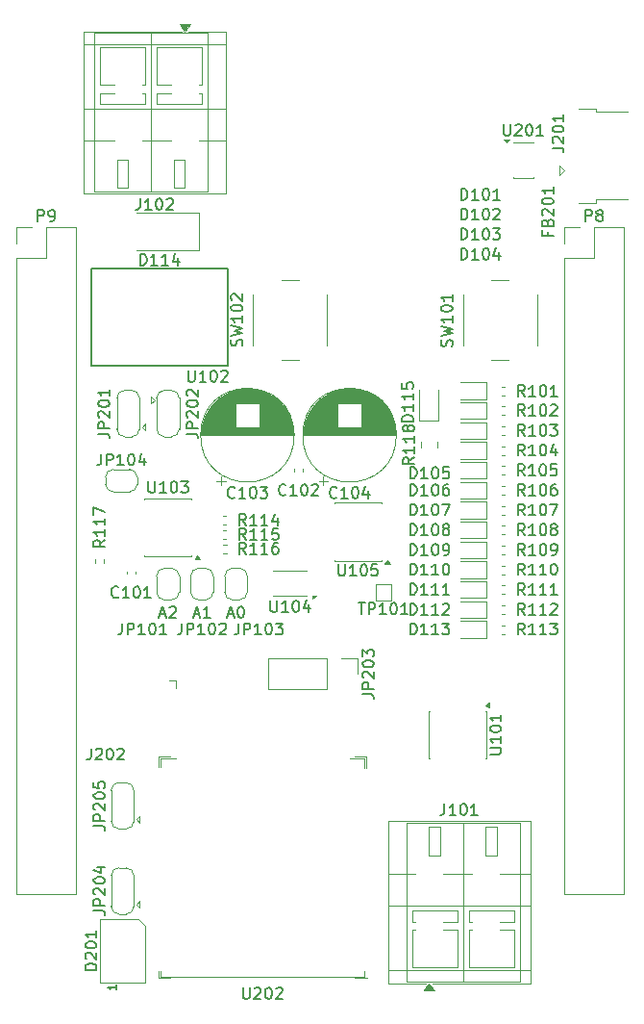
<source format=gto>
G04 #@! TF.GenerationSoftware,KiCad,Pcbnew,9.0.1+1*
G04 #@! TF.CreationDate,2025-11-22T05:06:44+00:00*
G04 #@! TF.ProjectId,com4bbb,636f6d34-6262-4622-9e6b-696361645f70,rev?*
G04 #@! TF.SameCoordinates,Original*
G04 #@! TF.FileFunction,Legend,Top*
G04 #@! TF.FilePolarity,Positive*
%FSLAX46Y46*%
G04 Gerber Fmt 4.6, Leading zero omitted, Abs format (unit mm)*
G04 Created by KiCad (PCBNEW 9.0.1+1) date 2025-11-22 05:06:44*
%MOMM*%
%LPD*%
G01*
G04 APERTURE LIST*
%ADD10C,0.150000*%
%ADD11C,0.120000*%
G04 APERTURE END LIST*
D10*
X165162005Y-60457219D02*
X165162005Y-59457219D01*
X165162005Y-59457219D02*
X165542957Y-59457219D01*
X165542957Y-59457219D02*
X165638195Y-59504838D01*
X165638195Y-59504838D02*
X165685814Y-59552457D01*
X165685814Y-59552457D02*
X165733433Y-59647695D01*
X165733433Y-59647695D02*
X165733433Y-59790552D01*
X165733433Y-59790552D02*
X165685814Y-59885790D01*
X165685814Y-59885790D02*
X165638195Y-59933409D01*
X165638195Y-59933409D02*
X165542957Y-59981028D01*
X165542957Y-59981028D02*
X165162005Y-59981028D01*
X166304862Y-59885790D02*
X166209624Y-59838171D01*
X166209624Y-59838171D02*
X166162005Y-59790552D01*
X166162005Y-59790552D02*
X166114386Y-59695314D01*
X166114386Y-59695314D02*
X166114386Y-59647695D01*
X166114386Y-59647695D02*
X166162005Y-59552457D01*
X166162005Y-59552457D02*
X166209624Y-59504838D01*
X166209624Y-59504838D02*
X166304862Y-59457219D01*
X166304862Y-59457219D02*
X166495338Y-59457219D01*
X166495338Y-59457219D02*
X166590576Y-59504838D01*
X166590576Y-59504838D02*
X166638195Y-59552457D01*
X166638195Y-59552457D02*
X166685814Y-59647695D01*
X166685814Y-59647695D02*
X166685814Y-59695314D01*
X166685814Y-59695314D02*
X166638195Y-59790552D01*
X166638195Y-59790552D02*
X166590576Y-59838171D01*
X166590576Y-59838171D02*
X166495338Y-59885790D01*
X166495338Y-59885790D02*
X166304862Y-59885790D01*
X166304862Y-59885790D02*
X166209624Y-59933409D01*
X166209624Y-59933409D02*
X166162005Y-59981028D01*
X166162005Y-59981028D02*
X166114386Y-60076266D01*
X166114386Y-60076266D02*
X166114386Y-60266742D01*
X166114386Y-60266742D02*
X166162005Y-60361980D01*
X166162005Y-60361980D02*
X166209624Y-60409600D01*
X166209624Y-60409600D02*
X166304862Y-60457219D01*
X166304862Y-60457219D02*
X166495338Y-60457219D01*
X166495338Y-60457219D02*
X166590576Y-60409600D01*
X166590576Y-60409600D02*
X166638195Y-60361980D01*
X166638195Y-60361980D02*
X166685814Y-60266742D01*
X166685814Y-60266742D02*
X166685814Y-60076266D01*
X166685814Y-60076266D02*
X166638195Y-59981028D01*
X166638195Y-59981028D02*
X166590576Y-59933409D01*
X166590576Y-59933409D02*
X166495338Y-59885790D01*
X116902005Y-60457219D02*
X116902005Y-59457219D01*
X116902005Y-59457219D02*
X117282957Y-59457219D01*
X117282957Y-59457219D02*
X117378195Y-59504838D01*
X117378195Y-59504838D02*
X117425814Y-59552457D01*
X117425814Y-59552457D02*
X117473433Y-59647695D01*
X117473433Y-59647695D02*
X117473433Y-59790552D01*
X117473433Y-59790552D02*
X117425814Y-59885790D01*
X117425814Y-59885790D02*
X117378195Y-59933409D01*
X117378195Y-59933409D02*
X117282957Y-59981028D01*
X117282957Y-59981028D02*
X116902005Y-59981028D01*
X117949624Y-60457219D02*
X118140100Y-60457219D01*
X118140100Y-60457219D02*
X118235338Y-60409600D01*
X118235338Y-60409600D02*
X118282957Y-60361980D01*
X118282957Y-60361980D02*
X118378195Y-60219123D01*
X118378195Y-60219123D02*
X118425814Y-60028647D01*
X118425814Y-60028647D02*
X118425814Y-59647695D01*
X118425814Y-59647695D02*
X118378195Y-59552457D01*
X118378195Y-59552457D02*
X118330576Y-59504838D01*
X118330576Y-59504838D02*
X118235338Y-59457219D01*
X118235338Y-59457219D02*
X118044862Y-59457219D01*
X118044862Y-59457219D02*
X117949624Y-59504838D01*
X117949624Y-59504838D02*
X117902005Y-59552457D01*
X117902005Y-59552457D02*
X117854386Y-59647695D01*
X117854386Y-59647695D02*
X117854386Y-59885790D01*
X117854386Y-59885790D02*
X117902005Y-59981028D01*
X117902005Y-59981028D02*
X117949624Y-60028647D01*
X117949624Y-60028647D02*
X118044862Y-60076266D01*
X118044862Y-60076266D02*
X118235338Y-60076266D01*
X118235338Y-60076266D02*
X118330576Y-60028647D01*
X118330576Y-60028647D02*
X118378195Y-59981028D01*
X118378195Y-59981028D02*
X118425814Y-59885790D01*
X124001052Y-93491980D02*
X123953433Y-93539600D01*
X123953433Y-93539600D02*
X123810576Y-93587219D01*
X123810576Y-93587219D02*
X123715338Y-93587219D01*
X123715338Y-93587219D02*
X123572481Y-93539600D01*
X123572481Y-93539600D02*
X123477243Y-93444361D01*
X123477243Y-93444361D02*
X123429624Y-93349123D01*
X123429624Y-93349123D02*
X123382005Y-93158647D01*
X123382005Y-93158647D02*
X123382005Y-93015790D01*
X123382005Y-93015790D02*
X123429624Y-92825314D01*
X123429624Y-92825314D02*
X123477243Y-92730076D01*
X123477243Y-92730076D02*
X123572481Y-92634838D01*
X123572481Y-92634838D02*
X123715338Y-92587219D01*
X123715338Y-92587219D02*
X123810576Y-92587219D01*
X123810576Y-92587219D02*
X123953433Y-92634838D01*
X123953433Y-92634838D02*
X124001052Y-92682457D01*
X124953433Y-93587219D02*
X124382005Y-93587219D01*
X124667719Y-93587219D02*
X124667719Y-92587219D01*
X124667719Y-92587219D02*
X124572481Y-92730076D01*
X124572481Y-92730076D02*
X124477243Y-92825314D01*
X124477243Y-92825314D02*
X124382005Y-92872933D01*
X125572481Y-92587219D02*
X125667719Y-92587219D01*
X125667719Y-92587219D02*
X125762957Y-92634838D01*
X125762957Y-92634838D02*
X125810576Y-92682457D01*
X125810576Y-92682457D02*
X125858195Y-92777695D01*
X125858195Y-92777695D02*
X125905814Y-92968171D01*
X125905814Y-92968171D02*
X125905814Y-93206266D01*
X125905814Y-93206266D02*
X125858195Y-93396742D01*
X125858195Y-93396742D02*
X125810576Y-93491980D01*
X125810576Y-93491980D02*
X125762957Y-93539600D01*
X125762957Y-93539600D02*
X125667719Y-93587219D01*
X125667719Y-93587219D02*
X125572481Y-93587219D01*
X125572481Y-93587219D02*
X125477243Y-93539600D01*
X125477243Y-93539600D02*
X125429624Y-93491980D01*
X125429624Y-93491980D02*
X125382005Y-93396742D01*
X125382005Y-93396742D02*
X125334386Y-93206266D01*
X125334386Y-93206266D02*
X125334386Y-92968171D01*
X125334386Y-92968171D02*
X125382005Y-92777695D01*
X125382005Y-92777695D02*
X125429624Y-92682457D01*
X125429624Y-92682457D02*
X125477243Y-92634838D01*
X125477243Y-92634838D02*
X125572481Y-92587219D01*
X126858195Y-93587219D02*
X126286767Y-93587219D01*
X126572481Y-93587219D02*
X126572481Y-92587219D01*
X126572481Y-92587219D02*
X126477243Y-92730076D01*
X126477243Y-92730076D02*
X126382005Y-92825314D01*
X126382005Y-92825314D02*
X126286767Y-92872933D01*
X152734385Y-111717219D02*
X152734385Y-112431504D01*
X152734385Y-112431504D02*
X152686766Y-112574361D01*
X152686766Y-112574361D02*
X152591528Y-112669600D01*
X152591528Y-112669600D02*
X152448671Y-112717219D01*
X152448671Y-112717219D02*
X152353433Y-112717219D01*
X153734385Y-112717219D02*
X153162957Y-112717219D01*
X153448671Y-112717219D02*
X153448671Y-111717219D01*
X153448671Y-111717219D02*
X153353433Y-111860076D01*
X153353433Y-111860076D02*
X153258195Y-111955314D01*
X153258195Y-111955314D02*
X153162957Y-112002933D01*
X154353433Y-111717219D02*
X154448671Y-111717219D01*
X154448671Y-111717219D02*
X154543909Y-111764838D01*
X154543909Y-111764838D02*
X154591528Y-111812457D01*
X154591528Y-111812457D02*
X154639147Y-111907695D01*
X154639147Y-111907695D02*
X154686766Y-112098171D01*
X154686766Y-112098171D02*
X154686766Y-112336266D01*
X154686766Y-112336266D02*
X154639147Y-112526742D01*
X154639147Y-112526742D02*
X154591528Y-112621980D01*
X154591528Y-112621980D02*
X154543909Y-112669600D01*
X154543909Y-112669600D02*
X154448671Y-112717219D01*
X154448671Y-112717219D02*
X154353433Y-112717219D01*
X154353433Y-112717219D02*
X154258195Y-112669600D01*
X154258195Y-112669600D02*
X154210576Y-112621980D01*
X154210576Y-112621980D02*
X154162957Y-112526742D01*
X154162957Y-112526742D02*
X154115338Y-112336266D01*
X154115338Y-112336266D02*
X154115338Y-112098171D01*
X154115338Y-112098171D02*
X154162957Y-111907695D01*
X154162957Y-111907695D02*
X154210576Y-111812457D01*
X154210576Y-111812457D02*
X154258195Y-111764838D01*
X154258195Y-111764838D02*
X154353433Y-111717219D01*
X155639147Y-112717219D02*
X155067719Y-112717219D01*
X155353433Y-112717219D02*
X155353433Y-111717219D01*
X155353433Y-111717219D02*
X155258195Y-111860076D01*
X155258195Y-111860076D02*
X155162957Y-111955314D01*
X155162957Y-111955314D02*
X155067719Y-112002933D01*
X122224919Y-79168114D02*
X122939204Y-79168114D01*
X122939204Y-79168114D02*
X123082061Y-79215733D01*
X123082061Y-79215733D02*
X123177300Y-79310971D01*
X123177300Y-79310971D02*
X123224919Y-79453828D01*
X123224919Y-79453828D02*
X123224919Y-79549066D01*
X123224919Y-78691923D02*
X122224919Y-78691923D01*
X122224919Y-78691923D02*
X122224919Y-78310971D01*
X122224919Y-78310971D02*
X122272538Y-78215733D01*
X122272538Y-78215733D02*
X122320157Y-78168114D01*
X122320157Y-78168114D02*
X122415395Y-78120495D01*
X122415395Y-78120495D02*
X122558252Y-78120495D01*
X122558252Y-78120495D02*
X122653490Y-78168114D01*
X122653490Y-78168114D02*
X122701109Y-78215733D01*
X122701109Y-78215733D02*
X122748728Y-78310971D01*
X122748728Y-78310971D02*
X122748728Y-78691923D01*
X122320157Y-77739542D02*
X122272538Y-77691923D01*
X122272538Y-77691923D02*
X122224919Y-77596685D01*
X122224919Y-77596685D02*
X122224919Y-77358590D01*
X122224919Y-77358590D02*
X122272538Y-77263352D01*
X122272538Y-77263352D02*
X122320157Y-77215733D01*
X122320157Y-77215733D02*
X122415395Y-77168114D01*
X122415395Y-77168114D02*
X122510633Y-77168114D01*
X122510633Y-77168114D02*
X122653490Y-77215733D01*
X122653490Y-77215733D02*
X123224919Y-77787161D01*
X123224919Y-77787161D02*
X123224919Y-77168114D01*
X122224919Y-76549066D02*
X122224919Y-76453828D01*
X122224919Y-76453828D02*
X122272538Y-76358590D01*
X122272538Y-76358590D02*
X122320157Y-76310971D01*
X122320157Y-76310971D02*
X122415395Y-76263352D01*
X122415395Y-76263352D02*
X122605871Y-76215733D01*
X122605871Y-76215733D02*
X122843966Y-76215733D01*
X122843966Y-76215733D02*
X123034442Y-76263352D01*
X123034442Y-76263352D02*
X123129680Y-76310971D01*
X123129680Y-76310971D02*
X123177300Y-76358590D01*
X123177300Y-76358590D02*
X123224919Y-76453828D01*
X123224919Y-76453828D02*
X123224919Y-76549066D01*
X123224919Y-76549066D02*
X123177300Y-76644304D01*
X123177300Y-76644304D02*
X123129680Y-76691923D01*
X123129680Y-76691923D02*
X123034442Y-76739542D01*
X123034442Y-76739542D02*
X122843966Y-76787161D01*
X122843966Y-76787161D02*
X122605871Y-76787161D01*
X122605871Y-76787161D02*
X122415395Y-76739542D01*
X122415395Y-76739542D02*
X122320157Y-76691923D01*
X122320157Y-76691923D02*
X122272538Y-76644304D01*
X122272538Y-76644304D02*
X122224919Y-76549066D01*
X123224919Y-75263352D02*
X123224919Y-75834780D01*
X123224919Y-75549066D02*
X122224919Y-75549066D01*
X122224919Y-75549066D02*
X122367776Y-75644304D01*
X122367776Y-75644304D02*
X122463014Y-75739542D01*
X122463014Y-75739542D02*
X122510633Y-75834780D01*
X130024919Y-79168114D02*
X130739204Y-79168114D01*
X130739204Y-79168114D02*
X130882061Y-79215733D01*
X130882061Y-79215733D02*
X130977300Y-79310971D01*
X130977300Y-79310971D02*
X131024919Y-79453828D01*
X131024919Y-79453828D02*
X131024919Y-79549066D01*
X131024919Y-78691923D02*
X130024919Y-78691923D01*
X130024919Y-78691923D02*
X130024919Y-78310971D01*
X130024919Y-78310971D02*
X130072538Y-78215733D01*
X130072538Y-78215733D02*
X130120157Y-78168114D01*
X130120157Y-78168114D02*
X130215395Y-78120495D01*
X130215395Y-78120495D02*
X130358252Y-78120495D01*
X130358252Y-78120495D02*
X130453490Y-78168114D01*
X130453490Y-78168114D02*
X130501109Y-78215733D01*
X130501109Y-78215733D02*
X130548728Y-78310971D01*
X130548728Y-78310971D02*
X130548728Y-78691923D01*
X130120157Y-77739542D02*
X130072538Y-77691923D01*
X130072538Y-77691923D02*
X130024919Y-77596685D01*
X130024919Y-77596685D02*
X130024919Y-77358590D01*
X130024919Y-77358590D02*
X130072538Y-77263352D01*
X130072538Y-77263352D02*
X130120157Y-77215733D01*
X130120157Y-77215733D02*
X130215395Y-77168114D01*
X130215395Y-77168114D02*
X130310633Y-77168114D01*
X130310633Y-77168114D02*
X130453490Y-77215733D01*
X130453490Y-77215733D02*
X131024919Y-77787161D01*
X131024919Y-77787161D02*
X131024919Y-77168114D01*
X130024919Y-76549066D02*
X130024919Y-76453828D01*
X130024919Y-76453828D02*
X130072538Y-76358590D01*
X130072538Y-76358590D02*
X130120157Y-76310971D01*
X130120157Y-76310971D02*
X130215395Y-76263352D01*
X130215395Y-76263352D02*
X130405871Y-76215733D01*
X130405871Y-76215733D02*
X130643966Y-76215733D01*
X130643966Y-76215733D02*
X130834442Y-76263352D01*
X130834442Y-76263352D02*
X130929680Y-76310971D01*
X130929680Y-76310971D02*
X130977300Y-76358590D01*
X130977300Y-76358590D02*
X131024919Y-76453828D01*
X131024919Y-76453828D02*
X131024919Y-76549066D01*
X131024919Y-76549066D02*
X130977300Y-76644304D01*
X130977300Y-76644304D02*
X130929680Y-76691923D01*
X130929680Y-76691923D02*
X130834442Y-76739542D01*
X130834442Y-76739542D02*
X130643966Y-76787161D01*
X130643966Y-76787161D02*
X130405871Y-76787161D01*
X130405871Y-76787161D02*
X130215395Y-76739542D01*
X130215395Y-76739542D02*
X130120157Y-76691923D01*
X130120157Y-76691923D02*
X130072538Y-76644304D01*
X130072538Y-76644304D02*
X130024919Y-76549066D01*
X130120157Y-75834780D02*
X130072538Y-75787161D01*
X130072538Y-75787161D02*
X130024919Y-75691923D01*
X130024919Y-75691923D02*
X130024919Y-75453828D01*
X130024919Y-75453828D02*
X130072538Y-75358590D01*
X130072538Y-75358590D02*
X130120157Y-75310971D01*
X130120157Y-75310971D02*
X130215395Y-75263352D01*
X130215395Y-75263352D02*
X130310633Y-75263352D01*
X130310633Y-75263352D02*
X130453490Y-75310971D01*
X130453490Y-75310971D02*
X131024919Y-75882399D01*
X131024919Y-75882399D02*
X131024919Y-75263352D01*
X121824919Y-121118114D02*
X122539204Y-121118114D01*
X122539204Y-121118114D02*
X122682061Y-121165733D01*
X122682061Y-121165733D02*
X122777300Y-121260971D01*
X122777300Y-121260971D02*
X122824919Y-121403828D01*
X122824919Y-121403828D02*
X122824919Y-121499066D01*
X122824919Y-120641923D02*
X121824919Y-120641923D01*
X121824919Y-120641923D02*
X121824919Y-120260971D01*
X121824919Y-120260971D02*
X121872538Y-120165733D01*
X121872538Y-120165733D02*
X121920157Y-120118114D01*
X121920157Y-120118114D02*
X122015395Y-120070495D01*
X122015395Y-120070495D02*
X122158252Y-120070495D01*
X122158252Y-120070495D02*
X122253490Y-120118114D01*
X122253490Y-120118114D02*
X122301109Y-120165733D01*
X122301109Y-120165733D02*
X122348728Y-120260971D01*
X122348728Y-120260971D02*
X122348728Y-120641923D01*
X121920157Y-119689542D02*
X121872538Y-119641923D01*
X121872538Y-119641923D02*
X121824919Y-119546685D01*
X121824919Y-119546685D02*
X121824919Y-119308590D01*
X121824919Y-119308590D02*
X121872538Y-119213352D01*
X121872538Y-119213352D02*
X121920157Y-119165733D01*
X121920157Y-119165733D02*
X122015395Y-119118114D01*
X122015395Y-119118114D02*
X122110633Y-119118114D01*
X122110633Y-119118114D02*
X122253490Y-119165733D01*
X122253490Y-119165733D02*
X122824919Y-119737161D01*
X122824919Y-119737161D02*
X122824919Y-119118114D01*
X121824919Y-118499066D02*
X121824919Y-118403828D01*
X121824919Y-118403828D02*
X121872538Y-118308590D01*
X121872538Y-118308590D02*
X121920157Y-118260971D01*
X121920157Y-118260971D02*
X122015395Y-118213352D01*
X122015395Y-118213352D02*
X122205871Y-118165733D01*
X122205871Y-118165733D02*
X122443966Y-118165733D01*
X122443966Y-118165733D02*
X122634442Y-118213352D01*
X122634442Y-118213352D02*
X122729680Y-118260971D01*
X122729680Y-118260971D02*
X122777300Y-118308590D01*
X122777300Y-118308590D02*
X122824919Y-118403828D01*
X122824919Y-118403828D02*
X122824919Y-118499066D01*
X122824919Y-118499066D02*
X122777300Y-118594304D01*
X122777300Y-118594304D02*
X122729680Y-118641923D01*
X122729680Y-118641923D02*
X122634442Y-118689542D01*
X122634442Y-118689542D02*
X122443966Y-118737161D01*
X122443966Y-118737161D02*
X122205871Y-118737161D01*
X122205871Y-118737161D02*
X122015395Y-118689542D01*
X122015395Y-118689542D02*
X121920157Y-118641923D01*
X121920157Y-118641923D02*
X121872538Y-118594304D01*
X121872538Y-118594304D02*
X121824919Y-118499066D01*
X122158252Y-117308590D02*
X122824919Y-117308590D01*
X121777300Y-117546685D02*
X122491585Y-117784780D01*
X122491585Y-117784780D02*
X122491585Y-117165733D01*
X121824919Y-113668114D02*
X122539204Y-113668114D01*
X122539204Y-113668114D02*
X122682061Y-113715733D01*
X122682061Y-113715733D02*
X122777300Y-113810971D01*
X122777300Y-113810971D02*
X122824919Y-113953828D01*
X122824919Y-113953828D02*
X122824919Y-114049066D01*
X122824919Y-113191923D02*
X121824919Y-113191923D01*
X121824919Y-113191923D02*
X121824919Y-112810971D01*
X121824919Y-112810971D02*
X121872538Y-112715733D01*
X121872538Y-112715733D02*
X121920157Y-112668114D01*
X121920157Y-112668114D02*
X122015395Y-112620495D01*
X122015395Y-112620495D02*
X122158252Y-112620495D01*
X122158252Y-112620495D02*
X122253490Y-112668114D01*
X122253490Y-112668114D02*
X122301109Y-112715733D01*
X122301109Y-112715733D02*
X122348728Y-112810971D01*
X122348728Y-112810971D02*
X122348728Y-113191923D01*
X121920157Y-112239542D02*
X121872538Y-112191923D01*
X121872538Y-112191923D02*
X121824919Y-112096685D01*
X121824919Y-112096685D02*
X121824919Y-111858590D01*
X121824919Y-111858590D02*
X121872538Y-111763352D01*
X121872538Y-111763352D02*
X121920157Y-111715733D01*
X121920157Y-111715733D02*
X122015395Y-111668114D01*
X122015395Y-111668114D02*
X122110633Y-111668114D01*
X122110633Y-111668114D02*
X122253490Y-111715733D01*
X122253490Y-111715733D02*
X122824919Y-112287161D01*
X122824919Y-112287161D02*
X122824919Y-111668114D01*
X121824919Y-111049066D02*
X121824919Y-110953828D01*
X121824919Y-110953828D02*
X121872538Y-110858590D01*
X121872538Y-110858590D02*
X121920157Y-110810971D01*
X121920157Y-110810971D02*
X122015395Y-110763352D01*
X122015395Y-110763352D02*
X122205871Y-110715733D01*
X122205871Y-110715733D02*
X122443966Y-110715733D01*
X122443966Y-110715733D02*
X122634442Y-110763352D01*
X122634442Y-110763352D02*
X122729680Y-110810971D01*
X122729680Y-110810971D02*
X122777300Y-110858590D01*
X122777300Y-110858590D02*
X122824919Y-110953828D01*
X122824919Y-110953828D02*
X122824919Y-111049066D01*
X122824919Y-111049066D02*
X122777300Y-111144304D01*
X122777300Y-111144304D02*
X122729680Y-111191923D01*
X122729680Y-111191923D02*
X122634442Y-111239542D01*
X122634442Y-111239542D02*
X122443966Y-111287161D01*
X122443966Y-111287161D02*
X122205871Y-111287161D01*
X122205871Y-111287161D02*
X122015395Y-111239542D01*
X122015395Y-111239542D02*
X121920157Y-111191923D01*
X121920157Y-111191923D02*
X121872538Y-111144304D01*
X121872538Y-111144304D02*
X121824919Y-111049066D01*
X121824919Y-109810971D02*
X121824919Y-110287161D01*
X121824919Y-110287161D02*
X122301109Y-110334780D01*
X122301109Y-110334780D02*
X122253490Y-110287161D01*
X122253490Y-110287161D02*
X122205871Y-110191923D01*
X122205871Y-110191923D02*
X122205871Y-109953828D01*
X122205871Y-109953828D02*
X122253490Y-109858590D01*
X122253490Y-109858590D02*
X122301109Y-109810971D01*
X122301109Y-109810971D02*
X122396347Y-109763352D01*
X122396347Y-109763352D02*
X122634442Y-109763352D01*
X122634442Y-109763352D02*
X122729680Y-109810971D01*
X122729680Y-109810971D02*
X122777300Y-109858590D01*
X122777300Y-109858590D02*
X122824919Y-109953828D01*
X122824919Y-109953828D02*
X122824919Y-110191923D01*
X122824919Y-110191923D02*
X122777300Y-110287161D01*
X122777300Y-110287161D02*
X122729680Y-110334780D01*
X124334385Y-95837219D02*
X124334385Y-96551504D01*
X124334385Y-96551504D02*
X124286766Y-96694361D01*
X124286766Y-96694361D02*
X124191528Y-96789600D01*
X124191528Y-96789600D02*
X124048671Y-96837219D01*
X124048671Y-96837219D02*
X123953433Y-96837219D01*
X124810576Y-96837219D02*
X124810576Y-95837219D01*
X124810576Y-95837219D02*
X125191528Y-95837219D01*
X125191528Y-95837219D02*
X125286766Y-95884838D01*
X125286766Y-95884838D02*
X125334385Y-95932457D01*
X125334385Y-95932457D02*
X125382004Y-96027695D01*
X125382004Y-96027695D02*
X125382004Y-96170552D01*
X125382004Y-96170552D02*
X125334385Y-96265790D01*
X125334385Y-96265790D02*
X125286766Y-96313409D01*
X125286766Y-96313409D02*
X125191528Y-96361028D01*
X125191528Y-96361028D02*
X124810576Y-96361028D01*
X126334385Y-96837219D02*
X125762957Y-96837219D01*
X126048671Y-96837219D02*
X126048671Y-95837219D01*
X126048671Y-95837219D02*
X125953433Y-95980076D01*
X125953433Y-95980076D02*
X125858195Y-96075314D01*
X125858195Y-96075314D02*
X125762957Y-96122933D01*
X126953433Y-95837219D02*
X127048671Y-95837219D01*
X127048671Y-95837219D02*
X127143909Y-95884838D01*
X127143909Y-95884838D02*
X127191528Y-95932457D01*
X127191528Y-95932457D02*
X127239147Y-96027695D01*
X127239147Y-96027695D02*
X127286766Y-96218171D01*
X127286766Y-96218171D02*
X127286766Y-96456266D01*
X127286766Y-96456266D02*
X127239147Y-96646742D01*
X127239147Y-96646742D02*
X127191528Y-96741980D01*
X127191528Y-96741980D02*
X127143909Y-96789600D01*
X127143909Y-96789600D02*
X127048671Y-96837219D01*
X127048671Y-96837219D02*
X126953433Y-96837219D01*
X126953433Y-96837219D02*
X126858195Y-96789600D01*
X126858195Y-96789600D02*
X126810576Y-96741980D01*
X126810576Y-96741980D02*
X126762957Y-96646742D01*
X126762957Y-96646742D02*
X126715338Y-96456266D01*
X126715338Y-96456266D02*
X126715338Y-96218171D01*
X126715338Y-96218171D02*
X126762957Y-96027695D01*
X126762957Y-96027695D02*
X126810576Y-95932457D01*
X126810576Y-95932457D02*
X126858195Y-95884838D01*
X126858195Y-95884838D02*
X126953433Y-95837219D01*
X128239147Y-96837219D02*
X127667719Y-96837219D01*
X127953433Y-96837219D02*
X127953433Y-95837219D01*
X127953433Y-95837219D02*
X127858195Y-95980076D01*
X127858195Y-95980076D02*
X127762957Y-96075314D01*
X127762957Y-96075314D02*
X127667719Y-96122933D01*
X127655814Y-95051504D02*
X128132004Y-95051504D01*
X127560576Y-95337219D02*
X127893909Y-94337219D01*
X127893909Y-94337219D02*
X128227242Y-95337219D01*
X128512957Y-94432457D02*
X128560576Y-94384838D01*
X128560576Y-94384838D02*
X128655814Y-94337219D01*
X128655814Y-94337219D02*
X128893909Y-94337219D01*
X128893909Y-94337219D02*
X128989147Y-94384838D01*
X128989147Y-94384838D02*
X129036766Y-94432457D01*
X129036766Y-94432457D02*
X129084385Y-94527695D01*
X129084385Y-94527695D02*
X129084385Y-94622933D01*
X129084385Y-94622933D02*
X129036766Y-94765790D01*
X129036766Y-94765790D02*
X128465338Y-95337219D01*
X128465338Y-95337219D02*
X129084385Y-95337219D01*
X134584385Y-95837219D02*
X134584385Y-96551504D01*
X134584385Y-96551504D02*
X134536766Y-96694361D01*
X134536766Y-96694361D02*
X134441528Y-96789600D01*
X134441528Y-96789600D02*
X134298671Y-96837219D01*
X134298671Y-96837219D02*
X134203433Y-96837219D01*
X135060576Y-96837219D02*
X135060576Y-95837219D01*
X135060576Y-95837219D02*
X135441528Y-95837219D01*
X135441528Y-95837219D02*
X135536766Y-95884838D01*
X135536766Y-95884838D02*
X135584385Y-95932457D01*
X135584385Y-95932457D02*
X135632004Y-96027695D01*
X135632004Y-96027695D02*
X135632004Y-96170552D01*
X135632004Y-96170552D02*
X135584385Y-96265790D01*
X135584385Y-96265790D02*
X135536766Y-96313409D01*
X135536766Y-96313409D02*
X135441528Y-96361028D01*
X135441528Y-96361028D02*
X135060576Y-96361028D01*
X136584385Y-96837219D02*
X136012957Y-96837219D01*
X136298671Y-96837219D02*
X136298671Y-95837219D01*
X136298671Y-95837219D02*
X136203433Y-95980076D01*
X136203433Y-95980076D02*
X136108195Y-96075314D01*
X136108195Y-96075314D02*
X136012957Y-96122933D01*
X137203433Y-95837219D02*
X137298671Y-95837219D01*
X137298671Y-95837219D02*
X137393909Y-95884838D01*
X137393909Y-95884838D02*
X137441528Y-95932457D01*
X137441528Y-95932457D02*
X137489147Y-96027695D01*
X137489147Y-96027695D02*
X137536766Y-96218171D01*
X137536766Y-96218171D02*
X137536766Y-96456266D01*
X137536766Y-96456266D02*
X137489147Y-96646742D01*
X137489147Y-96646742D02*
X137441528Y-96741980D01*
X137441528Y-96741980D02*
X137393909Y-96789600D01*
X137393909Y-96789600D02*
X137298671Y-96837219D01*
X137298671Y-96837219D02*
X137203433Y-96837219D01*
X137203433Y-96837219D02*
X137108195Y-96789600D01*
X137108195Y-96789600D02*
X137060576Y-96741980D01*
X137060576Y-96741980D02*
X137012957Y-96646742D01*
X137012957Y-96646742D02*
X136965338Y-96456266D01*
X136965338Y-96456266D02*
X136965338Y-96218171D01*
X136965338Y-96218171D02*
X137012957Y-96027695D01*
X137012957Y-96027695D02*
X137060576Y-95932457D01*
X137060576Y-95932457D02*
X137108195Y-95884838D01*
X137108195Y-95884838D02*
X137203433Y-95837219D01*
X137870100Y-95837219D02*
X138489147Y-95837219D01*
X138489147Y-95837219D02*
X138155814Y-96218171D01*
X138155814Y-96218171D02*
X138298671Y-96218171D01*
X138298671Y-96218171D02*
X138393909Y-96265790D01*
X138393909Y-96265790D02*
X138441528Y-96313409D01*
X138441528Y-96313409D02*
X138489147Y-96408647D01*
X138489147Y-96408647D02*
X138489147Y-96646742D01*
X138489147Y-96646742D02*
X138441528Y-96741980D01*
X138441528Y-96741980D02*
X138393909Y-96789600D01*
X138393909Y-96789600D02*
X138298671Y-96837219D01*
X138298671Y-96837219D02*
X138012957Y-96837219D01*
X138012957Y-96837219D02*
X137917719Y-96789600D01*
X137917719Y-96789600D02*
X137870100Y-96741980D01*
X133655814Y-95051504D02*
X134132004Y-95051504D01*
X133560576Y-95337219D02*
X133893909Y-94337219D01*
X133893909Y-94337219D02*
X134227242Y-95337219D01*
X134751052Y-94337219D02*
X134846290Y-94337219D01*
X134846290Y-94337219D02*
X134941528Y-94384838D01*
X134941528Y-94384838D02*
X134989147Y-94432457D01*
X134989147Y-94432457D02*
X135036766Y-94527695D01*
X135036766Y-94527695D02*
X135084385Y-94718171D01*
X135084385Y-94718171D02*
X135084385Y-94956266D01*
X135084385Y-94956266D02*
X135036766Y-95146742D01*
X135036766Y-95146742D02*
X134989147Y-95241980D01*
X134989147Y-95241980D02*
X134941528Y-95289600D01*
X134941528Y-95289600D02*
X134846290Y-95337219D01*
X134846290Y-95337219D02*
X134751052Y-95337219D01*
X134751052Y-95337219D02*
X134655814Y-95289600D01*
X134655814Y-95289600D02*
X134608195Y-95241980D01*
X134608195Y-95241980D02*
X134560576Y-95146742D01*
X134560576Y-95146742D02*
X134512957Y-94956266D01*
X134512957Y-94956266D02*
X134512957Y-94718171D01*
X134512957Y-94718171D02*
X134560576Y-94527695D01*
X134560576Y-94527695D02*
X134608195Y-94432457D01*
X134608195Y-94432457D02*
X134655814Y-94384838D01*
X134655814Y-94384838D02*
X134751052Y-94337219D01*
X159792052Y-75887219D02*
X159458719Y-75411028D01*
X159220624Y-75887219D02*
X159220624Y-74887219D01*
X159220624Y-74887219D02*
X159601576Y-74887219D01*
X159601576Y-74887219D02*
X159696814Y-74934838D01*
X159696814Y-74934838D02*
X159744433Y-74982457D01*
X159744433Y-74982457D02*
X159792052Y-75077695D01*
X159792052Y-75077695D02*
X159792052Y-75220552D01*
X159792052Y-75220552D02*
X159744433Y-75315790D01*
X159744433Y-75315790D02*
X159696814Y-75363409D01*
X159696814Y-75363409D02*
X159601576Y-75411028D01*
X159601576Y-75411028D02*
X159220624Y-75411028D01*
X160744433Y-75887219D02*
X160173005Y-75887219D01*
X160458719Y-75887219D02*
X160458719Y-74887219D01*
X160458719Y-74887219D02*
X160363481Y-75030076D01*
X160363481Y-75030076D02*
X160268243Y-75125314D01*
X160268243Y-75125314D02*
X160173005Y-75172933D01*
X161363481Y-74887219D02*
X161458719Y-74887219D01*
X161458719Y-74887219D02*
X161553957Y-74934838D01*
X161553957Y-74934838D02*
X161601576Y-74982457D01*
X161601576Y-74982457D02*
X161649195Y-75077695D01*
X161649195Y-75077695D02*
X161696814Y-75268171D01*
X161696814Y-75268171D02*
X161696814Y-75506266D01*
X161696814Y-75506266D02*
X161649195Y-75696742D01*
X161649195Y-75696742D02*
X161601576Y-75791980D01*
X161601576Y-75791980D02*
X161553957Y-75839600D01*
X161553957Y-75839600D02*
X161458719Y-75887219D01*
X161458719Y-75887219D02*
X161363481Y-75887219D01*
X161363481Y-75887219D02*
X161268243Y-75839600D01*
X161268243Y-75839600D02*
X161220624Y-75791980D01*
X161220624Y-75791980D02*
X161173005Y-75696742D01*
X161173005Y-75696742D02*
X161125386Y-75506266D01*
X161125386Y-75506266D02*
X161125386Y-75268171D01*
X161125386Y-75268171D02*
X161173005Y-75077695D01*
X161173005Y-75077695D02*
X161220624Y-74982457D01*
X161220624Y-74982457D02*
X161268243Y-74934838D01*
X161268243Y-74934838D02*
X161363481Y-74887219D01*
X162649195Y-75887219D02*
X162077767Y-75887219D01*
X162363481Y-75887219D02*
X162363481Y-74887219D01*
X162363481Y-74887219D02*
X162268243Y-75030076D01*
X162268243Y-75030076D02*
X162173005Y-75125314D01*
X162173005Y-75125314D02*
X162077767Y-75172933D01*
X159792052Y-77587219D02*
X159458719Y-77111028D01*
X159220624Y-77587219D02*
X159220624Y-76587219D01*
X159220624Y-76587219D02*
X159601576Y-76587219D01*
X159601576Y-76587219D02*
X159696814Y-76634838D01*
X159696814Y-76634838D02*
X159744433Y-76682457D01*
X159744433Y-76682457D02*
X159792052Y-76777695D01*
X159792052Y-76777695D02*
X159792052Y-76920552D01*
X159792052Y-76920552D02*
X159744433Y-77015790D01*
X159744433Y-77015790D02*
X159696814Y-77063409D01*
X159696814Y-77063409D02*
X159601576Y-77111028D01*
X159601576Y-77111028D02*
X159220624Y-77111028D01*
X160744433Y-77587219D02*
X160173005Y-77587219D01*
X160458719Y-77587219D02*
X160458719Y-76587219D01*
X160458719Y-76587219D02*
X160363481Y-76730076D01*
X160363481Y-76730076D02*
X160268243Y-76825314D01*
X160268243Y-76825314D02*
X160173005Y-76872933D01*
X161363481Y-76587219D02*
X161458719Y-76587219D01*
X161458719Y-76587219D02*
X161553957Y-76634838D01*
X161553957Y-76634838D02*
X161601576Y-76682457D01*
X161601576Y-76682457D02*
X161649195Y-76777695D01*
X161649195Y-76777695D02*
X161696814Y-76968171D01*
X161696814Y-76968171D02*
X161696814Y-77206266D01*
X161696814Y-77206266D02*
X161649195Y-77396742D01*
X161649195Y-77396742D02*
X161601576Y-77491980D01*
X161601576Y-77491980D02*
X161553957Y-77539600D01*
X161553957Y-77539600D02*
X161458719Y-77587219D01*
X161458719Y-77587219D02*
X161363481Y-77587219D01*
X161363481Y-77587219D02*
X161268243Y-77539600D01*
X161268243Y-77539600D02*
X161220624Y-77491980D01*
X161220624Y-77491980D02*
X161173005Y-77396742D01*
X161173005Y-77396742D02*
X161125386Y-77206266D01*
X161125386Y-77206266D02*
X161125386Y-76968171D01*
X161125386Y-76968171D02*
X161173005Y-76777695D01*
X161173005Y-76777695D02*
X161220624Y-76682457D01*
X161220624Y-76682457D02*
X161268243Y-76634838D01*
X161268243Y-76634838D02*
X161363481Y-76587219D01*
X162077767Y-76682457D02*
X162125386Y-76634838D01*
X162125386Y-76634838D02*
X162220624Y-76587219D01*
X162220624Y-76587219D02*
X162458719Y-76587219D01*
X162458719Y-76587219D02*
X162553957Y-76634838D01*
X162553957Y-76634838D02*
X162601576Y-76682457D01*
X162601576Y-76682457D02*
X162649195Y-76777695D01*
X162649195Y-76777695D02*
X162649195Y-76872933D01*
X162649195Y-76872933D02*
X162601576Y-77015790D01*
X162601576Y-77015790D02*
X162030148Y-77587219D01*
X162030148Y-77587219D02*
X162649195Y-77587219D01*
X159792052Y-81087219D02*
X159458719Y-80611028D01*
X159220624Y-81087219D02*
X159220624Y-80087219D01*
X159220624Y-80087219D02*
X159601576Y-80087219D01*
X159601576Y-80087219D02*
X159696814Y-80134838D01*
X159696814Y-80134838D02*
X159744433Y-80182457D01*
X159744433Y-80182457D02*
X159792052Y-80277695D01*
X159792052Y-80277695D02*
X159792052Y-80420552D01*
X159792052Y-80420552D02*
X159744433Y-80515790D01*
X159744433Y-80515790D02*
X159696814Y-80563409D01*
X159696814Y-80563409D02*
X159601576Y-80611028D01*
X159601576Y-80611028D02*
X159220624Y-80611028D01*
X160744433Y-81087219D02*
X160173005Y-81087219D01*
X160458719Y-81087219D02*
X160458719Y-80087219D01*
X160458719Y-80087219D02*
X160363481Y-80230076D01*
X160363481Y-80230076D02*
X160268243Y-80325314D01*
X160268243Y-80325314D02*
X160173005Y-80372933D01*
X161363481Y-80087219D02*
X161458719Y-80087219D01*
X161458719Y-80087219D02*
X161553957Y-80134838D01*
X161553957Y-80134838D02*
X161601576Y-80182457D01*
X161601576Y-80182457D02*
X161649195Y-80277695D01*
X161649195Y-80277695D02*
X161696814Y-80468171D01*
X161696814Y-80468171D02*
X161696814Y-80706266D01*
X161696814Y-80706266D02*
X161649195Y-80896742D01*
X161649195Y-80896742D02*
X161601576Y-80991980D01*
X161601576Y-80991980D02*
X161553957Y-81039600D01*
X161553957Y-81039600D02*
X161458719Y-81087219D01*
X161458719Y-81087219D02*
X161363481Y-81087219D01*
X161363481Y-81087219D02*
X161268243Y-81039600D01*
X161268243Y-81039600D02*
X161220624Y-80991980D01*
X161220624Y-80991980D02*
X161173005Y-80896742D01*
X161173005Y-80896742D02*
X161125386Y-80706266D01*
X161125386Y-80706266D02*
X161125386Y-80468171D01*
X161125386Y-80468171D02*
X161173005Y-80277695D01*
X161173005Y-80277695D02*
X161220624Y-80182457D01*
X161220624Y-80182457D02*
X161268243Y-80134838D01*
X161268243Y-80134838D02*
X161363481Y-80087219D01*
X162553957Y-80420552D02*
X162553957Y-81087219D01*
X162315862Y-80039600D02*
X162077767Y-80753885D01*
X162077767Y-80753885D02*
X162696814Y-80753885D01*
X153377300Y-71468113D02*
X153424919Y-71325256D01*
X153424919Y-71325256D02*
X153424919Y-71087161D01*
X153424919Y-71087161D02*
X153377300Y-70991923D01*
X153377300Y-70991923D02*
X153329680Y-70944304D01*
X153329680Y-70944304D02*
X153234442Y-70896685D01*
X153234442Y-70896685D02*
X153139204Y-70896685D01*
X153139204Y-70896685D02*
X153043966Y-70944304D01*
X153043966Y-70944304D02*
X152996347Y-70991923D01*
X152996347Y-70991923D02*
X152948728Y-71087161D01*
X152948728Y-71087161D02*
X152901109Y-71277637D01*
X152901109Y-71277637D02*
X152853490Y-71372875D01*
X152853490Y-71372875D02*
X152805871Y-71420494D01*
X152805871Y-71420494D02*
X152710633Y-71468113D01*
X152710633Y-71468113D02*
X152615395Y-71468113D01*
X152615395Y-71468113D02*
X152520157Y-71420494D01*
X152520157Y-71420494D02*
X152472538Y-71372875D01*
X152472538Y-71372875D02*
X152424919Y-71277637D01*
X152424919Y-71277637D02*
X152424919Y-71039542D01*
X152424919Y-71039542D02*
X152472538Y-70896685D01*
X152424919Y-70563351D02*
X153424919Y-70325256D01*
X153424919Y-70325256D02*
X152710633Y-70134780D01*
X152710633Y-70134780D02*
X153424919Y-69944304D01*
X153424919Y-69944304D02*
X152424919Y-69706209D01*
X153424919Y-68801447D02*
X153424919Y-69372875D01*
X153424919Y-69087161D02*
X152424919Y-69087161D01*
X152424919Y-69087161D02*
X152567776Y-69182399D01*
X152567776Y-69182399D02*
X152663014Y-69277637D01*
X152663014Y-69277637D02*
X152710633Y-69372875D01*
X152424919Y-68182399D02*
X152424919Y-68087161D01*
X152424919Y-68087161D02*
X152472538Y-67991923D01*
X152472538Y-67991923D02*
X152520157Y-67944304D01*
X152520157Y-67944304D02*
X152615395Y-67896685D01*
X152615395Y-67896685D02*
X152805871Y-67849066D01*
X152805871Y-67849066D02*
X153043966Y-67849066D01*
X153043966Y-67849066D02*
X153234442Y-67896685D01*
X153234442Y-67896685D02*
X153329680Y-67944304D01*
X153329680Y-67944304D02*
X153377300Y-67991923D01*
X153377300Y-67991923D02*
X153424919Y-68087161D01*
X153424919Y-68087161D02*
X153424919Y-68182399D01*
X153424919Y-68182399D02*
X153377300Y-68277637D01*
X153377300Y-68277637D02*
X153329680Y-68325256D01*
X153329680Y-68325256D02*
X153234442Y-68372875D01*
X153234442Y-68372875D02*
X153043966Y-68420494D01*
X153043966Y-68420494D02*
X152805871Y-68420494D01*
X152805871Y-68420494D02*
X152615395Y-68372875D01*
X152615395Y-68372875D02*
X152520157Y-68325256D01*
X152520157Y-68325256D02*
X152472538Y-68277637D01*
X152472538Y-68277637D02*
X152424919Y-68182399D01*
X153424919Y-66896685D02*
X153424919Y-67468113D01*
X153424919Y-67182399D02*
X152424919Y-67182399D01*
X152424919Y-67182399D02*
X152567776Y-67277637D01*
X152567776Y-67277637D02*
X152663014Y-67372875D01*
X152663014Y-67372875D02*
X152710633Y-67468113D01*
X134877300Y-71418113D02*
X134924919Y-71275256D01*
X134924919Y-71275256D02*
X134924919Y-71037161D01*
X134924919Y-71037161D02*
X134877300Y-70941923D01*
X134877300Y-70941923D02*
X134829680Y-70894304D01*
X134829680Y-70894304D02*
X134734442Y-70846685D01*
X134734442Y-70846685D02*
X134639204Y-70846685D01*
X134639204Y-70846685D02*
X134543966Y-70894304D01*
X134543966Y-70894304D02*
X134496347Y-70941923D01*
X134496347Y-70941923D02*
X134448728Y-71037161D01*
X134448728Y-71037161D02*
X134401109Y-71227637D01*
X134401109Y-71227637D02*
X134353490Y-71322875D01*
X134353490Y-71322875D02*
X134305871Y-71370494D01*
X134305871Y-71370494D02*
X134210633Y-71418113D01*
X134210633Y-71418113D02*
X134115395Y-71418113D01*
X134115395Y-71418113D02*
X134020157Y-71370494D01*
X134020157Y-71370494D02*
X133972538Y-71322875D01*
X133972538Y-71322875D02*
X133924919Y-71227637D01*
X133924919Y-71227637D02*
X133924919Y-70989542D01*
X133924919Y-70989542D02*
X133972538Y-70846685D01*
X133924919Y-70513351D02*
X134924919Y-70275256D01*
X134924919Y-70275256D02*
X134210633Y-70084780D01*
X134210633Y-70084780D02*
X134924919Y-69894304D01*
X134924919Y-69894304D02*
X133924919Y-69656209D01*
X134924919Y-68751447D02*
X134924919Y-69322875D01*
X134924919Y-69037161D02*
X133924919Y-69037161D01*
X133924919Y-69037161D02*
X134067776Y-69132399D01*
X134067776Y-69132399D02*
X134163014Y-69227637D01*
X134163014Y-69227637D02*
X134210633Y-69322875D01*
X133924919Y-68132399D02*
X133924919Y-68037161D01*
X133924919Y-68037161D02*
X133972538Y-67941923D01*
X133972538Y-67941923D02*
X134020157Y-67894304D01*
X134020157Y-67894304D02*
X134115395Y-67846685D01*
X134115395Y-67846685D02*
X134305871Y-67799066D01*
X134305871Y-67799066D02*
X134543966Y-67799066D01*
X134543966Y-67799066D02*
X134734442Y-67846685D01*
X134734442Y-67846685D02*
X134829680Y-67894304D01*
X134829680Y-67894304D02*
X134877300Y-67941923D01*
X134877300Y-67941923D02*
X134924919Y-68037161D01*
X134924919Y-68037161D02*
X134924919Y-68132399D01*
X134924919Y-68132399D02*
X134877300Y-68227637D01*
X134877300Y-68227637D02*
X134829680Y-68275256D01*
X134829680Y-68275256D02*
X134734442Y-68322875D01*
X134734442Y-68322875D02*
X134543966Y-68370494D01*
X134543966Y-68370494D02*
X134305871Y-68370494D01*
X134305871Y-68370494D02*
X134115395Y-68322875D01*
X134115395Y-68322875D02*
X134020157Y-68275256D01*
X134020157Y-68275256D02*
X133972538Y-68227637D01*
X133972538Y-68227637D02*
X133924919Y-68132399D01*
X134020157Y-67418113D02*
X133972538Y-67370494D01*
X133972538Y-67370494D02*
X133924919Y-67275256D01*
X133924919Y-67275256D02*
X133924919Y-67037161D01*
X133924919Y-67037161D02*
X133972538Y-66941923D01*
X133972538Y-66941923D02*
X134020157Y-66894304D01*
X134020157Y-66894304D02*
X134115395Y-66846685D01*
X134115395Y-66846685D02*
X134210633Y-66846685D01*
X134210633Y-66846685D02*
X134353490Y-66894304D01*
X134353490Y-66894304D02*
X134924919Y-67465732D01*
X134924919Y-67465732D02*
X134924919Y-66846685D01*
X126655814Y-83337219D02*
X126655814Y-84146742D01*
X126655814Y-84146742D02*
X126703433Y-84241980D01*
X126703433Y-84241980D02*
X126751052Y-84289600D01*
X126751052Y-84289600D02*
X126846290Y-84337219D01*
X126846290Y-84337219D02*
X127036766Y-84337219D01*
X127036766Y-84337219D02*
X127132004Y-84289600D01*
X127132004Y-84289600D02*
X127179623Y-84241980D01*
X127179623Y-84241980D02*
X127227242Y-84146742D01*
X127227242Y-84146742D02*
X127227242Y-83337219D01*
X128227242Y-84337219D02*
X127655814Y-84337219D01*
X127941528Y-84337219D02*
X127941528Y-83337219D01*
X127941528Y-83337219D02*
X127846290Y-83480076D01*
X127846290Y-83480076D02*
X127751052Y-83575314D01*
X127751052Y-83575314D02*
X127655814Y-83622933D01*
X128846290Y-83337219D02*
X128941528Y-83337219D01*
X128941528Y-83337219D02*
X129036766Y-83384838D01*
X129036766Y-83384838D02*
X129084385Y-83432457D01*
X129084385Y-83432457D02*
X129132004Y-83527695D01*
X129132004Y-83527695D02*
X129179623Y-83718171D01*
X129179623Y-83718171D02*
X129179623Y-83956266D01*
X129179623Y-83956266D02*
X129132004Y-84146742D01*
X129132004Y-84146742D02*
X129084385Y-84241980D01*
X129084385Y-84241980D02*
X129036766Y-84289600D01*
X129036766Y-84289600D02*
X128941528Y-84337219D01*
X128941528Y-84337219D02*
X128846290Y-84337219D01*
X128846290Y-84337219D02*
X128751052Y-84289600D01*
X128751052Y-84289600D02*
X128703433Y-84241980D01*
X128703433Y-84241980D02*
X128655814Y-84146742D01*
X128655814Y-84146742D02*
X128608195Y-83956266D01*
X128608195Y-83956266D02*
X128608195Y-83718171D01*
X128608195Y-83718171D02*
X128655814Y-83527695D01*
X128655814Y-83527695D02*
X128703433Y-83432457D01*
X128703433Y-83432457D02*
X128751052Y-83384838D01*
X128751052Y-83384838D02*
X128846290Y-83337219D01*
X129512957Y-83337219D02*
X130132004Y-83337219D01*
X130132004Y-83337219D02*
X129798671Y-83718171D01*
X129798671Y-83718171D02*
X129941528Y-83718171D01*
X129941528Y-83718171D02*
X130036766Y-83765790D01*
X130036766Y-83765790D02*
X130084385Y-83813409D01*
X130084385Y-83813409D02*
X130132004Y-83908647D01*
X130132004Y-83908647D02*
X130132004Y-84146742D01*
X130132004Y-84146742D02*
X130084385Y-84241980D01*
X130084385Y-84241980D02*
X130036766Y-84289600D01*
X130036766Y-84289600D02*
X129941528Y-84337219D01*
X129941528Y-84337219D02*
X129655814Y-84337219D01*
X129655814Y-84337219D02*
X129560576Y-84289600D01*
X129560576Y-84289600D02*
X129512957Y-84241980D01*
X154179624Y-58587219D02*
X154179624Y-57587219D01*
X154179624Y-57587219D02*
X154417719Y-57587219D01*
X154417719Y-57587219D02*
X154560576Y-57634838D01*
X154560576Y-57634838D02*
X154655814Y-57730076D01*
X154655814Y-57730076D02*
X154703433Y-57825314D01*
X154703433Y-57825314D02*
X154751052Y-58015790D01*
X154751052Y-58015790D02*
X154751052Y-58158647D01*
X154751052Y-58158647D02*
X154703433Y-58349123D01*
X154703433Y-58349123D02*
X154655814Y-58444361D01*
X154655814Y-58444361D02*
X154560576Y-58539600D01*
X154560576Y-58539600D02*
X154417719Y-58587219D01*
X154417719Y-58587219D02*
X154179624Y-58587219D01*
X155703433Y-58587219D02*
X155132005Y-58587219D01*
X155417719Y-58587219D02*
X155417719Y-57587219D01*
X155417719Y-57587219D02*
X155322481Y-57730076D01*
X155322481Y-57730076D02*
X155227243Y-57825314D01*
X155227243Y-57825314D02*
X155132005Y-57872933D01*
X156322481Y-57587219D02*
X156417719Y-57587219D01*
X156417719Y-57587219D02*
X156512957Y-57634838D01*
X156512957Y-57634838D02*
X156560576Y-57682457D01*
X156560576Y-57682457D02*
X156608195Y-57777695D01*
X156608195Y-57777695D02*
X156655814Y-57968171D01*
X156655814Y-57968171D02*
X156655814Y-58206266D01*
X156655814Y-58206266D02*
X156608195Y-58396742D01*
X156608195Y-58396742D02*
X156560576Y-58491980D01*
X156560576Y-58491980D02*
X156512957Y-58539600D01*
X156512957Y-58539600D02*
X156417719Y-58587219D01*
X156417719Y-58587219D02*
X156322481Y-58587219D01*
X156322481Y-58587219D02*
X156227243Y-58539600D01*
X156227243Y-58539600D02*
X156179624Y-58491980D01*
X156179624Y-58491980D02*
X156132005Y-58396742D01*
X156132005Y-58396742D02*
X156084386Y-58206266D01*
X156084386Y-58206266D02*
X156084386Y-57968171D01*
X156084386Y-57968171D02*
X156132005Y-57777695D01*
X156132005Y-57777695D02*
X156179624Y-57682457D01*
X156179624Y-57682457D02*
X156227243Y-57634838D01*
X156227243Y-57634838D02*
X156322481Y-57587219D01*
X157608195Y-58587219D02*
X157036767Y-58587219D01*
X157322481Y-58587219D02*
X157322481Y-57587219D01*
X157322481Y-57587219D02*
X157227243Y-57730076D01*
X157227243Y-57730076D02*
X157132005Y-57825314D01*
X157132005Y-57825314D02*
X157036767Y-57872933D01*
X154179624Y-60337219D02*
X154179624Y-59337219D01*
X154179624Y-59337219D02*
X154417719Y-59337219D01*
X154417719Y-59337219D02*
X154560576Y-59384838D01*
X154560576Y-59384838D02*
X154655814Y-59480076D01*
X154655814Y-59480076D02*
X154703433Y-59575314D01*
X154703433Y-59575314D02*
X154751052Y-59765790D01*
X154751052Y-59765790D02*
X154751052Y-59908647D01*
X154751052Y-59908647D02*
X154703433Y-60099123D01*
X154703433Y-60099123D02*
X154655814Y-60194361D01*
X154655814Y-60194361D02*
X154560576Y-60289600D01*
X154560576Y-60289600D02*
X154417719Y-60337219D01*
X154417719Y-60337219D02*
X154179624Y-60337219D01*
X155703433Y-60337219D02*
X155132005Y-60337219D01*
X155417719Y-60337219D02*
X155417719Y-59337219D01*
X155417719Y-59337219D02*
X155322481Y-59480076D01*
X155322481Y-59480076D02*
X155227243Y-59575314D01*
X155227243Y-59575314D02*
X155132005Y-59622933D01*
X156322481Y-59337219D02*
X156417719Y-59337219D01*
X156417719Y-59337219D02*
X156512957Y-59384838D01*
X156512957Y-59384838D02*
X156560576Y-59432457D01*
X156560576Y-59432457D02*
X156608195Y-59527695D01*
X156608195Y-59527695D02*
X156655814Y-59718171D01*
X156655814Y-59718171D02*
X156655814Y-59956266D01*
X156655814Y-59956266D02*
X156608195Y-60146742D01*
X156608195Y-60146742D02*
X156560576Y-60241980D01*
X156560576Y-60241980D02*
X156512957Y-60289600D01*
X156512957Y-60289600D02*
X156417719Y-60337219D01*
X156417719Y-60337219D02*
X156322481Y-60337219D01*
X156322481Y-60337219D02*
X156227243Y-60289600D01*
X156227243Y-60289600D02*
X156179624Y-60241980D01*
X156179624Y-60241980D02*
X156132005Y-60146742D01*
X156132005Y-60146742D02*
X156084386Y-59956266D01*
X156084386Y-59956266D02*
X156084386Y-59718171D01*
X156084386Y-59718171D02*
X156132005Y-59527695D01*
X156132005Y-59527695D02*
X156179624Y-59432457D01*
X156179624Y-59432457D02*
X156227243Y-59384838D01*
X156227243Y-59384838D02*
X156322481Y-59337219D01*
X157036767Y-59432457D02*
X157084386Y-59384838D01*
X157084386Y-59384838D02*
X157179624Y-59337219D01*
X157179624Y-59337219D02*
X157417719Y-59337219D01*
X157417719Y-59337219D02*
X157512957Y-59384838D01*
X157512957Y-59384838D02*
X157560576Y-59432457D01*
X157560576Y-59432457D02*
X157608195Y-59527695D01*
X157608195Y-59527695D02*
X157608195Y-59622933D01*
X157608195Y-59622933D02*
X157560576Y-59765790D01*
X157560576Y-59765790D02*
X156989148Y-60337219D01*
X156989148Y-60337219D02*
X157608195Y-60337219D01*
X154179624Y-62087219D02*
X154179624Y-61087219D01*
X154179624Y-61087219D02*
X154417719Y-61087219D01*
X154417719Y-61087219D02*
X154560576Y-61134838D01*
X154560576Y-61134838D02*
X154655814Y-61230076D01*
X154655814Y-61230076D02*
X154703433Y-61325314D01*
X154703433Y-61325314D02*
X154751052Y-61515790D01*
X154751052Y-61515790D02*
X154751052Y-61658647D01*
X154751052Y-61658647D02*
X154703433Y-61849123D01*
X154703433Y-61849123D02*
X154655814Y-61944361D01*
X154655814Y-61944361D02*
X154560576Y-62039600D01*
X154560576Y-62039600D02*
X154417719Y-62087219D01*
X154417719Y-62087219D02*
X154179624Y-62087219D01*
X155703433Y-62087219D02*
X155132005Y-62087219D01*
X155417719Y-62087219D02*
X155417719Y-61087219D01*
X155417719Y-61087219D02*
X155322481Y-61230076D01*
X155322481Y-61230076D02*
X155227243Y-61325314D01*
X155227243Y-61325314D02*
X155132005Y-61372933D01*
X156322481Y-61087219D02*
X156417719Y-61087219D01*
X156417719Y-61087219D02*
X156512957Y-61134838D01*
X156512957Y-61134838D02*
X156560576Y-61182457D01*
X156560576Y-61182457D02*
X156608195Y-61277695D01*
X156608195Y-61277695D02*
X156655814Y-61468171D01*
X156655814Y-61468171D02*
X156655814Y-61706266D01*
X156655814Y-61706266D02*
X156608195Y-61896742D01*
X156608195Y-61896742D02*
X156560576Y-61991980D01*
X156560576Y-61991980D02*
X156512957Y-62039600D01*
X156512957Y-62039600D02*
X156417719Y-62087219D01*
X156417719Y-62087219D02*
X156322481Y-62087219D01*
X156322481Y-62087219D02*
X156227243Y-62039600D01*
X156227243Y-62039600D02*
X156179624Y-61991980D01*
X156179624Y-61991980D02*
X156132005Y-61896742D01*
X156132005Y-61896742D02*
X156084386Y-61706266D01*
X156084386Y-61706266D02*
X156084386Y-61468171D01*
X156084386Y-61468171D02*
X156132005Y-61277695D01*
X156132005Y-61277695D02*
X156179624Y-61182457D01*
X156179624Y-61182457D02*
X156227243Y-61134838D01*
X156227243Y-61134838D02*
X156322481Y-61087219D01*
X156989148Y-61087219D02*
X157608195Y-61087219D01*
X157608195Y-61087219D02*
X157274862Y-61468171D01*
X157274862Y-61468171D02*
X157417719Y-61468171D01*
X157417719Y-61468171D02*
X157512957Y-61515790D01*
X157512957Y-61515790D02*
X157560576Y-61563409D01*
X157560576Y-61563409D02*
X157608195Y-61658647D01*
X157608195Y-61658647D02*
X157608195Y-61896742D01*
X157608195Y-61896742D02*
X157560576Y-61991980D01*
X157560576Y-61991980D02*
X157512957Y-62039600D01*
X157512957Y-62039600D02*
X157417719Y-62087219D01*
X157417719Y-62087219D02*
X157132005Y-62087219D01*
X157132005Y-62087219D02*
X157036767Y-62039600D01*
X157036767Y-62039600D02*
X156989148Y-61991980D01*
X154179624Y-63837219D02*
X154179624Y-62837219D01*
X154179624Y-62837219D02*
X154417719Y-62837219D01*
X154417719Y-62837219D02*
X154560576Y-62884838D01*
X154560576Y-62884838D02*
X154655814Y-62980076D01*
X154655814Y-62980076D02*
X154703433Y-63075314D01*
X154703433Y-63075314D02*
X154751052Y-63265790D01*
X154751052Y-63265790D02*
X154751052Y-63408647D01*
X154751052Y-63408647D02*
X154703433Y-63599123D01*
X154703433Y-63599123D02*
X154655814Y-63694361D01*
X154655814Y-63694361D02*
X154560576Y-63789600D01*
X154560576Y-63789600D02*
X154417719Y-63837219D01*
X154417719Y-63837219D02*
X154179624Y-63837219D01*
X155703433Y-63837219D02*
X155132005Y-63837219D01*
X155417719Y-63837219D02*
X155417719Y-62837219D01*
X155417719Y-62837219D02*
X155322481Y-62980076D01*
X155322481Y-62980076D02*
X155227243Y-63075314D01*
X155227243Y-63075314D02*
X155132005Y-63122933D01*
X156322481Y-62837219D02*
X156417719Y-62837219D01*
X156417719Y-62837219D02*
X156512957Y-62884838D01*
X156512957Y-62884838D02*
X156560576Y-62932457D01*
X156560576Y-62932457D02*
X156608195Y-63027695D01*
X156608195Y-63027695D02*
X156655814Y-63218171D01*
X156655814Y-63218171D02*
X156655814Y-63456266D01*
X156655814Y-63456266D02*
X156608195Y-63646742D01*
X156608195Y-63646742D02*
X156560576Y-63741980D01*
X156560576Y-63741980D02*
X156512957Y-63789600D01*
X156512957Y-63789600D02*
X156417719Y-63837219D01*
X156417719Y-63837219D02*
X156322481Y-63837219D01*
X156322481Y-63837219D02*
X156227243Y-63789600D01*
X156227243Y-63789600D02*
X156179624Y-63741980D01*
X156179624Y-63741980D02*
X156132005Y-63646742D01*
X156132005Y-63646742D02*
X156084386Y-63456266D01*
X156084386Y-63456266D02*
X156084386Y-63218171D01*
X156084386Y-63218171D02*
X156132005Y-63027695D01*
X156132005Y-63027695D02*
X156179624Y-62932457D01*
X156179624Y-62932457D02*
X156227243Y-62884838D01*
X156227243Y-62884838D02*
X156322481Y-62837219D01*
X157512957Y-63170552D02*
X157512957Y-63837219D01*
X157274862Y-62789600D02*
X157036767Y-63503885D01*
X157036767Y-63503885D02*
X157655814Y-63503885D01*
X149720624Y-83087219D02*
X149720624Y-82087219D01*
X149720624Y-82087219D02*
X149958719Y-82087219D01*
X149958719Y-82087219D02*
X150101576Y-82134838D01*
X150101576Y-82134838D02*
X150196814Y-82230076D01*
X150196814Y-82230076D02*
X150244433Y-82325314D01*
X150244433Y-82325314D02*
X150292052Y-82515790D01*
X150292052Y-82515790D02*
X150292052Y-82658647D01*
X150292052Y-82658647D02*
X150244433Y-82849123D01*
X150244433Y-82849123D02*
X150196814Y-82944361D01*
X150196814Y-82944361D02*
X150101576Y-83039600D01*
X150101576Y-83039600D02*
X149958719Y-83087219D01*
X149958719Y-83087219D02*
X149720624Y-83087219D01*
X151244433Y-83087219D02*
X150673005Y-83087219D01*
X150958719Y-83087219D02*
X150958719Y-82087219D01*
X150958719Y-82087219D02*
X150863481Y-82230076D01*
X150863481Y-82230076D02*
X150768243Y-82325314D01*
X150768243Y-82325314D02*
X150673005Y-82372933D01*
X151863481Y-82087219D02*
X151958719Y-82087219D01*
X151958719Y-82087219D02*
X152053957Y-82134838D01*
X152053957Y-82134838D02*
X152101576Y-82182457D01*
X152101576Y-82182457D02*
X152149195Y-82277695D01*
X152149195Y-82277695D02*
X152196814Y-82468171D01*
X152196814Y-82468171D02*
X152196814Y-82706266D01*
X152196814Y-82706266D02*
X152149195Y-82896742D01*
X152149195Y-82896742D02*
X152101576Y-82991980D01*
X152101576Y-82991980D02*
X152053957Y-83039600D01*
X152053957Y-83039600D02*
X151958719Y-83087219D01*
X151958719Y-83087219D02*
X151863481Y-83087219D01*
X151863481Y-83087219D02*
X151768243Y-83039600D01*
X151768243Y-83039600D02*
X151720624Y-82991980D01*
X151720624Y-82991980D02*
X151673005Y-82896742D01*
X151673005Y-82896742D02*
X151625386Y-82706266D01*
X151625386Y-82706266D02*
X151625386Y-82468171D01*
X151625386Y-82468171D02*
X151673005Y-82277695D01*
X151673005Y-82277695D02*
X151720624Y-82182457D01*
X151720624Y-82182457D02*
X151768243Y-82134838D01*
X151768243Y-82134838D02*
X151863481Y-82087219D01*
X153101576Y-82087219D02*
X152625386Y-82087219D01*
X152625386Y-82087219D02*
X152577767Y-82563409D01*
X152577767Y-82563409D02*
X152625386Y-82515790D01*
X152625386Y-82515790D02*
X152720624Y-82468171D01*
X152720624Y-82468171D02*
X152958719Y-82468171D01*
X152958719Y-82468171D02*
X153053957Y-82515790D01*
X153053957Y-82515790D02*
X153101576Y-82563409D01*
X153101576Y-82563409D02*
X153149195Y-82658647D01*
X153149195Y-82658647D02*
X153149195Y-82896742D01*
X153149195Y-82896742D02*
X153101576Y-82991980D01*
X153101576Y-82991980D02*
X153053957Y-83039600D01*
X153053957Y-83039600D02*
X152958719Y-83087219D01*
X152958719Y-83087219D02*
X152720624Y-83087219D01*
X152720624Y-83087219D02*
X152625386Y-83039600D01*
X152625386Y-83039600D02*
X152577767Y-82991980D01*
X149720624Y-84587219D02*
X149720624Y-83587219D01*
X149720624Y-83587219D02*
X149958719Y-83587219D01*
X149958719Y-83587219D02*
X150101576Y-83634838D01*
X150101576Y-83634838D02*
X150196814Y-83730076D01*
X150196814Y-83730076D02*
X150244433Y-83825314D01*
X150244433Y-83825314D02*
X150292052Y-84015790D01*
X150292052Y-84015790D02*
X150292052Y-84158647D01*
X150292052Y-84158647D02*
X150244433Y-84349123D01*
X150244433Y-84349123D02*
X150196814Y-84444361D01*
X150196814Y-84444361D02*
X150101576Y-84539600D01*
X150101576Y-84539600D02*
X149958719Y-84587219D01*
X149958719Y-84587219D02*
X149720624Y-84587219D01*
X151244433Y-84587219D02*
X150673005Y-84587219D01*
X150958719Y-84587219D02*
X150958719Y-83587219D01*
X150958719Y-83587219D02*
X150863481Y-83730076D01*
X150863481Y-83730076D02*
X150768243Y-83825314D01*
X150768243Y-83825314D02*
X150673005Y-83872933D01*
X151863481Y-83587219D02*
X151958719Y-83587219D01*
X151958719Y-83587219D02*
X152053957Y-83634838D01*
X152053957Y-83634838D02*
X152101576Y-83682457D01*
X152101576Y-83682457D02*
X152149195Y-83777695D01*
X152149195Y-83777695D02*
X152196814Y-83968171D01*
X152196814Y-83968171D02*
X152196814Y-84206266D01*
X152196814Y-84206266D02*
X152149195Y-84396742D01*
X152149195Y-84396742D02*
X152101576Y-84491980D01*
X152101576Y-84491980D02*
X152053957Y-84539600D01*
X152053957Y-84539600D02*
X151958719Y-84587219D01*
X151958719Y-84587219D02*
X151863481Y-84587219D01*
X151863481Y-84587219D02*
X151768243Y-84539600D01*
X151768243Y-84539600D02*
X151720624Y-84491980D01*
X151720624Y-84491980D02*
X151673005Y-84396742D01*
X151673005Y-84396742D02*
X151625386Y-84206266D01*
X151625386Y-84206266D02*
X151625386Y-83968171D01*
X151625386Y-83968171D02*
X151673005Y-83777695D01*
X151673005Y-83777695D02*
X151720624Y-83682457D01*
X151720624Y-83682457D02*
X151768243Y-83634838D01*
X151768243Y-83634838D02*
X151863481Y-83587219D01*
X153053957Y-83587219D02*
X152863481Y-83587219D01*
X152863481Y-83587219D02*
X152768243Y-83634838D01*
X152768243Y-83634838D02*
X152720624Y-83682457D01*
X152720624Y-83682457D02*
X152625386Y-83825314D01*
X152625386Y-83825314D02*
X152577767Y-84015790D01*
X152577767Y-84015790D02*
X152577767Y-84396742D01*
X152577767Y-84396742D02*
X152625386Y-84491980D01*
X152625386Y-84491980D02*
X152673005Y-84539600D01*
X152673005Y-84539600D02*
X152768243Y-84587219D01*
X152768243Y-84587219D02*
X152958719Y-84587219D01*
X152958719Y-84587219D02*
X153053957Y-84539600D01*
X153053957Y-84539600D02*
X153101576Y-84491980D01*
X153101576Y-84491980D02*
X153149195Y-84396742D01*
X153149195Y-84396742D02*
X153149195Y-84158647D01*
X153149195Y-84158647D02*
X153101576Y-84063409D01*
X153101576Y-84063409D02*
X153053957Y-84015790D01*
X153053957Y-84015790D02*
X152958719Y-83968171D01*
X152958719Y-83968171D02*
X152768243Y-83968171D01*
X152768243Y-83968171D02*
X152673005Y-84015790D01*
X152673005Y-84015790D02*
X152625386Y-84063409D01*
X152625386Y-84063409D02*
X152577767Y-84158647D01*
X149720624Y-86337219D02*
X149720624Y-85337219D01*
X149720624Y-85337219D02*
X149958719Y-85337219D01*
X149958719Y-85337219D02*
X150101576Y-85384838D01*
X150101576Y-85384838D02*
X150196814Y-85480076D01*
X150196814Y-85480076D02*
X150244433Y-85575314D01*
X150244433Y-85575314D02*
X150292052Y-85765790D01*
X150292052Y-85765790D02*
X150292052Y-85908647D01*
X150292052Y-85908647D02*
X150244433Y-86099123D01*
X150244433Y-86099123D02*
X150196814Y-86194361D01*
X150196814Y-86194361D02*
X150101576Y-86289600D01*
X150101576Y-86289600D02*
X149958719Y-86337219D01*
X149958719Y-86337219D02*
X149720624Y-86337219D01*
X151244433Y-86337219D02*
X150673005Y-86337219D01*
X150958719Y-86337219D02*
X150958719Y-85337219D01*
X150958719Y-85337219D02*
X150863481Y-85480076D01*
X150863481Y-85480076D02*
X150768243Y-85575314D01*
X150768243Y-85575314D02*
X150673005Y-85622933D01*
X151863481Y-85337219D02*
X151958719Y-85337219D01*
X151958719Y-85337219D02*
X152053957Y-85384838D01*
X152053957Y-85384838D02*
X152101576Y-85432457D01*
X152101576Y-85432457D02*
X152149195Y-85527695D01*
X152149195Y-85527695D02*
X152196814Y-85718171D01*
X152196814Y-85718171D02*
X152196814Y-85956266D01*
X152196814Y-85956266D02*
X152149195Y-86146742D01*
X152149195Y-86146742D02*
X152101576Y-86241980D01*
X152101576Y-86241980D02*
X152053957Y-86289600D01*
X152053957Y-86289600D02*
X151958719Y-86337219D01*
X151958719Y-86337219D02*
X151863481Y-86337219D01*
X151863481Y-86337219D02*
X151768243Y-86289600D01*
X151768243Y-86289600D02*
X151720624Y-86241980D01*
X151720624Y-86241980D02*
X151673005Y-86146742D01*
X151673005Y-86146742D02*
X151625386Y-85956266D01*
X151625386Y-85956266D02*
X151625386Y-85718171D01*
X151625386Y-85718171D02*
X151673005Y-85527695D01*
X151673005Y-85527695D02*
X151720624Y-85432457D01*
X151720624Y-85432457D02*
X151768243Y-85384838D01*
X151768243Y-85384838D02*
X151863481Y-85337219D01*
X152530148Y-85337219D02*
X153196814Y-85337219D01*
X153196814Y-85337219D02*
X152768243Y-86337219D01*
X149720624Y-88087219D02*
X149720624Y-87087219D01*
X149720624Y-87087219D02*
X149958719Y-87087219D01*
X149958719Y-87087219D02*
X150101576Y-87134838D01*
X150101576Y-87134838D02*
X150196814Y-87230076D01*
X150196814Y-87230076D02*
X150244433Y-87325314D01*
X150244433Y-87325314D02*
X150292052Y-87515790D01*
X150292052Y-87515790D02*
X150292052Y-87658647D01*
X150292052Y-87658647D02*
X150244433Y-87849123D01*
X150244433Y-87849123D02*
X150196814Y-87944361D01*
X150196814Y-87944361D02*
X150101576Y-88039600D01*
X150101576Y-88039600D02*
X149958719Y-88087219D01*
X149958719Y-88087219D02*
X149720624Y-88087219D01*
X151244433Y-88087219D02*
X150673005Y-88087219D01*
X150958719Y-88087219D02*
X150958719Y-87087219D01*
X150958719Y-87087219D02*
X150863481Y-87230076D01*
X150863481Y-87230076D02*
X150768243Y-87325314D01*
X150768243Y-87325314D02*
X150673005Y-87372933D01*
X151863481Y-87087219D02*
X151958719Y-87087219D01*
X151958719Y-87087219D02*
X152053957Y-87134838D01*
X152053957Y-87134838D02*
X152101576Y-87182457D01*
X152101576Y-87182457D02*
X152149195Y-87277695D01*
X152149195Y-87277695D02*
X152196814Y-87468171D01*
X152196814Y-87468171D02*
X152196814Y-87706266D01*
X152196814Y-87706266D02*
X152149195Y-87896742D01*
X152149195Y-87896742D02*
X152101576Y-87991980D01*
X152101576Y-87991980D02*
X152053957Y-88039600D01*
X152053957Y-88039600D02*
X151958719Y-88087219D01*
X151958719Y-88087219D02*
X151863481Y-88087219D01*
X151863481Y-88087219D02*
X151768243Y-88039600D01*
X151768243Y-88039600D02*
X151720624Y-87991980D01*
X151720624Y-87991980D02*
X151673005Y-87896742D01*
X151673005Y-87896742D02*
X151625386Y-87706266D01*
X151625386Y-87706266D02*
X151625386Y-87468171D01*
X151625386Y-87468171D02*
X151673005Y-87277695D01*
X151673005Y-87277695D02*
X151720624Y-87182457D01*
X151720624Y-87182457D02*
X151768243Y-87134838D01*
X151768243Y-87134838D02*
X151863481Y-87087219D01*
X152768243Y-87515790D02*
X152673005Y-87468171D01*
X152673005Y-87468171D02*
X152625386Y-87420552D01*
X152625386Y-87420552D02*
X152577767Y-87325314D01*
X152577767Y-87325314D02*
X152577767Y-87277695D01*
X152577767Y-87277695D02*
X152625386Y-87182457D01*
X152625386Y-87182457D02*
X152673005Y-87134838D01*
X152673005Y-87134838D02*
X152768243Y-87087219D01*
X152768243Y-87087219D02*
X152958719Y-87087219D01*
X152958719Y-87087219D02*
X153053957Y-87134838D01*
X153053957Y-87134838D02*
X153101576Y-87182457D01*
X153101576Y-87182457D02*
X153149195Y-87277695D01*
X153149195Y-87277695D02*
X153149195Y-87325314D01*
X153149195Y-87325314D02*
X153101576Y-87420552D01*
X153101576Y-87420552D02*
X153053957Y-87468171D01*
X153053957Y-87468171D02*
X152958719Y-87515790D01*
X152958719Y-87515790D02*
X152768243Y-87515790D01*
X152768243Y-87515790D02*
X152673005Y-87563409D01*
X152673005Y-87563409D02*
X152625386Y-87611028D01*
X152625386Y-87611028D02*
X152577767Y-87706266D01*
X152577767Y-87706266D02*
X152577767Y-87896742D01*
X152577767Y-87896742D02*
X152625386Y-87991980D01*
X152625386Y-87991980D02*
X152673005Y-88039600D01*
X152673005Y-88039600D02*
X152768243Y-88087219D01*
X152768243Y-88087219D02*
X152958719Y-88087219D01*
X152958719Y-88087219D02*
X153053957Y-88039600D01*
X153053957Y-88039600D02*
X153101576Y-87991980D01*
X153101576Y-87991980D02*
X153149195Y-87896742D01*
X153149195Y-87896742D02*
X153149195Y-87706266D01*
X153149195Y-87706266D02*
X153101576Y-87611028D01*
X153101576Y-87611028D02*
X153053957Y-87563409D01*
X153053957Y-87563409D02*
X152958719Y-87515790D01*
X149720624Y-89837219D02*
X149720624Y-88837219D01*
X149720624Y-88837219D02*
X149958719Y-88837219D01*
X149958719Y-88837219D02*
X150101576Y-88884838D01*
X150101576Y-88884838D02*
X150196814Y-88980076D01*
X150196814Y-88980076D02*
X150244433Y-89075314D01*
X150244433Y-89075314D02*
X150292052Y-89265790D01*
X150292052Y-89265790D02*
X150292052Y-89408647D01*
X150292052Y-89408647D02*
X150244433Y-89599123D01*
X150244433Y-89599123D02*
X150196814Y-89694361D01*
X150196814Y-89694361D02*
X150101576Y-89789600D01*
X150101576Y-89789600D02*
X149958719Y-89837219D01*
X149958719Y-89837219D02*
X149720624Y-89837219D01*
X151244433Y-89837219D02*
X150673005Y-89837219D01*
X150958719Y-89837219D02*
X150958719Y-88837219D01*
X150958719Y-88837219D02*
X150863481Y-88980076D01*
X150863481Y-88980076D02*
X150768243Y-89075314D01*
X150768243Y-89075314D02*
X150673005Y-89122933D01*
X151863481Y-88837219D02*
X151958719Y-88837219D01*
X151958719Y-88837219D02*
X152053957Y-88884838D01*
X152053957Y-88884838D02*
X152101576Y-88932457D01*
X152101576Y-88932457D02*
X152149195Y-89027695D01*
X152149195Y-89027695D02*
X152196814Y-89218171D01*
X152196814Y-89218171D02*
X152196814Y-89456266D01*
X152196814Y-89456266D02*
X152149195Y-89646742D01*
X152149195Y-89646742D02*
X152101576Y-89741980D01*
X152101576Y-89741980D02*
X152053957Y-89789600D01*
X152053957Y-89789600D02*
X151958719Y-89837219D01*
X151958719Y-89837219D02*
X151863481Y-89837219D01*
X151863481Y-89837219D02*
X151768243Y-89789600D01*
X151768243Y-89789600D02*
X151720624Y-89741980D01*
X151720624Y-89741980D02*
X151673005Y-89646742D01*
X151673005Y-89646742D02*
X151625386Y-89456266D01*
X151625386Y-89456266D02*
X151625386Y-89218171D01*
X151625386Y-89218171D02*
X151673005Y-89027695D01*
X151673005Y-89027695D02*
X151720624Y-88932457D01*
X151720624Y-88932457D02*
X151768243Y-88884838D01*
X151768243Y-88884838D02*
X151863481Y-88837219D01*
X152673005Y-89837219D02*
X152863481Y-89837219D01*
X152863481Y-89837219D02*
X152958719Y-89789600D01*
X152958719Y-89789600D02*
X153006338Y-89741980D01*
X153006338Y-89741980D02*
X153101576Y-89599123D01*
X153101576Y-89599123D02*
X153149195Y-89408647D01*
X153149195Y-89408647D02*
X153149195Y-89027695D01*
X153149195Y-89027695D02*
X153101576Y-88932457D01*
X153101576Y-88932457D02*
X153053957Y-88884838D01*
X153053957Y-88884838D02*
X152958719Y-88837219D01*
X152958719Y-88837219D02*
X152768243Y-88837219D01*
X152768243Y-88837219D02*
X152673005Y-88884838D01*
X152673005Y-88884838D02*
X152625386Y-88932457D01*
X152625386Y-88932457D02*
X152577767Y-89027695D01*
X152577767Y-89027695D02*
X152577767Y-89265790D01*
X152577767Y-89265790D02*
X152625386Y-89361028D01*
X152625386Y-89361028D02*
X152673005Y-89408647D01*
X152673005Y-89408647D02*
X152768243Y-89456266D01*
X152768243Y-89456266D02*
X152958719Y-89456266D01*
X152958719Y-89456266D02*
X153053957Y-89408647D01*
X153053957Y-89408647D02*
X153101576Y-89361028D01*
X153101576Y-89361028D02*
X153149195Y-89265790D01*
X149720624Y-91587219D02*
X149720624Y-90587219D01*
X149720624Y-90587219D02*
X149958719Y-90587219D01*
X149958719Y-90587219D02*
X150101576Y-90634838D01*
X150101576Y-90634838D02*
X150196814Y-90730076D01*
X150196814Y-90730076D02*
X150244433Y-90825314D01*
X150244433Y-90825314D02*
X150292052Y-91015790D01*
X150292052Y-91015790D02*
X150292052Y-91158647D01*
X150292052Y-91158647D02*
X150244433Y-91349123D01*
X150244433Y-91349123D02*
X150196814Y-91444361D01*
X150196814Y-91444361D02*
X150101576Y-91539600D01*
X150101576Y-91539600D02*
X149958719Y-91587219D01*
X149958719Y-91587219D02*
X149720624Y-91587219D01*
X151244433Y-91587219D02*
X150673005Y-91587219D01*
X150958719Y-91587219D02*
X150958719Y-90587219D01*
X150958719Y-90587219D02*
X150863481Y-90730076D01*
X150863481Y-90730076D02*
X150768243Y-90825314D01*
X150768243Y-90825314D02*
X150673005Y-90872933D01*
X152196814Y-91587219D02*
X151625386Y-91587219D01*
X151911100Y-91587219D02*
X151911100Y-90587219D01*
X151911100Y-90587219D02*
X151815862Y-90730076D01*
X151815862Y-90730076D02*
X151720624Y-90825314D01*
X151720624Y-90825314D02*
X151625386Y-90872933D01*
X152815862Y-90587219D02*
X152911100Y-90587219D01*
X152911100Y-90587219D02*
X153006338Y-90634838D01*
X153006338Y-90634838D02*
X153053957Y-90682457D01*
X153053957Y-90682457D02*
X153101576Y-90777695D01*
X153101576Y-90777695D02*
X153149195Y-90968171D01*
X153149195Y-90968171D02*
X153149195Y-91206266D01*
X153149195Y-91206266D02*
X153101576Y-91396742D01*
X153101576Y-91396742D02*
X153053957Y-91491980D01*
X153053957Y-91491980D02*
X153006338Y-91539600D01*
X153006338Y-91539600D02*
X152911100Y-91587219D01*
X152911100Y-91587219D02*
X152815862Y-91587219D01*
X152815862Y-91587219D02*
X152720624Y-91539600D01*
X152720624Y-91539600D02*
X152673005Y-91491980D01*
X152673005Y-91491980D02*
X152625386Y-91396742D01*
X152625386Y-91396742D02*
X152577767Y-91206266D01*
X152577767Y-91206266D02*
X152577767Y-90968171D01*
X152577767Y-90968171D02*
X152625386Y-90777695D01*
X152625386Y-90777695D02*
X152673005Y-90682457D01*
X152673005Y-90682457D02*
X152720624Y-90634838D01*
X152720624Y-90634838D02*
X152815862Y-90587219D01*
X149720624Y-93337219D02*
X149720624Y-92337219D01*
X149720624Y-92337219D02*
X149958719Y-92337219D01*
X149958719Y-92337219D02*
X150101576Y-92384838D01*
X150101576Y-92384838D02*
X150196814Y-92480076D01*
X150196814Y-92480076D02*
X150244433Y-92575314D01*
X150244433Y-92575314D02*
X150292052Y-92765790D01*
X150292052Y-92765790D02*
X150292052Y-92908647D01*
X150292052Y-92908647D02*
X150244433Y-93099123D01*
X150244433Y-93099123D02*
X150196814Y-93194361D01*
X150196814Y-93194361D02*
X150101576Y-93289600D01*
X150101576Y-93289600D02*
X149958719Y-93337219D01*
X149958719Y-93337219D02*
X149720624Y-93337219D01*
X151244433Y-93337219D02*
X150673005Y-93337219D01*
X150958719Y-93337219D02*
X150958719Y-92337219D01*
X150958719Y-92337219D02*
X150863481Y-92480076D01*
X150863481Y-92480076D02*
X150768243Y-92575314D01*
X150768243Y-92575314D02*
X150673005Y-92622933D01*
X152196814Y-93337219D02*
X151625386Y-93337219D01*
X151911100Y-93337219D02*
X151911100Y-92337219D01*
X151911100Y-92337219D02*
X151815862Y-92480076D01*
X151815862Y-92480076D02*
X151720624Y-92575314D01*
X151720624Y-92575314D02*
X151625386Y-92622933D01*
X153149195Y-93337219D02*
X152577767Y-93337219D01*
X152863481Y-93337219D02*
X152863481Y-92337219D01*
X152863481Y-92337219D02*
X152768243Y-92480076D01*
X152768243Y-92480076D02*
X152673005Y-92575314D01*
X152673005Y-92575314D02*
X152577767Y-92622933D01*
X149720624Y-95087219D02*
X149720624Y-94087219D01*
X149720624Y-94087219D02*
X149958719Y-94087219D01*
X149958719Y-94087219D02*
X150101576Y-94134838D01*
X150101576Y-94134838D02*
X150196814Y-94230076D01*
X150196814Y-94230076D02*
X150244433Y-94325314D01*
X150244433Y-94325314D02*
X150292052Y-94515790D01*
X150292052Y-94515790D02*
X150292052Y-94658647D01*
X150292052Y-94658647D02*
X150244433Y-94849123D01*
X150244433Y-94849123D02*
X150196814Y-94944361D01*
X150196814Y-94944361D02*
X150101576Y-95039600D01*
X150101576Y-95039600D02*
X149958719Y-95087219D01*
X149958719Y-95087219D02*
X149720624Y-95087219D01*
X151244433Y-95087219D02*
X150673005Y-95087219D01*
X150958719Y-95087219D02*
X150958719Y-94087219D01*
X150958719Y-94087219D02*
X150863481Y-94230076D01*
X150863481Y-94230076D02*
X150768243Y-94325314D01*
X150768243Y-94325314D02*
X150673005Y-94372933D01*
X152196814Y-95087219D02*
X151625386Y-95087219D01*
X151911100Y-95087219D02*
X151911100Y-94087219D01*
X151911100Y-94087219D02*
X151815862Y-94230076D01*
X151815862Y-94230076D02*
X151720624Y-94325314D01*
X151720624Y-94325314D02*
X151625386Y-94372933D01*
X152577767Y-94182457D02*
X152625386Y-94134838D01*
X152625386Y-94134838D02*
X152720624Y-94087219D01*
X152720624Y-94087219D02*
X152958719Y-94087219D01*
X152958719Y-94087219D02*
X153053957Y-94134838D01*
X153053957Y-94134838D02*
X153101576Y-94182457D01*
X153101576Y-94182457D02*
X153149195Y-94277695D01*
X153149195Y-94277695D02*
X153149195Y-94372933D01*
X153149195Y-94372933D02*
X153101576Y-94515790D01*
X153101576Y-94515790D02*
X152530148Y-95087219D01*
X152530148Y-95087219D02*
X153149195Y-95087219D01*
X149720624Y-96837219D02*
X149720624Y-95837219D01*
X149720624Y-95837219D02*
X149958719Y-95837219D01*
X149958719Y-95837219D02*
X150101576Y-95884838D01*
X150101576Y-95884838D02*
X150196814Y-95980076D01*
X150196814Y-95980076D02*
X150244433Y-96075314D01*
X150244433Y-96075314D02*
X150292052Y-96265790D01*
X150292052Y-96265790D02*
X150292052Y-96408647D01*
X150292052Y-96408647D02*
X150244433Y-96599123D01*
X150244433Y-96599123D02*
X150196814Y-96694361D01*
X150196814Y-96694361D02*
X150101576Y-96789600D01*
X150101576Y-96789600D02*
X149958719Y-96837219D01*
X149958719Y-96837219D02*
X149720624Y-96837219D01*
X151244433Y-96837219D02*
X150673005Y-96837219D01*
X150958719Y-96837219D02*
X150958719Y-95837219D01*
X150958719Y-95837219D02*
X150863481Y-95980076D01*
X150863481Y-95980076D02*
X150768243Y-96075314D01*
X150768243Y-96075314D02*
X150673005Y-96122933D01*
X152196814Y-96837219D02*
X151625386Y-96837219D01*
X151911100Y-96837219D02*
X151911100Y-95837219D01*
X151911100Y-95837219D02*
X151815862Y-95980076D01*
X151815862Y-95980076D02*
X151720624Y-96075314D01*
X151720624Y-96075314D02*
X151625386Y-96122933D01*
X152530148Y-95837219D02*
X153149195Y-95837219D01*
X153149195Y-95837219D02*
X152815862Y-96218171D01*
X152815862Y-96218171D02*
X152958719Y-96218171D01*
X152958719Y-96218171D02*
X153053957Y-96265790D01*
X153053957Y-96265790D02*
X153101576Y-96313409D01*
X153101576Y-96313409D02*
X153149195Y-96408647D01*
X153149195Y-96408647D02*
X153149195Y-96646742D01*
X153149195Y-96646742D02*
X153101576Y-96741980D01*
X153101576Y-96741980D02*
X153053957Y-96789600D01*
X153053957Y-96789600D02*
X152958719Y-96837219D01*
X152958719Y-96837219D02*
X152673005Y-96837219D01*
X152673005Y-96837219D02*
X152577767Y-96789600D01*
X152577767Y-96789600D02*
X152530148Y-96741980D01*
X159782052Y-82837219D02*
X159448719Y-82361028D01*
X159210624Y-82837219D02*
X159210624Y-81837219D01*
X159210624Y-81837219D02*
X159591576Y-81837219D01*
X159591576Y-81837219D02*
X159686814Y-81884838D01*
X159686814Y-81884838D02*
X159734433Y-81932457D01*
X159734433Y-81932457D02*
X159782052Y-82027695D01*
X159782052Y-82027695D02*
X159782052Y-82170552D01*
X159782052Y-82170552D02*
X159734433Y-82265790D01*
X159734433Y-82265790D02*
X159686814Y-82313409D01*
X159686814Y-82313409D02*
X159591576Y-82361028D01*
X159591576Y-82361028D02*
X159210624Y-82361028D01*
X160734433Y-82837219D02*
X160163005Y-82837219D01*
X160448719Y-82837219D02*
X160448719Y-81837219D01*
X160448719Y-81837219D02*
X160353481Y-81980076D01*
X160353481Y-81980076D02*
X160258243Y-82075314D01*
X160258243Y-82075314D02*
X160163005Y-82122933D01*
X161353481Y-81837219D02*
X161448719Y-81837219D01*
X161448719Y-81837219D02*
X161543957Y-81884838D01*
X161543957Y-81884838D02*
X161591576Y-81932457D01*
X161591576Y-81932457D02*
X161639195Y-82027695D01*
X161639195Y-82027695D02*
X161686814Y-82218171D01*
X161686814Y-82218171D02*
X161686814Y-82456266D01*
X161686814Y-82456266D02*
X161639195Y-82646742D01*
X161639195Y-82646742D02*
X161591576Y-82741980D01*
X161591576Y-82741980D02*
X161543957Y-82789600D01*
X161543957Y-82789600D02*
X161448719Y-82837219D01*
X161448719Y-82837219D02*
X161353481Y-82837219D01*
X161353481Y-82837219D02*
X161258243Y-82789600D01*
X161258243Y-82789600D02*
X161210624Y-82741980D01*
X161210624Y-82741980D02*
X161163005Y-82646742D01*
X161163005Y-82646742D02*
X161115386Y-82456266D01*
X161115386Y-82456266D02*
X161115386Y-82218171D01*
X161115386Y-82218171D02*
X161163005Y-82027695D01*
X161163005Y-82027695D02*
X161210624Y-81932457D01*
X161210624Y-81932457D02*
X161258243Y-81884838D01*
X161258243Y-81884838D02*
X161353481Y-81837219D01*
X162591576Y-81837219D02*
X162115386Y-81837219D01*
X162115386Y-81837219D02*
X162067767Y-82313409D01*
X162067767Y-82313409D02*
X162115386Y-82265790D01*
X162115386Y-82265790D02*
X162210624Y-82218171D01*
X162210624Y-82218171D02*
X162448719Y-82218171D01*
X162448719Y-82218171D02*
X162543957Y-82265790D01*
X162543957Y-82265790D02*
X162591576Y-82313409D01*
X162591576Y-82313409D02*
X162639195Y-82408647D01*
X162639195Y-82408647D02*
X162639195Y-82646742D01*
X162639195Y-82646742D02*
X162591576Y-82741980D01*
X162591576Y-82741980D02*
X162543957Y-82789600D01*
X162543957Y-82789600D02*
X162448719Y-82837219D01*
X162448719Y-82837219D02*
X162210624Y-82837219D01*
X162210624Y-82837219D02*
X162115386Y-82789600D01*
X162115386Y-82789600D02*
X162067767Y-82741980D01*
X159792052Y-84587219D02*
X159458719Y-84111028D01*
X159220624Y-84587219D02*
X159220624Y-83587219D01*
X159220624Y-83587219D02*
X159601576Y-83587219D01*
X159601576Y-83587219D02*
X159696814Y-83634838D01*
X159696814Y-83634838D02*
X159744433Y-83682457D01*
X159744433Y-83682457D02*
X159792052Y-83777695D01*
X159792052Y-83777695D02*
X159792052Y-83920552D01*
X159792052Y-83920552D02*
X159744433Y-84015790D01*
X159744433Y-84015790D02*
X159696814Y-84063409D01*
X159696814Y-84063409D02*
X159601576Y-84111028D01*
X159601576Y-84111028D02*
X159220624Y-84111028D01*
X160744433Y-84587219D02*
X160173005Y-84587219D01*
X160458719Y-84587219D02*
X160458719Y-83587219D01*
X160458719Y-83587219D02*
X160363481Y-83730076D01*
X160363481Y-83730076D02*
X160268243Y-83825314D01*
X160268243Y-83825314D02*
X160173005Y-83872933D01*
X161363481Y-83587219D02*
X161458719Y-83587219D01*
X161458719Y-83587219D02*
X161553957Y-83634838D01*
X161553957Y-83634838D02*
X161601576Y-83682457D01*
X161601576Y-83682457D02*
X161649195Y-83777695D01*
X161649195Y-83777695D02*
X161696814Y-83968171D01*
X161696814Y-83968171D02*
X161696814Y-84206266D01*
X161696814Y-84206266D02*
X161649195Y-84396742D01*
X161649195Y-84396742D02*
X161601576Y-84491980D01*
X161601576Y-84491980D02*
X161553957Y-84539600D01*
X161553957Y-84539600D02*
X161458719Y-84587219D01*
X161458719Y-84587219D02*
X161363481Y-84587219D01*
X161363481Y-84587219D02*
X161268243Y-84539600D01*
X161268243Y-84539600D02*
X161220624Y-84491980D01*
X161220624Y-84491980D02*
X161173005Y-84396742D01*
X161173005Y-84396742D02*
X161125386Y-84206266D01*
X161125386Y-84206266D02*
X161125386Y-83968171D01*
X161125386Y-83968171D02*
X161173005Y-83777695D01*
X161173005Y-83777695D02*
X161220624Y-83682457D01*
X161220624Y-83682457D02*
X161268243Y-83634838D01*
X161268243Y-83634838D02*
X161363481Y-83587219D01*
X162553957Y-83587219D02*
X162363481Y-83587219D01*
X162363481Y-83587219D02*
X162268243Y-83634838D01*
X162268243Y-83634838D02*
X162220624Y-83682457D01*
X162220624Y-83682457D02*
X162125386Y-83825314D01*
X162125386Y-83825314D02*
X162077767Y-84015790D01*
X162077767Y-84015790D02*
X162077767Y-84396742D01*
X162077767Y-84396742D02*
X162125386Y-84491980D01*
X162125386Y-84491980D02*
X162173005Y-84539600D01*
X162173005Y-84539600D02*
X162268243Y-84587219D01*
X162268243Y-84587219D02*
X162458719Y-84587219D01*
X162458719Y-84587219D02*
X162553957Y-84539600D01*
X162553957Y-84539600D02*
X162601576Y-84491980D01*
X162601576Y-84491980D02*
X162649195Y-84396742D01*
X162649195Y-84396742D02*
X162649195Y-84158647D01*
X162649195Y-84158647D02*
X162601576Y-84063409D01*
X162601576Y-84063409D02*
X162553957Y-84015790D01*
X162553957Y-84015790D02*
X162458719Y-83968171D01*
X162458719Y-83968171D02*
X162268243Y-83968171D01*
X162268243Y-83968171D02*
X162173005Y-84015790D01*
X162173005Y-84015790D02*
X162125386Y-84063409D01*
X162125386Y-84063409D02*
X162077767Y-84158647D01*
X159792052Y-86337219D02*
X159458719Y-85861028D01*
X159220624Y-86337219D02*
X159220624Y-85337219D01*
X159220624Y-85337219D02*
X159601576Y-85337219D01*
X159601576Y-85337219D02*
X159696814Y-85384838D01*
X159696814Y-85384838D02*
X159744433Y-85432457D01*
X159744433Y-85432457D02*
X159792052Y-85527695D01*
X159792052Y-85527695D02*
X159792052Y-85670552D01*
X159792052Y-85670552D02*
X159744433Y-85765790D01*
X159744433Y-85765790D02*
X159696814Y-85813409D01*
X159696814Y-85813409D02*
X159601576Y-85861028D01*
X159601576Y-85861028D02*
X159220624Y-85861028D01*
X160744433Y-86337219D02*
X160173005Y-86337219D01*
X160458719Y-86337219D02*
X160458719Y-85337219D01*
X160458719Y-85337219D02*
X160363481Y-85480076D01*
X160363481Y-85480076D02*
X160268243Y-85575314D01*
X160268243Y-85575314D02*
X160173005Y-85622933D01*
X161363481Y-85337219D02*
X161458719Y-85337219D01*
X161458719Y-85337219D02*
X161553957Y-85384838D01*
X161553957Y-85384838D02*
X161601576Y-85432457D01*
X161601576Y-85432457D02*
X161649195Y-85527695D01*
X161649195Y-85527695D02*
X161696814Y-85718171D01*
X161696814Y-85718171D02*
X161696814Y-85956266D01*
X161696814Y-85956266D02*
X161649195Y-86146742D01*
X161649195Y-86146742D02*
X161601576Y-86241980D01*
X161601576Y-86241980D02*
X161553957Y-86289600D01*
X161553957Y-86289600D02*
X161458719Y-86337219D01*
X161458719Y-86337219D02*
X161363481Y-86337219D01*
X161363481Y-86337219D02*
X161268243Y-86289600D01*
X161268243Y-86289600D02*
X161220624Y-86241980D01*
X161220624Y-86241980D02*
X161173005Y-86146742D01*
X161173005Y-86146742D02*
X161125386Y-85956266D01*
X161125386Y-85956266D02*
X161125386Y-85718171D01*
X161125386Y-85718171D02*
X161173005Y-85527695D01*
X161173005Y-85527695D02*
X161220624Y-85432457D01*
X161220624Y-85432457D02*
X161268243Y-85384838D01*
X161268243Y-85384838D02*
X161363481Y-85337219D01*
X162030148Y-85337219D02*
X162696814Y-85337219D01*
X162696814Y-85337219D02*
X162268243Y-86337219D01*
X159792052Y-88087219D02*
X159458719Y-87611028D01*
X159220624Y-88087219D02*
X159220624Y-87087219D01*
X159220624Y-87087219D02*
X159601576Y-87087219D01*
X159601576Y-87087219D02*
X159696814Y-87134838D01*
X159696814Y-87134838D02*
X159744433Y-87182457D01*
X159744433Y-87182457D02*
X159792052Y-87277695D01*
X159792052Y-87277695D02*
X159792052Y-87420552D01*
X159792052Y-87420552D02*
X159744433Y-87515790D01*
X159744433Y-87515790D02*
X159696814Y-87563409D01*
X159696814Y-87563409D02*
X159601576Y-87611028D01*
X159601576Y-87611028D02*
X159220624Y-87611028D01*
X160744433Y-88087219D02*
X160173005Y-88087219D01*
X160458719Y-88087219D02*
X160458719Y-87087219D01*
X160458719Y-87087219D02*
X160363481Y-87230076D01*
X160363481Y-87230076D02*
X160268243Y-87325314D01*
X160268243Y-87325314D02*
X160173005Y-87372933D01*
X161363481Y-87087219D02*
X161458719Y-87087219D01*
X161458719Y-87087219D02*
X161553957Y-87134838D01*
X161553957Y-87134838D02*
X161601576Y-87182457D01*
X161601576Y-87182457D02*
X161649195Y-87277695D01*
X161649195Y-87277695D02*
X161696814Y-87468171D01*
X161696814Y-87468171D02*
X161696814Y-87706266D01*
X161696814Y-87706266D02*
X161649195Y-87896742D01*
X161649195Y-87896742D02*
X161601576Y-87991980D01*
X161601576Y-87991980D02*
X161553957Y-88039600D01*
X161553957Y-88039600D02*
X161458719Y-88087219D01*
X161458719Y-88087219D02*
X161363481Y-88087219D01*
X161363481Y-88087219D02*
X161268243Y-88039600D01*
X161268243Y-88039600D02*
X161220624Y-87991980D01*
X161220624Y-87991980D02*
X161173005Y-87896742D01*
X161173005Y-87896742D02*
X161125386Y-87706266D01*
X161125386Y-87706266D02*
X161125386Y-87468171D01*
X161125386Y-87468171D02*
X161173005Y-87277695D01*
X161173005Y-87277695D02*
X161220624Y-87182457D01*
X161220624Y-87182457D02*
X161268243Y-87134838D01*
X161268243Y-87134838D02*
X161363481Y-87087219D01*
X162268243Y-87515790D02*
X162173005Y-87468171D01*
X162173005Y-87468171D02*
X162125386Y-87420552D01*
X162125386Y-87420552D02*
X162077767Y-87325314D01*
X162077767Y-87325314D02*
X162077767Y-87277695D01*
X162077767Y-87277695D02*
X162125386Y-87182457D01*
X162125386Y-87182457D02*
X162173005Y-87134838D01*
X162173005Y-87134838D02*
X162268243Y-87087219D01*
X162268243Y-87087219D02*
X162458719Y-87087219D01*
X162458719Y-87087219D02*
X162553957Y-87134838D01*
X162553957Y-87134838D02*
X162601576Y-87182457D01*
X162601576Y-87182457D02*
X162649195Y-87277695D01*
X162649195Y-87277695D02*
X162649195Y-87325314D01*
X162649195Y-87325314D02*
X162601576Y-87420552D01*
X162601576Y-87420552D02*
X162553957Y-87468171D01*
X162553957Y-87468171D02*
X162458719Y-87515790D01*
X162458719Y-87515790D02*
X162268243Y-87515790D01*
X162268243Y-87515790D02*
X162173005Y-87563409D01*
X162173005Y-87563409D02*
X162125386Y-87611028D01*
X162125386Y-87611028D02*
X162077767Y-87706266D01*
X162077767Y-87706266D02*
X162077767Y-87896742D01*
X162077767Y-87896742D02*
X162125386Y-87991980D01*
X162125386Y-87991980D02*
X162173005Y-88039600D01*
X162173005Y-88039600D02*
X162268243Y-88087219D01*
X162268243Y-88087219D02*
X162458719Y-88087219D01*
X162458719Y-88087219D02*
X162553957Y-88039600D01*
X162553957Y-88039600D02*
X162601576Y-87991980D01*
X162601576Y-87991980D02*
X162649195Y-87896742D01*
X162649195Y-87896742D02*
X162649195Y-87706266D01*
X162649195Y-87706266D02*
X162601576Y-87611028D01*
X162601576Y-87611028D02*
X162553957Y-87563409D01*
X162553957Y-87563409D02*
X162458719Y-87515790D01*
X159792052Y-89837219D02*
X159458719Y-89361028D01*
X159220624Y-89837219D02*
X159220624Y-88837219D01*
X159220624Y-88837219D02*
X159601576Y-88837219D01*
X159601576Y-88837219D02*
X159696814Y-88884838D01*
X159696814Y-88884838D02*
X159744433Y-88932457D01*
X159744433Y-88932457D02*
X159792052Y-89027695D01*
X159792052Y-89027695D02*
X159792052Y-89170552D01*
X159792052Y-89170552D02*
X159744433Y-89265790D01*
X159744433Y-89265790D02*
X159696814Y-89313409D01*
X159696814Y-89313409D02*
X159601576Y-89361028D01*
X159601576Y-89361028D02*
X159220624Y-89361028D01*
X160744433Y-89837219D02*
X160173005Y-89837219D01*
X160458719Y-89837219D02*
X160458719Y-88837219D01*
X160458719Y-88837219D02*
X160363481Y-88980076D01*
X160363481Y-88980076D02*
X160268243Y-89075314D01*
X160268243Y-89075314D02*
X160173005Y-89122933D01*
X161363481Y-88837219D02*
X161458719Y-88837219D01*
X161458719Y-88837219D02*
X161553957Y-88884838D01*
X161553957Y-88884838D02*
X161601576Y-88932457D01*
X161601576Y-88932457D02*
X161649195Y-89027695D01*
X161649195Y-89027695D02*
X161696814Y-89218171D01*
X161696814Y-89218171D02*
X161696814Y-89456266D01*
X161696814Y-89456266D02*
X161649195Y-89646742D01*
X161649195Y-89646742D02*
X161601576Y-89741980D01*
X161601576Y-89741980D02*
X161553957Y-89789600D01*
X161553957Y-89789600D02*
X161458719Y-89837219D01*
X161458719Y-89837219D02*
X161363481Y-89837219D01*
X161363481Y-89837219D02*
X161268243Y-89789600D01*
X161268243Y-89789600D02*
X161220624Y-89741980D01*
X161220624Y-89741980D02*
X161173005Y-89646742D01*
X161173005Y-89646742D02*
X161125386Y-89456266D01*
X161125386Y-89456266D02*
X161125386Y-89218171D01*
X161125386Y-89218171D02*
X161173005Y-89027695D01*
X161173005Y-89027695D02*
X161220624Y-88932457D01*
X161220624Y-88932457D02*
X161268243Y-88884838D01*
X161268243Y-88884838D02*
X161363481Y-88837219D01*
X162173005Y-89837219D02*
X162363481Y-89837219D01*
X162363481Y-89837219D02*
X162458719Y-89789600D01*
X162458719Y-89789600D02*
X162506338Y-89741980D01*
X162506338Y-89741980D02*
X162601576Y-89599123D01*
X162601576Y-89599123D02*
X162649195Y-89408647D01*
X162649195Y-89408647D02*
X162649195Y-89027695D01*
X162649195Y-89027695D02*
X162601576Y-88932457D01*
X162601576Y-88932457D02*
X162553957Y-88884838D01*
X162553957Y-88884838D02*
X162458719Y-88837219D01*
X162458719Y-88837219D02*
X162268243Y-88837219D01*
X162268243Y-88837219D02*
X162173005Y-88884838D01*
X162173005Y-88884838D02*
X162125386Y-88932457D01*
X162125386Y-88932457D02*
X162077767Y-89027695D01*
X162077767Y-89027695D02*
X162077767Y-89265790D01*
X162077767Y-89265790D02*
X162125386Y-89361028D01*
X162125386Y-89361028D02*
X162173005Y-89408647D01*
X162173005Y-89408647D02*
X162268243Y-89456266D01*
X162268243Y-89456266D02*
X162458719Y-89456266D01*
X162458719Y-89456266D02*
X162553957Y-89408647D01*
X162553957Y-89408647D02*
X162601576Y-89361028D01*
X162601576Y-89361028D02*
X162649195Y-89265790D01*
X159792052Y-91587219D02*
X159458719Y-91111028D01*
X159220624Y-91587219D02*
X159220624Y-90587219D01*
X159220624Y-90587219D02*
X159601576Y-90587219D01*
X159601576Y-90587219D02*
X159696814Y-90634838D01*
X159696814Y-90634838D02*
X159744433Y-90682457D01*
X159744433Y-90682457D02*
X159792052Y-90777695D01*
X159792052Y-90777695D02*
X159792052Y-90920552D01*
X159792052Y-90920552D02*
X159744433Y-91015790D01*
X159744433Y-91015790D02*
X159696814Y-91063409D01*
X159696814Y-91063409D02*
X159601576Y-91111028D01*
X159601576Y-91111028D02*
X159220624Y-91111028D01*
X160744433Y-91587219D02*
X160173005Y-91587219D01*
X160458719Y-91587219D02*
X160458719Y-90587219D01*
X160458719Y-90587219D02*
X160363481Y-90730076D01*
X160363481Y-90730076D02*
X160268243Y-90825314D01*
X160268243Y-90825314D02*
X160173005Y-90872933D01*
X161696814Y-91587219D02*
X161125386Y-91587219D01*
X161411100Y-91587219D02*
X161411100Y-90587219D01*
X161411100Y-90587219D02*
X161315862Y-90730076D01*
X161315862Y-90730076D02*
X161220624Y-90825314D01*
X161220624Y-90825314D02*
X161125386Y-90872933D01*
X162315862Y-90587219D02*
X162411100Y-90587219D01*
X162411100Y-90587219D02*
X162506338Y-90634838D01*
X162506338Y-90634838D02*
X162553957Y-90682457D01*
X162553957Y-90682457D02*
X162601576Y-90777695D01*
X162601576Y-90777695D02*
X162649195Y-90968171D01*
X162649195Y-90968171D02*
X162649195Y-91206266D01*
X162649195Y-91206266D02*
X162601576Y-91396742D01*
X162601576Y-91396742D02*
X162553957Y-91491980D01*
X162553957Y-91491980D02*
X162506338Y-91539600D01*
X162506338Y-91539600D02*
X162411100Y-91587219D01*
X162411100Y-91587219D02*
X162315862Y-91587219D01*
X162315862Y-91587219D02*
X162220624Y-91539600D01*
X162220624Y-91539600D02*
X162173005Y-91491980D01*
X162173005Y-91491980D02*
X162125386Y-91396742D01*
X162125386Y-91396742D02*
X162077767Y-91206266D01*
X162077767Y-91206266D02*
X162077767Y-90968171D01*
X162077767Y-90968171D02*
X162125386Y-90777695D01*
X162125386Y-90777695D02*
X162173005Y-90682457D01*
X162173005Y-90682457D02*
X162220624Y-90634838D01*
X162220624Y-90634838D02*
X162315862Y-90587219D01*
X159792052Y-93337219D02*
X159458719Y-92861028D01*
X159220624Y-93337219D02*
X159220624Y-92337219D01*
X159220624Y-92337219D02*
X159601576Y-92337219D01*
X159601576Y-92337219D02*
X159696814Y-92384838D01*
X159696814Y-92384838D02*
X159744433Y-92432457D01*
X159744433Y-92432457D02*
X159792052Y-92527695D01*
X159792052Y-92527695D02*
X159792052Y-92670552D01*
X159792052Y-92670552D02*
X159744433Y-92765790D01*
X159744433Y-92765790D02*
X159696814Y-92813409D01*
X159696814Y-92813409D02*
X159601576Y-92861028D01*
X159601576Y-92861028D02*
X159220624Y-92861028D01*
X160744433Y-93337219D02*
X160173005Y-93337219D01*
X160458719Y-93337219D02*
X160458719Y-92337219D01*
X160458719Y-92337219D02*
X160363481Y-92480076D01*
X160363481Y-92480076D02*
X160268243Y-92575314D01*
X160268243Y-92575314D02*
X160173005Y-92622933D01*
X161696814Y-93337219D02*
X161125386Y-93337219D01*
X161411100Y-93337219D02*
X161411100Y-92337219D01*
X161411100Y-92337219D02*
X161315862Y-92480076D01*
X161315862Y-92480076D02*
X161220624Y-92575314D01*
X161220624Y-92575314D02*
X161125386Y-92622933D01*
X162649195Y-93337219D02*
X162077767Y-93337219D01*
X162363481Y-93337219D02*
X162363481Y-92337219D01*
X162363481Y-92337219D02*
X162268243Y-92480076D01*
X162268243Y-92480076D02*
X162173005Y-92575314D01*
X162173005Y-92575314D02*
X162077767Y-92622933D01*
X159792052Y-95087219D02*
X159458719Y-94611028D01*
X159220624Y-95087219D02*
X159220624Y-94087219D01*
X159220624Y-94087219D02*
X159601576Y-94087219D01*
X159601576Y-94087219D02*
X159696814Y-94134838D01*
X159696814Y-94134838D02*
X159744433Y-94182457D01*
X159744433Y-94182457D02*
X159792052Y-94277695D01*
X159792052Y-94277695D02*
X159792052Y-94420552D01*
X159792052Y-94420552D02*
X159744433Y-94515790D01*
X159744433Y-94515790D02*
X159696814Y-94563409D01*
X159696814Y-94563409D02*
X159601576Y-94611028D01*
X159601576Y-94611028D02*
X159220624Y-94611028D01*
X160744433Y-95087219D02*
X160173005Y-95087219D01*
X160458719Y-95087219D02*
X160458719Y-94087219D01*
X160458719Y-94087219D02*
X160363481Y-94230076D01*
X160363481Y-94230076D02*
X160268243Y-94325314D01*
X160268243Y-94325314D02*
X160173005Y-94372933D01*
X161696814Y-95087219D02*
X161125386Y-95087219D01*
X161411100Y-95087219D02*
X161411100Y-94087219D01*
X161411100Y-94087219D02*
X161315862Y-94230076D01*
X161315862Y-94230076D02*
X161220624Y-94325314D01*
X161220624Y-94325314D02*
X161125386Y-94372933D01*
X162077767Y-94182457D02*
X162125386Y-94134838D01*
X162125386Y-94134838D02*
X162220624Y-94087219D01*
X162220624Y-94087219D02*
X162458719Y-94087219D01*
X162458719Y-94087219D02*
X162553957Y-94134838D01*
X162553957Y-94134838D02*
X162601576Y-94182457D01*
X162601576Y-94182457D02*
X162649195Y-94277695D01*
X162649195Y-94277695D02*
X162649195Y-94372933D01*
X162649195Y-94372933D02*
X162601576Y-94515790D01*
X162601576Y-94515790D02*
X162030148Y-95087219D01*
X162030148Y-95087219D02*
X162649195Y-95087219D01*
X159792052Y-96837219D02*
X159458719Y-96361028D01*
X159220624Y-96837219D02*
X159220624Y-95837219D01*
X159220624Y-95837219D02*
X159601576Y-95837219D01*
X159601576Y-95837219D02*
X159696814Y-95884838D01*
X159696814Y-95884838D02*
X159744433Y-95932457D01*
X159744433Y-95932457D02*
X159792052Y-96027695D01*
X159792052Y-96027695D02*
X159792052Y-96170552D01*
X159792052Y-96170552D02*
X159744433Y-96265790D01*
X159744433Y-96265790D02*
X159696814Y-96313409D01*
X159696814Y-96313409D02*
X159601576Y-96361028D01*
X159601576Y-96361028D02*
X159220624Y-96361028D01*
X160744433Y-96837219D02*
X160173005Y-96837219D01*
X160458719Y-96837219D02*
X160458719Y-95837219D01*
X160458719Y-95837219D02*
X160363481Y-95980076D01*
X160363481Y-95980076D02*
X160268243Y-96075314D01*
X160268243Y-96075314D02*
X160173005Y-96122933D01*
X161696814Y-96837219D02*
X161125386Y-96837219D01*
X161411100Y-96837219D02*
X161411100Y-95837219D01*
X161411100Y-95837219D02*
X161315862Y-95980076D01*
X161315862Y-95980076D02*
X161220624Y-96075314D01*
X161220624Y-96075314D02*
X161125386Y-96122933D01*
X162030148Y-95837219D02*
X162649195Y-95837219D01*
X162649195Y-95837219D02*
X162315862Y-96218171D01*
X162315862Y-96218171D02*
X162458719Y-96218171D01*
X162458719Y-96218171D02*
X162553957Y-96265790D01*
X162553957Y-96265790D02*
X162601576Y-96313409D01*
X162601576Y-96313409D02*
X162649195Y-96408647D01*
X162649195Y-96408647D02*
X162649195Y-96646742D01*
X162649195Y-96646742D02*
X162601576Y-96741980D01*
X162601576Y-96741980D02*
X162553957Y-96789600D01*
X162553957Y-96789600D02*
X162458719Y-96837219D01*
X162458719Y-96837219D02*
X162173005Y-96837219D01*
X162173005Y-96837219D02*
X162077767Y-96789600D01*
X162077767Y-96789600D02*
X162030148Y-96741980D01*
X135251052Y-87237219D02*
X134917719Y-86761028D01*
X134679624Y-87237219D02*
X134679624Y-86237219D01*
X134679624Y-86237219D02*
X135060576Y-86237219D01*
X135060576Y-86237219D02*
X135155814Y-86284838D01*
X135155814Y-86284838D02*
X135203433Y-86332457D01*
X135203433Y-86332457D02*
X135251052Y-86427695D01*
X135251052Y-86427695D02*
X135251052Y-86570552D01*
X135251052Y-86570552D02*
X135203433Y-86665790D01*
X135203433Y-86665790D02*
X135155814Y-86713409D01*
X135155814Y-86713409D02*
X135060576Y-86761028D01*
X135060576Y-86761028D02*
X134679624Y-86761028D01*
X136203433Y-87237219D02*
X135632005Y-87237219D01*
X135917719Y-87237219D02*
X135917719Y-86237219D01*
X135917719Y-86237219D02*
X135822481Y-86380076D01*
X135822481Y-86380076D02*
X135727243Y-86475314D01*
X135727243Y-86475314D02*
X135632005Y-86522933D01*
X137155814Y-87237219D02*
X136584386Y-87237219D01*
X136870100Y-87237219D02*
X136870100Y-86237219D01*
X136870100Y-86237219D02*
X136774862Y-86380076D01*
X136774862Y-86380076D02*
X136679624Y-86475314D01*
X136679624Y-86475314D02*
X136584386Y-86522933D01*
X138012957Y-86570552D02*
X138012957Y-87237219D01*
X137774862Y-86189600D02*
X137536767Y-86903885D01*
X137536767Y-86903885D02*
X138155814Y-86903885D01*
X135251052Y-88487219D02*
X134917719Y-88011028D01*
X134679624Y-88487219D02*
X134679624Y-87487219D01*
X134679624Y-87487219D02*
X135060576Y-87487219D01*
X135060576Y-87487219D02*
X135155814Y-87534838D01*
X135155814Y-87534838D02*
X135203433Y-87582457D01*
X135203433Y-87582457D02*
X135251052Y-87677695D01*
X135251052Y-87677695D02*
X135251052Y-87820552D01*
X135251052Y-87820552D02*
X135203433Y-87915790D01*
X135203433Y-87915790D02*
X135155814Y-87963409D01*
X135155814Y-87963409D02*
X135060576Y-88011028D01*
X135060576Y-88011028D02*
X134679624Y-88011028D01*
X136203433Y-88487219D02*
X135632005Y-88487219D01*
X135917719Y-88487219D02*
X135917719Y-87487219D01*
X135917719Y-87487219D02*
X135822481Y-87630076D01*
X135822481Y-87630076D02*
X135727243Y-87725314D01*
X135727243Y-87725314D02*
X135632005Y-87772933D01*
X137155814Y-88487219D02*
X136584386Y-88487219D01*
X136870100Y-88487219D02*
X136870100Y-87487219D01*
X136870100Y-87487219D02*
X136774862Y-87630076D01*
X136774862Y-87630076D02*
X136679624Y-87725314D01*
X136679624Y-87725314D02*
X136584386Y-87772933D01*
X138060576Y-87487219D02*
X137584386Y-87487219D01*
X137584386Y-87487219D02*
X137536767Y-87963409D01*
X137536767Y-87963409D02*
X137584386Y-87915790D01*
X137584386Y-87915790D02*
X137679624Y-87868171D01*
X137679624Y-87868171D02*
X137917719Y-87868171D01*
X137917719Y-87868171D02*
X138012957Y-87915790D01*
X138012957Y-87915790D02*
X138060576Y-87963409D01*
X138060576Y-87963409D02*
X138108195Y-88058647D01*
X138108195Y-88058647D02*
X138108195Y-88296742D01*
X138108195Y-88296742D02*
X138060576Y-88391980D01*
X138060576Y-88391980D02*
X138012957Y-88439600D01*
X138012957Y-88439600D02*
X137917719Y-88487219D01*
X137917719Y-88487219D02*
X137679624Y-88487219D01*
X137679624Y-88487219D02*
X137584386Y-88439600D01*
X137584386Y-88439600D02*
X137536767Y-88391980D01*
X135251052Y-89737219D02*
X134917719Y-89261028D01*
X134679624Y-89737219D02*
X134679624Y-88737219D01*
X134679624Y-88737219D02*
X135060576Y-88737219D01*
X135060576Y-88737219D02*
X135155814Y-88784838D01*
X135155814Y-88784838D02*
X135203433Y-88832457D01*
X135203433Y-88832457D02*
X135251052Y-88927695D01*
X135251052Y-88927695D02*
X135251052Y-89070552D01*
X135251052Y-89070552D02*
X135203433Y-89165790D01*
X135203433Y-89165790D02*
X135155814Y-89213409D01*
X135155814Y-89213409D02*
X135060576Y-89261028D01*
X135060576Y-89261028D02*
X134679624Y-89261028D01*
X136203433Y-89737219D02*
X135632005Y-89737219D01*
X135917719Y-89737219D02*
X135917719Y-88737219D01*
X135917719Y-88737219D02*
X135822481Y-88880076D01*
X135822481Y-88880076D02*
X135727243Y-88975314D01*
X135727243Y-88975314D02*
X135632005Y-89022933D01*
X137155814Y-89737219D02*
X136584386Y-89737219D01*
X136870100Y-89737219D02*
X136870100Y-88737219D01*
X136870100Y-88737219D02*
X136774862Y-88880076D01*
X136774862Y-88880076D02*
X136679624Y-88975314D01*
X136679624Y-88975314D02*
X136584386Y-89022933D01*
X138012957Y-88737219D02*
X137822481Y-88737219D01*
X137822481Y-88737219D02*
X137727243Y-88784838D01*
X137727243Y-88784838D02*
X137679624Y-88832457D01*
X137679624Y-88832457D02*
X137584386Y-88975314D01*
X137584386Y-88975314D02*
X137536767Y-89165790D01*
X137536767Y-89165790D02*
X137536767Y-89546742D01*
X137536767Y-89546742D02*
X137584386Y-89641980D01*
X137584386Y-89641980D02*
X137632005Y-89689600D01*
X137632005Y-89689600D02*
X137727243Y-89737219D01*
X137727243Y-89737219D02*
X137917719Y-89737219D01*
X137917719Y-89737219D02*
X138012957Y-89689600D01*
X138012957Y-89689600D02*
X138060576Y-89641980D01*
X138060576Y-89641980D02*
X138108195Y-89546742D01*
X138108195Y-89546742D02*
X138108195Y-89308647D01*
X138108195Y-89308647D02*
X138060576Y-89213409D01*
X138060576Y-89213409D02*
X138012957Y-89165790D01*
X138012957Y-89165790D02*
X137917719Y-89118171D01*
X137917719Y-89118171D02*
X137727243Y-89118171D01*
X137727243Y-89118171D02*
X137632005Y-89165790D01*
X137632005Y-89165790D02*
X137584386Y-89213409D01*
X137584386Y-89213409D02*
X137536767Y-89308647D01*
X122824919Y-88501447D02*
X122348728Y-88834780D01*
X122824919Y-89072875D02*
X121824919Y-89072875D01*
X121824919Y-89072875D02*
X121824919Y-88691923D01*
X121824919Y-88691923D02*
X121872538Y-88596685D01*
X121872538Y-88596685D02*
X121920157Y-88549066D01*
X121920157Y-88549066D02*
X122015395Y-88501447D01*
X122015395Y-88501447D02*
X122158252Y-88501447D01*
X122158252Y-88501447D02*
X122253490Y-88549066D01*
X122253490Y-88549066D02*
X122301109Y-88596685D01*
X122301109Y-88596685D02*
X122348728Y-88691923D01*
X122348728Y-88691923D02*
X122348728Y-89072875D01*
X122824919Y-87549066D02*
X122824919Y-88120494D01*
X122824919Y-87834780D02*
X121824919Y-87834780D01*
X121824919Y-87834780D02*
X121967776Y-87930018D01*
X121967776Y-87930018D02*
X122063014Y-88025256D01*
X122063014Y-88025256D02*
X122110633Y-88120494D01*
X122824919Y-86596685D02*
X122824919Y-87168113D01*
X122824919Y-86882399D02*
X121824919Y-86882399D01*
X121824919Y-86882399D02*
X121967776Y-86977637D01*
X121967776Y-86977637D02*
X122063014Y-87072875D01*
X122063014Y-87072875D02*
X122110633Y-87168113D01*
X121824919Y-86263351D02*
X121824919Y-85596685D01*
X121824919Y-85596685D02*
X122824919Y-86025256D01*
X159792052Y-79337219D02*
X159458719Y-78861028D01*
X159220624Y-79337219D02*
X159220624Y-78337219D01*
X159220624Y-78337219D02*
X159601576Y-78337219D01*
X159601576Y-78337219D02*
X159696814Y-78384838D01*
X159696814Y-78384838D02*
X159744433Y-78432457D01*
X159744433Y-78432457D02*
X159792052Y-78527695D01*
X159792052Y-78527695D02*
X159792052Y-78670552D01*
X159792052Y-78670552D02*
X159744433Y-78765790D01*
X159744433Y-78765790D02*
X159696814Y-78813409D01*
X159696814Y-78813409D02*
X159601576Y-78861028D01*
X159601576Y-78861028D02*
X159220624Y-78861028D01*
X160744433Y-79337219D02*
X160173005Y-79337219D01*
X160458719Y-79337219D02*
X160458719Y-78337219D01*
X160458719Y-78337219D02*
X160363481Y-78480076D01*
X160363481Y-78480076D02*
X160268243Y-78575314D01*
X160268243Y-78575314D02*
X160173005Y-78622933D01*
X161363481Y-78337219D02*
X161458719Y-78337219D01*
X161458719Y-78337219D02*
X161553957Y-78384838D01*
X161553957Y-78384838D02*
X161601576Y-78432457D01*
X161601576Y-78432457D02*
X161649195Y-78527695D01*
X161649195Y-78527695D02*
X161696814Y-78718171D01*
X161696814Y-78718171D02*
X161696814Y-78956266D01*
X161696814Y-78956266D02*
X161649195Y-79146742D01*
X161649195Y-79146742D02*
X161601576Y-79241980D01*
X161601576Y-79241980D02*
X161553957Y-79289600D01*
X161553957Y-79289600D02*
X161458719Y-79337219D01*
X161458719Y-79337219D02*
X161363481Y-79337219D01*
X161363481Y-79337219D02*
X161268243Y-79289600D01*
X161268243Y-79289600D02*
X161220624Y-79241980D01*
X161220624Y-79241980D02*
X161173005Y-79146742D01*
X161173005Y-79146742D02*
X161125386Y-78956266D01*
X161125386Y-78956266D02*
X161125386Y-78718171D01*
X161125386Y-78718171D02*
X161173005Y-78527695D01*
X161173005Y-78527695D02*
X161220624Y-78432457D01*
X161220624Y-78432457D02*
X161268243Y-78384838D01*
X161268243Y-78384838D02*
X161363481Y-78337219D01*
X162030148Y-78337219D02*
X162649195Y-78337219D01*
X162649195Y-78337219D02*
X162315862Y-78718171D01*
X162315862Y-78718171D02*
X162458719Y-78718171D01*
X162458719Y-78718171D02*
X162553957Y-78765790D01*
X162553957Y-78765790D02*
X162601576Y-78813409D01*
X162601576Y-78813409D02*
X162649195Y-78908647D01*
X162649195Y-78908647D02*
X162649195Y-79146742D01*
X162649195Y-79146742D02*
X162601576Y-79241980D01*
X162601576Y-79241980D02*
X162553957Y-79289600D01*
X162553957Y-79289600D02*
X162458719Y-79337219D01*
X162458719Y-79337219D02*
X162173005Y-79337219D01*
X162173005Y-79337219D02*
X162077767Y-79289600D01*
X162077767Y-79289600D02*
X162030148Y-79241980D01*
X129584385Y-95837219D02*
X129584385Y-96551504D01*
X129584385Y-96551504D02*
X129536766Y-96694361D01*
X129536766Y-96694361D02*
X129441528Y-96789600D01*
X129441528Y-96789600D02*
X129298671Y-96837219D01*
X129298671Y-96837219D02*
X129203433Y-96837219D01*
X130060576Y-96837219D02*
X130060576Y-95837219D01*
X130060576Y-95837219D02*
X130441528Y-95837219D01*
X130441528Y-95837219D02*
X130536766Y-95884838D01*
X130536766Y-95884838D02*
X130584385Y-95932457D01*
X130584385Y-95932457D02*
X130632004Y-96027695D01*
X130632004Y-96027695D02*
X130632004Y-96170552D01*
X130632004Y-96170552D02*
X130584385Y-96265790D01*
X130584385Y-96265790D02*
X130536766Y-96313409D01*
X130536766Y-96313409D02*
X130441528Y-96361028D01*
X130441528Y-96361028D02*
X130060576Y-96361028D01*
X131584385Y-96837219D02*
X131012957Y-96837219D01*
X131298671Y-96837219D02*
X131298671Y-95837219D01*
X131298671Y-95837219D02*
X131203433Y-95980076D01*
X131203433Y-95980076D02*
X131108195Y-96075314D01*
X131108195Y-96075314D02*
X131012957Y-96122933D01*
X132203433Y-95837219D02*
X132298671Y-95837219D01*
X132298671Y-95837219D02*
X132393909Y-95884838D01*
X132393909Y-95884838D02*
X132441528Y-95932457D01*
X132441528Y-95932457D02*
X132489147Y-96027695D01*
X132489147Y-96027695D02*
X132536766Y-96218171D01*
X132536766Y-96218171D02*
X132536766Y-96456266D01*
X132536766Y-96456266D02*
X132489147Y-96646742D01*
X132489147Y-96646742D02*
X132441528Y-96741980D01*
X132441528Y-96741980D02*
X132393909Y-96789600D01*
X132393909Y-96789600D02*
X132298671Y-96837219D01*
X132298671Y-96837219D02*
X132203433Y-96837219D01*
X132203433Y-96837219D02*
X132108195Y-96789600D01*
X132108195Y-96789600D02*
X132060576Y-96741980D01*
X132060576Y-96741980D02*
X132012957Y-96646742D01*
X132012957Y-96646742D02*
X131965338Y-96456266D01*
X131965338Y-96456266D02*
X131965338Y-96218171D01*
X131965338Y-96218171D02*
X132012957Y-96027695D01*
X132012957Y-96027695D02*
X132060576Y-95932457D01*
X132060576Y-95932457D02*
X132108195Y-95884838D01*
X132108195Y-95884838D02*
X132203433Y-95837219D01*
X132917719Y-95932457D02*
X132965338Y-95884838D01*
X132965338Y-95884838D02*
X133060576Y-95837219D01*
X133060576Y-95837219D02*
X133298671Y-95837219D01*
X133298671Y-95837219D02*
X133393909Y-95884838D01*
X133393909Y-95884838D02*
X133441528Y-95932457D01*
X133441528Y-95932457D02*
X133489147Y-96027695D01*
X133489147Y-96027695D02*
X133489147Y-96122933D01*
X133489147Y-96122933D02*
X133441528Y-96265790D01*
X133441528Y-96265790D02*
X132870100Y-96837219D01*
X132870100Y-96837219D02*
X133489147Y-96837219D01*
X130655814Y-95051504D02*
X131132004Y-95051504D01*
X130560576Y-95337219D02*
X130893909Y-94337219D01*
X130893909Y-94337219D02*
X131227242Y-95337219D01*
X132084385Y-95337219D02*
X131512957Y-95337219D01*
X131798671Y-95337219D02*
X131798671Y-94337219D01*
X131798671Y-94337219D02*
X131703433Y-94480076D01*
X131703433Y-94480076D02*
X131608195Y-94575314D01*
X131608195Y-94575314D02*
X131512957Y-94622933D01*
X156724919Y-107346685D02*
X157534442Y-107346685D01*
X157534442Y-107346685D02*
X157629680Y-107299066D01*
X157629680Y-107299066D02*
X157677300Y-107251447D01*
X157677300Y-107251447D02*
X157724919Y-107156209D01*
X157724919Y-107156209D02*
X157724919Y-106965733D01*
X157724919Y-106965733D02*
X157677300Y-106870495D01*
X157677300Y-106870495D02*
X157629680Y-106822876D01*
X157629680Y-106822876D02*
X157534442Y-106775257D01*
X157534442Y-106775257D02*
X156724919Y-106775257D01*
X157724919Y-105775257D02*
X157724919Y-106346685D01*
X157724919Y-106060971D02*
X156724919Y-106060971D01*
X156724919Y-106060971D02*
X156867776Y-106156209D01*
X156867776Y-106156209D02*
X156963014Y-106251447D01*
X156963014Y-106251447D02*
X157010633Y-106346685D01*
X156724919Y-105156209D02*
X156724919Y-105060971D01*
X156724919Y-105060971D02*
X156772538Y-104965733D01*
X156772538Y-104965733D02*
X156820157Y-104918114D01*
X156820157Y-104918114D02*
X156915395Y-104870495D01*
X156915395Y-104870495D02*
X157105871Y-104822876D01*
X157105871Y-104822876D02*
X157343966Y-104822876D01*
X157343966Y-104822876D02*
X157534442Y-104870495D01*
X157534442Y-104870495D02*
X157629680Y-104918114D01*
X157629680Y-104918114D02*
X157677300Y-104965733D01*
X157677300Y-104965733D02*
X157724919Y-105060971D01*
X157724919Y-105060971D02*
X157724919Y-105156209D01*
X157724919Y-105156209D02*
X157677300Y-105251447D01*
X157677300Y-105251447D02*
X157629680Y-105299066D01*
X157629680Y-105299066D02*
X157534442Y-105346685D01*
X157534442Y-105346685D02*
X157343966Y-105394304D01*
X157343966Y-105394304D02*
X157105871Y-105394304D01*
X157105871Y-105394304D02*
X156915395Y-105346685D01*
X156915395Y-105346685D02*
X156820157Y-105299066D01*
X156820157Y-105299066D02*
X156772538Y-105251447D01*
X156772538Y-105251447D02*
X156724919Y-105156209D01*
X157724919Y-103870495D02*
X157724919Y-104441923D01*
X157724919Y-104156209D02*
X156724919Y-104156209D01*
X156724919Y-104156209D02*
X156867776Y-104251447D01*
X156867776Y-104251447D02*
X156963014Y-104346685D01*
X156963014Y-104346685D02*
X157010633Y-104441923D01*
X125934385Y-58457219D02*
X125934385Y-59171504D01*
X125934385Y-59171504D02*
X125886766Y-59314361D01*
X125886766Y-59314361D02*
X125791528Y-59409600D01*
X125791528Y-59409600D02*
X125648671Y-59457219D01*
X125648671Y-59457219D02*
X125553433Y-59457219D01*
X126934385Y-59457219D02*
X126362957Y-59457219D01*
X126648671Y-59457219D02*
X126648671Y-58457219D01*
X126648671Y-58457219D02*
X126553433Y-58600076D01*
X126553433Y-58600076D02*
X126458195Y-58695314D01*
X126458195Y-58695314D02*
X126362957Y-58742933D01*
X127553433Y-58457219D02*
X127648671Y-58457219D01*
X127648671Y-58457219D02*
X127743909Y-58504838D01*
X127743909Y-58504838D02*
X127791528Y-58552457D01*
X127791528Y-58552457D02*
X127839147Y-58647695D01*
X127839147Y-58647695D02*
X127886766Y-58838171D01*
X127886766Y-58838171D02*
X127886766Y-59076266D01*
X127886766Y-59076266D02*
X127839147Y-59266742D01*
X127839147Y-59266742D02*
X127791528Y-59361980D01*
X127791528Y-59361980D02*
X127743909Y-59409600D01*
X127743909Y-59409600D02*
X127648671Y-59457219D01*
X127648671Y-59457219D02*
X127553433Y-59457219D01*
X127553433Y-59457219D02*
X127458195Y-59409600D01*
X127458195Y-59409600D02*
X127410576Y-59361980D01*
X127410576Y-59361980D02*
X127362957Y-59266742D01*
X127362957Y-59266742D02*
X127315338Y-59076266D01*
X127315338Y-59076266D02*
X127315338Y-58838171D01*
X127315338Y-58838171D02*
X127362957Y-58647695D01*
X127362957Y-58647695D02*
X127410576Y-58552457D01*
X127410576Y-58552457D02*
X127458195Y-58504838D01*
X127458195Y-58504838D02*
X127553433Y-58457219D01*
X128267719Y-58552457D02*
X128315338Y-58504838D01*
X128315338Y-58504838D02*
X128410576Y-58457219D01*
X128410576Y-58457219D02*
X128648671Y-58457219D01*
X128648671Y-58457219D02*
X128743909Y-58504838D01*
X128743909Y-58504838D02*
X128791528Y-58552457D01*
X128791528Y-58552457D02*
X128839147Y-58647695D01*
X128839147Y-58647695D02*
X128839147Y-58742933D01*
X128839147Y-58742933D02*
X128791528Y-58885790D01*
X128791528Y-58885790D02*
X128220100Y-59457219D01*
X128220100Y-59457219D02*
X128839147Y-59457219D01*
X130155814Y-73587219D02*
X130155814Y-74396742D01*
X130155814Y-74396742D02*
X130203433Y-74491980D01*
X130203433Y-74491980D02*
X130251052Y-74539600D01*
X130251052Y-74539600D02*
X130346290Y-74587219D01*
X130346290Y-74587219D02*
X130536766Y-74587219D01*
X130536766Y-74587219D02*
X130632004Y-74539600D01*
X130632004Y-74539600D02*
X130679623Y-74491980D01*
X130679623Y-74491980D02*
X130727242Y-74396742D01*
X130727242Y-74396742D02*
X130727242Y-73587219D01*
X131727242Y-74587219D02*
X131155814Y-74587219D01*
X131441528Y-74587219D02*
X131441528Y-73587219D01*
X131441528Y-73587219D02*
X131346290Y-73730076D01*
X131346290Y-73730076D02*
X131251052Y-73825314D01*
X131251052Y-73825314D02*
X131155814Y-73872933D01*
X132346290Y-73587219D02*
X132441528Y-73587219D01*
X132441528Y-73587219D02*
X132536766Y-73634838D01*
X132536766Y-73634838D02*
X132584385Y-73682457D01*
X132584385Y-73682457D02*
X132632004Y-73777695D01*
X132632004Y-73777695D02*
X132679623Y-73968171D01*
X132679623Y-73968171D02*
X132679623Y-74206266D01*
X132679623Y-74206266D02*
X132632004Y-74396742D01*
X132632004Y-74396742D02*
X132584385Y-74491980D01*
X132584385Y-74491980D02*
X132536766Y-74539600D01*
X132536766Y-74539600D02*
X132441528Y-74587219D01*
X132441528Y-74587219D02*
X132346290Y-74587219D01*
X132346290Y-74587219D02*
X132251052Y-74539600D01*
X132251052Y-74539600D02*
X132203433Y-74491980D01*
X132203433Y-74491980D02*
X132155814Y-74396742D01*
X132155814Y-74396742D02*
X132108195Y-74206266D01*
X132108195Y-74206266D02*
X132108195Y-73968171D01*
X132108195Y-73968171D02*
X132155814Y-73777695D01*
X132155814Y-73777695D02*
X132203433Y-73682457D01*
X132203433Y-73682457D02*
X132251052Y-73634838D01*
X132251052Y-73634838D02*
X132346290Y-73587219D01*
X133060576Y-73682457D02*
X133108195Y-73634838D01*
X133108195Y-73634838D02*
X133203433Y-73587219D01*
X133203433Y-73587219D02*
X133441528Y-73587219D01*
X133441528Y-73587219D02*
X133536766Y-73634838D01*
X133536766Y-73634838D02*
X133584385Y-73682457D01*
X133584385Y-73682457D02*
X133632004Y-73777695D01*
X133632004Y-73777695D02*
X133632004Y-73872933D01*
X133632004Y-73872933D02*
X133584385Y-74015790D01*
X133584385Y-74015790D02*
X133012957Y-74587219D01*
X133012957Y-74587219D02*
X133632004Y-74587219D01*
X125929624Y-64337219D02*
X125929624Y-63337219D01*
X125929624Y-63337219D02*
X126167719Y-63337219D01*
X126167719Y-63337219D02*
X126310576Y-63384838D01*
X126310576Y-63384838D02*
X126405814Y-63480076D01*
X126405814Y-63480076D02*
X126453433Y-63575314D01*
X126453433Y-63575314D02*
X126501052Y-63765790D01*
X126501052Y-63765790D02*
X126501052Y-63908647D01*
X126501052Y-63908647D02*
X126453433Y-64099123D01*
X126453433Y-64099123D02*
X126405814Y-64194361D01*
X126405814Y-64194361D02*
X126310576Y-64289600D01*
X126310576Y-64289600D02*
X126167719Y-64337219D01*
X126167719Y-64337219D02*
X125929624Y-64337219D01*
X127453433Y-64337219D02*
X126882005Y-64337219D01*
X127167719Y-64337219D02*
X127167719Y-63337219D01*
X127167719Y-63337219D02*
X127072481Y-63480076D01*
X127072481Y-63480076D02*
X126977243Y-63575314D01*
X126977243Y-63575314D02*
X126882005Y-63622933D01*
X128405814Y-64337219D02*
X127834386Y-64337219D01*
X128120100Y-64337219D02*
X128120100Y-63337219D01*
X128120100Y-63337219D02*
X128024862Y-63480076D01*
X128024862Y-63480076D02*
X127929624Y-63575314D01*
X127929624Y-63575314D02*
X127834386Y-63622933D01*
X129262957Y-63670552D02*
X129262957Y-64337219D01*
X129024862Y-63289600D02*
X128786767Y-64003885D01*
X128786767Y-64003885D02*
X129405814Y-64003885D01*
X157955814Y-51937219D02*
X157955814Y-52746742D01*
X157955814Y-52746742D02*
X158003433Y-52841980D01*
X158003433Y-52841980D02*
X158051052Y-52889600D01*
X158051052Y-52889600D02*
X158146290Y-52937219D01*
X158146290Y-52937219D02*
X158336766Y-52937219D01*
X158336766Y-52937219D02*
X158432004Y-52889600D01*
X158432004Y-52889600D02*
X158479623Y-52841980D01*
X158479623Y-52841980D02*
X158527242Y-52746742D01*
X158527242Y-52746742D02*
X158527242Y-51937219D01*
X158955814Y-52032457D02*
X159003433Y-51984838D01*
X159003433Y-51984838D02*
X159098671Y-51937219D01*
X159098671Y-51937219D02*
X159336766Y-51937219D01*
X159336766Y-51937219D02*
X159432004Y-51984838D01*
X159432004Y-51984838D02*
X159479623Y-52032457D01*
X159479623Y-52032457D02*
X159527242Y-52127695D01*
X159527242Y-52127695D02*
X159527242Y-52222933D01*
X159527242Y-52222933D02*
X159479623Y-52365790D01*
X159479623Y-52365790D02*
X158908195Y-52937219D01*
X158908195Y-52937219D02*
X159527242Y-52937219D01*
X160146290Y-51937219D02*
X160241528Y-51937219D01*
X160241528Y-51937219D02*
X160336766Y-51984838D01*
X160336766Y-51984838D02*
X160384385Y-52032457D01*
X160384385Y-52032457D02*
X160432004Y-52127695D01*
X160432004Y-52127695D02*
X160479623Y-52318171D01*
X160479623Y-52318171D02*
X160479623Y-52556266D01*
X160479623Y-52556266D02*
X160432004Y-52746742D01*
X160432004Y-52746742D02*
X160384385Y-52841980D01*
X160384385Y-52841980D02*
X160336766Y-52889600D01*
X160336766Y-52889600D02*
X160241528Y-52937219D01*
X160241528Y-52937219D02*
X160146290Y-52937219D01*
X160146290Y-52937219D02*
X160051052Y-52889600D01*
X160051052Y-52889600D02*
X160003433Y-52841980D01*
X160003433Y-52841980D02*
X159955814Y-52746742D01*
X159955814Y-52746742D02*
X159908195Y-52556266D01*
X159908195Y-52556266D02*
X159908195Y-52318171D01*
X159908195Y-52318171D02*
X159955814Y-52127695D01*
X159955814Y-52127695D02*
X160003433Y-52032457D01*
X160003433Y-52032457D02*
X160051052Y-51984838D01*
X160051052Y-51984838D02*
X160146290Y-51937219D01*
X161432004Y-52937219D02*
X160860576Y-52937219D01*
X161146290Y-52937219D02*
X161146290Y-51937219D01*
X161146290Y-51937219D02*
X161051052Y-52080076D01*
X161051052Y-52080076D02*
X160955814Y-52175314D01*
X160955814Y-52175314D02*
X160860576Y-52222933D01*
X122074919Y-126322875D02*
X121074919Y-126322875D01*
X121074919Y-126322875D02*
X121074919Y-126084780D01*
X121074919Y-126084780D02*
X121122538Y-125941923D01*
X121122538Y-125941923D02*
X121217776Y-125846685D01*
X121217776Y-125846685D02*
X121313014Y-125799066D01*
X121313014Y-125799066D02*
X121503490Y-125751447D01*
X121503490Y-125751447D02*
X121646347Y-125751447D01*
X121646347Y-125751447D02*
X121836823Y-125799066D01*
X121836823Y-125799066D02*
X121932061Y-125846685D01*
X121932061Y-125846685D02*
X122027300Y-125941923D01*
X122027300Y-125941923D02*
X122074919Y-126084780D01*
X122074919Y-126084780D02*
X122074919Y-126322875D01*
X121170157Y-125370494D02*
X121122538Y-125322875D01*
X121122538Y-125322875D02*
X121074919Y-125227637D01*
X121074919Y-125227637D02*
X121074919Y-124989542D01*
X121074919Y-124989542D02*
X121122538Y-124894304D01*
X121122538Y-124894304D02*
X121170157Y-124846685D01*
X121170157Y-124846685D02*
X121265395Y-124799066D01*
X121265395Y-124799066D02*
X121360633Y-124799066D01*
X121360633Y-124799066D02*
X121503490Y-124846685D01*
X121503490Y-124846685D02*
X122074919Y-125418113D01*
X122074919Y-125418113D02*
X122074919Y-124799066D01*
X121074919Y-124180018D02*
X121074919Y-124084780D01*
X121074919Y-124084780D02*
X121122538Y-123989542D01*
X121122538Y-123989542D02*
X121170157Y-123941923D01*
X121170157Y-123941923D02*
X121265395Y-123894304D01*
X121265395Y-123894304D02*
X121455871Y-123846685D01*
X121455871Y-123846685D02*
X121693966Y-123846685D01*
X121693966Y-123846685D02*
X121884442Y-123894304D01*
X121884442Y-123894304D02*
X121979680Y-123941923D01*
X121979680Y-123941923D02*
X122027300Y-123989542D01*
X122027300Y-123989542D02*
X122074919Y-124084780D01*
X122074919Y-124084780D02*
X122074919Y-124180018D01*
X122074919Y-124180018D02*
X122027300Y-124275256D01*
X122027300Y-124275256D02*
X121979680Y-124322875D01*
X121979680Y-124322875D02*
X121884442Y-124370494D01*
X121884442Y-124370494D02*
X121693966Y-124418113D01*
X121693966Y-124418113D02*
X121455871Y-124418113D01*
X121455871Y-124418113D02*
X121265395Y-124370494D01*
X121265395Y-124370494D02*
X121170157Y-124322875D01*
X121170157Y-124322875D02*
X121122538Y-124275256D01*
X121122538Y-124275256D02*
X121074919Y-124180018D01*
X122074919Y-122894304D02*
X122074919Y-123465732D01*
X122074919Y-123180018D02*
X121074919Y-123180018D01*
X121074919Y-123180018D02*
X121217776Y-123275256D01*
X121217776Y-123275256D02*
X121313014Y-123370494D01*
X121313014Y-123370494D02*
X121360633Y-123465732D01*
X123857395Y-127603828D02*
X123857395Y-128060971D01*
X123857395Y-127832399D02*
X123057395Y-127832399D01*
X123057395Y-127832399D02*
X123171680Y-127908590D01*
X123171680Y-127908590D02*
X123247871Y-127984780D01*
X123247871Y-127984780D02*
X123285966Y-128060971D01*
X134985714Y-127864819D02*
X134985714Y-128674342D01*
X134985714Y-128674342D02*
X135033333Y-128769580D01*
X135033333Y-128769580D02*
X135080952Y-128817200D01*
X135080952Y-128817200D02*
X135176190Y-128864819D01*
X135176190Y-128864819D02*
X135366666Y-128864819D01*
X135366666Y-128864819D02*
X135461904Y-128817200D01*
X135461904Y-128817200D02*
X135509523Y-128769580D01*
X135509523Y-128769580D02*
X135557142Y-128674342D01*
X135557142Y-128674342D02*
X135557142Y-127864819D01*
X135985714Y-127960057D02*
X136033333Y-127912438D01*
X136033333Y-127912438D02*
X136128571Y-127864819D01*
X136128571Y-127864819D02*
X136366666Y-127864819D01*
X136366666Y-127864819D02*
X136461904Y-127912438D01*
X136461904Y-127912438D02*
X136509523Y-127960057D01*
X136509523Y-127960057D02*
X136557142Y-128055295D01*
X136557142Y-128055295D02*
X136557142Y-128150533D01*
X136557142Y-128150533D02*
X136509523Y-128293390D01*
X136509523Y-128293390D02*
X135938095Y-128864819D01*
X135938095Y-128864819D02*
X136557142Y-128864819D01*
X137176190Y-127864819D02*
X137271428Y-127864819D01*
X137271428Y-127864819D02*
X137366666Y-127912438D01*
X137366666Y-127912438D02*
X137414285Y-127960057D01*
X137414285Y-127960057D02*
X137461904Y-128055295D01*
X137461904Y-128055295D02*
X137509523Y-128245771D01*
X137509523Y-128245771D02*
X137509523Y-128483866D01*
X137509523Y-128483866D02*
X137461904Y-128674342D01*
X137461904Y-128674342D02*
X137414285Y-128769580D01*
X137414285Y-128769580D02*
X137366666Y-128817200D01*
X137366666Y-128817200D02*
X137271428Y-128864819D01*
X137271428Y-128864819D02*
X137176190Y-128864819D01*
X137176190Y-128864819D02*
X137080952Y-128817200D01*
X137080952Y-128817200D02*
X137033333Y-128769580D01*
X137033333Y-128769580D02*
X136985714Y-128674342D01*
X136985714Y-128674342D02*
X136938095Y-128483866D01*
X136938095Y-128483866D02*
X136938095Y-128245771D01*
X136938095Y-128245771D02*
X136985714Y-128055295D01*
X136985714Y-128055295D02*
X137033333Y-127960057D01*
X137033333Y-127960057D02*
X137080952Y-127912438D01*
X137080952Y-127912438D02*
X137176190Y-127864819D01*
X137890476Y-127960057D02*
X137938095Y-127912438D01*
X137938095Y-127912438D02*
X138033333Y-127864819D01*
X138033333Y-127864819D02*
X138271428Y-127864819D01*
X138271428Y-127864819D02*
X138366666Y-127912438D01*
X138366666Y-127912438D02*
X138414285Y-127960057D01*
X138414285Y-127960057D02*
X138461904Y-128055295D01*
X138461904Y-128055295D02*
X138461904Y-128150533D01*
X138461904Y-128150533D02*
X138414285Y-128293390D01*
X138414285Y-128293390D02*
X137842857Y-128864819D01*
X137842857Y-128864819D02*
X138461904Y-128864819D01*
X161801109Y-61418114D02*
X161801109Y-61751447D01*
X162324919Y-61751447D02*
X161324919Y-61751447D01*
X161324919Y-61751447D02*
X161324919Y-61275257D01*
X161801109Y-60560971D02*
X161848728Y-60418114D01*
X161848728Y-60418114D02*
X161896347Y-60370495D01*
X161896347Y-60370495D02*
X161991585Y-60322876D01*
X161991585Y-60322876D02*
X162134442Y-60322876D01*
X162134442Y-60322876D02*
X162229680Y-60370495D01*
X162229680Y-60370495D02*
X162277300Y-60418114D01*
X162277300Y-60418114D02*
X162324919Y-60513352D01*
X162324919Y-60513352D02*
X162324919Y-60894304D01*
X162324919Y-60894304D02*
X161324919Y-60894304D01*
X161324919Y-60894304D02*
X161324919Y-60560971D01*
X161324919Y-60560971D02*
X161372538Y-60465733D01*
X161372538Y-60465733D02*
X161420157Y-60418114D01*
X161420157Y-60418114D02*
X161515395Y-60370495D01*
X161515395Y-60370495D02*
X161610633Y-60370495D01*
X161610633Y-60370495D02*
X161705871Y-60418114D01*
X161705871Y-60418114D02*
X161753490Y-60465733D01*
X161753490Y-60465733D02*
X161801109Y-60560971D01*
X161801109Y-60560971D02*
X161801109Y-60894304D01*
X161420157Y-59941923D02*
X161372538Y-59894304D01*
X161372538Y-59894304D02*
X161324919Y-59799066D01*
X161324919Y-59799066D02*
X161324919Y-59560971D01*
X161324919Y-59560971D02*
X161372538Y-59465733D01*
X161372538Y-59465733D02*
X161420157Y-59418114D01*
X161420157Y-59418114D02*
X161515395Y-59370495D01*
X161515395Y-59370495D02*
X161610633Y-59370495D01*
X161610633Y-59370495D02*
X161753490Y-59418114D01*
X161753490Y-59418114D02*
X162324919Y-59989542D01*
X162324919Y-59989542D02*
X162324919Y-59370495D01*
X161324919Y-58751447D02*
X161324919Y-58656209D01*
X161324919Y-58656209D02*
X161372538Y-58560971D01*
X161372538Y-58560971D02*
X161420157Y-58513352D01*
X161420157Y-58513352D02*
X161515395Y-58465733D01*
X161515395Y-58465733D02*
X161705871Y-58418114D01*
X161705871Y-58418114D02*
X161943966Y-58418114D01*
X161943966Y-58418114D02*
X162134442Y-58465733D01*
X162134442Y-58465733D02*
X162229680Y-58513352D01*
X162229680Y-58513352D02*
X162277300Y-58560971D01*
X162277300Y-58560971D02*
X162324919Y-58656209D01*
X162324919Y-58656209D02*
X162324919Y-58751447D01*
X162324919Y-58751447D02*
X162277300Y-58846685D01*
X162277300Y-58846685D02*
X162229680Y-58894304D01*
X162229680Y-58894304D02*
X162134442Y-58941923D01*
X162134442Y-58941923D02*
X161943966Y-58989542D01*
X161943966Y-58989542D02*
X161705871Y-58989542D01*
X161705871Y-58989542D02*
X161515395Y-58941923D01*
X161515395Y-58941923D02*
X161420157Y-58894304D01*
X161420157Y-58894304D02*
X161372538Y-58846685D01*
X161372538Y-58846685D02*
X161324919Y-58751447D01*
X162324919Y-57465733D02*
X162324919Y-58037161D01*
X162324919Y-57751447D02*
X161324919Y-57751447D01*
X161324919Y-57751447D02*
X161467776Y-57846685D01*
X161467776Y-57846685D02*
X161563014Y-57941923D01*
X161563014Y-57941923D02*
X161610633Y-58037161D01*
X143380814Y-90642219D02*
X143380814Y-91451742D01*
X143380814Y-91451742D02*
X143428433Y-91546980D01*
X143428433Y-91546980D02*
X143476052Y-91594600D01*
X143476052Y-91594600D02*
X143571290Y-91642219D01*
X143571290Y-91642219D02*
X143761766Y-91642219D01*
X143761766Y-91642219D02*
X143857004Y-91594600D01*
X143857004Y-91594600D02*
X143904623Y-91546980D01*
X143904623Y-91546980D02*
X143952242Y-91451742D01*
X143952242Y-91451742D02*
X143952242Y-90642219D01*
X144952242Y-91642219D02*
X144380814Y-91642219D01*
X144666528Y-91642219D02*
X144666528Y-90642219D01*
X144666528Y-90642219D02*
X144571290Y-90785076D01*
X144571290Y-90785076D02*
X144476052Y-90880314D01*
X144476052Y-90880314D02*
X144380814Y-90927933D01*
X145571290Y-90642219D02*
X145666528Y-90642219D01*
X145666528Y-90642219D02*
X145761766Y-90689838D01*
X145761766Y-90689838D02*
X145809385Y-90737457D01*
X145809385Y-90737457D02*
X145857004Y-90832695D01*
X145857004Y-90832695D02*
X145904623Y-91023171D01*
X145904623Y-91023171D02*
X145904623Y-91261266D01*
X145904623Y-91261266D02*
X145857004Y-91451742D01*
X145857004Y-91451742D02*
X145809385Y-91546980D01*
X145809385Y-91546980D02*
X145761766Y-91594600D01*
X145761766Y-91594600D02*
X145666528Y-91642219D01*
X145666528Y-91642219D02*
X145571290Y-91642219D01*
X145571290Y-91642219D02*
X145476052Y-91594600D01*
X145476052Y-91594600D02*
X145428433Y-91546980D01*
X145428433Y-91546980D02*
X145380814Y-91451742D01*
X145380814Y-91451742D02*
X145333195Y-91261266D01*
X145333195Y-91261266D02*
X145333195Y-91023171D01*
X145333195Y-91023171D02*
X145380814Y-90832695D01*
X145380814Y-90832695D02*
X145428433Y-90737457D01*
X145428433Y-90737457D02*
X145476052Y-90689838D01*
X145476052Y-90689838D02*
X145571290Y-90642219D01*
X146809385Y-90642219D02*
X146333195Y-90642219D01*
X146333195Y-90642219D02*
X146285576Y-91118409D01*
X146285576Y-91118409D02*
X146333195Y-91070790D01*
X146333195Y-91070790D02*
X146428433Y-91023171D01*
X146428433Y-91023171D02*
X146666528Y-91023171D01*
X146666528Y-91023171D02*
X146761766Y-91070790D01*
X146761766Y-91070790D02*
X146809385Y-91118409D01*
X146809385Y-91118409D02*
X146857004Y-91213647D01*
X146857004Y-91213647D02*
X146857004Y-91451742D01*
X146857004Y-91451742D02*
X146809385Y-91546980D01*
X146809385Y-91546980D02*
X146761766Y-91594600D01*
X146761766Y-91594600D02*
X146666528Y-91642219D01*
X146666528Y-91642219D02*
X146428433Y-91642219D01*
X146428433Y-91642219D02*
X146333195Y-91594600D01*
X146333195Y-91594600D02*
X146285576Y-91546980D01*
X150074919Y-81251447D02*
X149598728Y-81584780D01*
X150074919Y-81822875D02*
X149074919Y-81822875D01*
X149074919Y-81822875D02*
X149074919Y-81441923D01*
X149074919Y-81441923D02*
X149122538Y-81346685D01*
X149122538Y-81346685D02*
X149170157Y-81299066D01*
X149170157Y-81299066D02*
X149265395Y-81251447D01*
X149265395Y-81251447D02*
X149408252Y-81251447D01*
X149408252Y-81251447D02*
X149503490Y-81299066D01*
X149503490Y-81299066D02*
X149551109Y-81346685D01*
X149551109Y-81346685D02*
X149598728Y-81441923D01*
X149598728Y-81441923D02*
X149598728Y-81822875D01*
X150074919Y-80299066D02*
X150074919Y-80870494D01*
X150074919Y-80584780D02*
X149074919Y-80584780D01*
X149074919Y-80584780D02*
X149217776Y-80680018D01*
X149217776Y-80680018D02*
X149313014Y-80775256D01*
X149313014Y-80775256D02*
X149360633Y-80870494D01*
X150074919Y-79346685D02*
X150074919Y-79918113D01*
X150074919Y-79632399D02*
X149074919Y-79632399D01*
X149074919Y-79632399D02*
X149217776Y-79727637D01*
X149217776Y-79727637D02*
X149313014Y-79822875D01*
X149313014Y-79822875D02*
X149360633Y-79918113D01*
X149503490Y-78775256D02*
X149455871Y-78870494D01*
X149455871Y-78870494D02*
X149408252Y-78918113D01*
X149408252Y-78918113D02*
X149313014Y-78965732D01*
X149313014Y-78965732D02*
X149265395Y-78965732D01*
X149265395Y-78965732D02*
X149170157Y-78918113D01*
X149170157Y-78918113D02*
X149122538Y-78870494D01*
X149122538Y-78870494D02*
X149074919Y-78775256D01*
X149074919Y-78775256D02*
X149074919Y-78584780D01*
X149074919Y-78584780D02*
X149122538Y-78489542D01*
X149122538Y-78489542D02*
X149170157Y-78441923D01*
X149170157Y-78441923D02*
X149265395Y-78394304D01*
X149265395Y-78394304D02*
X149313014Y-78394304D01*
X149313014Y-78394304D02*
X149408252Y-78441923D01*
X149408252Y-78441923D02*
X149455871Y-78489542D01*
X149455871Y-78489542D02*
X149503490Y-78584780D01*
X149503490Y-78584780D02*
X149503490Y-78775256D01*
X149503490Y-78775256D02*
X149551109Y-78870494D01*
X149551109Y-78870494D02*
X149598728Y-78918113D01*
X149598728Y-78918113D02*
X149693966Y-78965732D01*
X149693966Y-78965732D02*
X149884442Y-78965732D01*
X149884442Y-78965732D02*
X149979680Y-78918113D01*
X149979680Y-78918113D02*
X150027300Y-78870494D01*
X150027300Y-78870494D02*
X150074919Y-78775256D01*
X150074919Y-78775256D02*
X150074919Y-78584780D01*
X150074919Y-78584780D02*
X150027300Y-78489542D01*
X150027300Y-78489542D02*
X149979680Y-78441923D01*
X149979680Y-78441923D02*
X149884442Y-78394304D01*
X149884442Y-78394304D02*
X149693966Y-78394304D01*
X149693966Y-78394304D02*
X149598728Y-78441923D01*
X149598728Y-78441923D02*
X149551109Y-78489542D01*
X149551109Y-78489542D02*
X149503490Y-78584780D01*
X121584385Y-106837219D02*
X121584385Y-107551504D01*
X121584385Y-107551504D02*
X121536766Y-107694361D01*
X121536766Y-107694361D02*
X121441528Y-107789600D01*
X121441528Y-107789600D02*
X121298671Y-107837219D01*
X121298671Y-107837219D02*
X121203433Y-107837219D01*
X122012957Y-106932457D02*
X122060576Y-106884838D01*
X122060576Y-106884838D02*
X122155814Y-106837219D01*
X122155814Y-106837219D02*
X122393909Y-106837219D01*
X122393909Y-106837219D02*
X122489147Y-106884838D01*
X122489147Y-106884838D02*
X122536766Y-106932457D01*
X122536766Y-106932457D02*
X122584385Y-107027695D01*
X122584385Y-107027695D02*
X122584385Y-107122933D01*
X122584385Y-107122933D02*
X122536766Y-107265790D01*
X122536766Y-107265790D02*
X121965338Y-107837219D01*
X121965338Y-107837219D02*
X122584385Y-107837219D01*
X123203433Y-106837219D02*
X123298671Y-106837219D01*
X123298671Y-106837219D02*
X123393909Y-106884838D01*
X123393909Y-106884838D02*
X123441528Y-106932457D01*
X123441528Y-106932457D02*
X123489147Y-107027695D01*
X123489147Y-107027695D02*
X123536766Y-107218171D01*
X123536766Y-107218171D02*
X123536766Y-107456266D01*
X123536766Y-107456266D02*
X123489147Y-107646742D01*
X123489147Y-107646742D02*
X123441528Y-107741980D01*
X123441528Y-107741980D02*
X123393909Y-107789600D01*
X123393909Y-107789600D02*
X123298671Y-107837219D01*
X123298671Y-107837219D02*
X123203433Y-107837219D01*
X123203433Y-107837219D02*
X123108195Y-107789600D01*
X123108195Y-107789600D02*
X123060576Y-107741980D01*
X123060576Y-107741980D02*
X123012957Y-107646742D01*
X123012957Y-107646742D02*
X122965338Y-107456266D01*
X122965338Y-107456266D02*
X122965338Y-107218171D01*
X122965338Y-107218171D02*
X123012957Y-107027695D01*
X123012957Y-107027695D02*
X123060576Y-106932457D01*
X123060576Y-106932457D02*
X123108195Y-106884838D01*
X123108195Y-106884838D02*
X123203433Y-106837219D01*
X123917719Y-106932457D02*
X123965338Y-106884838D01*
X123965338Y-106884838D02*
X124060576Y-106837219D01*
X124060576Y-106837219D02*
X124298671Y-106837219D01*
X124298671Y-106837219D02*
X124393909Y-106884838D01*
X124393909Y-106884838D02*
X124441528Y-106932457D01*
X124441528Y-106932457D02*
X124489147Y-107027695D01*
X124489147Y-107027695D02*
X124489147Y-107122933D01*
X124489147Y-107122933D02*
X124441528Y-107265790D01*
X124441528Y-107265790D02*
X123870100Y-107837219D01*
X123870100Y-107837219D02*
X124489147Y-107837219D01*
X134251052Y-84741980D02*
X134203433Y-84789600D01*
X134203433Y-84789600D02*
X134060576Y-84837219D01*
X134060576Y-84837219D02*
X133965338Y-84837219D01*
X133965338Y-84837219D02*
X133822481Y-84789600D01*
X133822481Y-84789600D02*
X133727243Y-84694361D01*
X133727243Y-84694361D02*
X133679624Y-84599123D01*
X133679624Y-84599123D02*
X133632005Y-84408647D01*
X133632005Y-84408647D02*
X133632005Y-84265790D01*
X133632005Y-84265790D02*
X133679624Y-84075314D01*
X133679624Y-84075314D02*
X133727243Y-83980076D01*
X133727243Y-83980076D02*
X133822481Y-83884838D01*
X133822481Y-83884838D02*
X133965338Y-83837219D01*
X133965338Y-83837219D02*
X134060576Y-83837219D01*
X134060576Y-83837219D02*
X134203433Y-83884838D01*
X134203433Y-83884838D02*
X134251052Y-83932457D01*
X135203433Y-84837219D02*
X134632005Y-84837219D01*
X134917719Y-84837219D02*
X134917719Y-83837219D01*
X134917719Y-83837219D02*
X134822481Y-83980076D01*
X134822481Y-83980076D02*
X134727243Y-84075314D01*
X134727243Y-84075314D02*
X134632005Y-84122933D01*
X135822481Y-83837219D02*
X135917719Y-83837219D01*
X135917719Y-83837219D02*
X136012957Y-83884838D01*
X136012957Y-83884838D02*
X136060576Y-83932457D01*
X136060576Y-83932457D02*
X136108195Y-84027695D01*
X136108195Y-84027695D02*
X136155814Y-84218171D01*
X136155814Y-84218171D02*
X136155814Y-84456266D01*
X136155814Y-84456266D02*
X136108195Y-84646742D01*
X136108195Y-84646742D02*
X136060576Y-84741980D01*
X136060576Y-84741980D02*
X136012957Y-84789600D01*
X136012957Y-84789600D02*
X135917719Y-84837219D01*
X135917719Y-84837219D02*
X135822481Y-84837219D01*
X135822481Y-84837219D02*
X135727243Y-84789600D01*
X135727243Y-84789600D02*
X135679624Y-84741980D01*
X135679624Y-84741980D02*
X135632005Y-84646742D01*
X135632005Y-84646742D02*
X135584386Y-84456266D01*
X135584386Y-84456266D02*
X135584386Y-84218171D01*
X135584386Y-84218171D02*
X135632005Y-84027695D01*
X135632005Y-84027695D02*
X135679624Y-83932457D01*
X135679624Y-83932457D02*
X135727243Y-83884838D01*
X135727243Y-83884838D02*
X135822481Y-83837219D01*
X136489148Y-83837219D02*
X137108195Y-83837219D01*
X137108195Y-83837219D02*
X136774862Y-84218171D01*
X136774862Y-84218171D02*
X136917719Y-84218171D01*
X136917719Y-84218171D02*
X137012957Y-84265790D01*
X137012957Y-84265790D02*
X137060576Y-84313409D01*
X137060576Y-84313409D02*
X137108195Y-84408647D01*
X137108195Y-84408647D02*
X137108195Y-84646742D01*
X137108195Y-84646742D02*
X137060576Y-84741980D01*
X137060576Y-84741980D02*
X137012957Y-84789600D01*
X137012957Y-84789600D02*
X136917719Y-84837219D01*
X136917719Y-84837219D02*
X136632005Y-84837219D01*
X136632005Y-84837219D02*
X136536767Y-84789600D01*
X136536767Y-84789600D02*
X136489148Y-84741980D01*
X145155814Y-94035219D02*
X145727242Y-94035219D01*
X145441528Y-95035219D02*
X145441528Y-94035219D01*
X146060576Y-95035219D02*
X146060576Y-94035219D01*
X146060576Y-94035219D02*
X146441528Y-94035219D01*
X146441528Y-94035219D02*
X146536766Y-94082838D01*
X146536766Y-94082838D02*
X146584385Y-94130457D01*
X146584385Y-94130457D02*
X146632004Y-94225695D01*
X146632004Y-94225695D02*
X146632004Y-94368552D01*
X146632004Y-94368552D02*
X146584385Y-94463790D01*
X146584385Y-94463790D02*
X146536766Y-94511409D01*
X146536766Y-94511409D02*
X146441528Y-94559028D01*
X146441528Y-94559028D02*
X146060576Y-94559028D01*
X147584385Y-95035219D02*
X147012957Y-95035219D01*
X147298671Y-95035219D02*
X147298671Y-94035219D01*
X147298671Y-94035219D02*
X147203433Y-94178076D01*
X147203433Y-94178076D02*
X147108195Y-94273314D01*
X147108195Y-94273314D02*
X147012957Y-94320933D01*
X148203433Y-94035219D02*
X148298671Y-94035219D01*
X148298671Y-94035219D02*
X148393909Y-94082838D01*
X148393909Y-94082838D02*
X148441528Y-94130457D01*
X148441528Y-94130457D02*
X148489147Y-94225695D01*
X148489147Y-94225695D02*
X148536766Y-94416171D01*
X148536766Y-94416171D02*
X148536766Y-94654266D01*
X148536766Y-94654266D02*
X148489147Y-94844742D01*
X148489147Y-94844742D02*
X148441528Y-94939980D01*
X148441528Y-94939980D02*
X148393909Y-94987600D01*
X148393909Y-94987600D02*
X148298671Y-95035219D01*
X148298671Y-95035219D02*
X148203433Y-95035219D01*
X148203433Y-95035219D02*
X148108195Y-94987600D01*
X148108195Y-94987600D02*
X148060576Y-94939980D01*
X148060576Y-94939980D02*
X148012957Y-94844742D01*
X148012957Y-94844742D02*
X147965338Y-94654266D01*
X147965338Y-94654266D02*
X147965338Y-94416171D01*
X147965338Y-94416171D02*
X148012957Y-94225695D01*
X148012957Y-94225695D02*
X148060576Y-94130457D01*
X148060576Y-94130457D02*
X148108195Y-94082838D01*
X148108195Y-94082838D02*
X148203433Y-94035219D01*
X149489147Y-95035219D02*
X148917719Y-95035219D01*
X149203433Y-95035219D02*
X149203433Y-94035219D01*
X149203433Y-94035219D02*
X149108195Y-94178076D01*
X149108195Y-94178076D02*
X149012957Y-94273314D01*
X149012957Y-94273314D02*
X148917719Y-94320933D01*
X138751052Y-84491980D02*
X138703433Y-84539600D01*
X138703433Y-84539600D02*
X138560576Y-84587219D01*
X138560576Y-84587219D02*
X138465338Y-84587219D01*
X138465338Y-84587219D02*
X138322481Y-84539600D01*
X138322481Y-84539600D02*
X138227243Y-84444361D01*
X138227243Y-84444361D02*
X138179624Y-84349123D01*
X138179624Y-84349123D02*
X138132005Y-84158647D01*
X138132005Y-84158647D02*
X138132005Y-84015790D01*
X138132005Y-84015790D02*
X138179624Y-83825314D01*
X138179624Y-83825314D02*
X138227243Y-83730076D01*
X138227243Y-83730076D02*
X138322481Y-83634838D01*
X138322481Y-83634838D02*
X138465338Y-83587219D01*
X138465338Y-83587219D02*
X138560576Y-83587219D01*
X138560576Y-83587219D02*
X138703433Y-83634838D01*
X138703433Y-83634838D02*
X138751052Y-83682457D01*
X139703433Y-84587219D02*
X139132005Y-84587219D01*
X139417719Y-84587219D02*
X139417719Y-83587219D01*
X139417719Y-83587219D02*
X139322481Y-83730076D01*
X139322481Y-83730076D02*
X139227243Y-83825314D01*
X139227243Y-83825314D02*
X139132005Y-83872933D01*
X140322481Y-83587219D02*
X140417719Y-83587219D01*
X140417719Y-83587219D02*
X140512957Y-83634838D01*
X140512957Y-83634838D02*
X140560576Y-83682457D01*
X140560576Y-83682457D02*
X140608195Y-83777695D01*
X140608195Y-83777695D02*
X140655814Y-83968171D01*
X140655814Y-83968171D02*
X140655814Y-84206266D01*
X140655814Y-84206266D02*
X140608195Y-84396742D01*
X140608195Y-84396742D02*
X140560576Y-84491980D01*
X140560576Y-84491980D02*
X140512957Y-84539600D01*
X140512957Y-84539600D02*
X140417719Y-84587219D01*
X140417719Y-84587219D02*
X140322481Y-84587219D01*
X140322481Y-84587219D02*
X140227243Y-84539600D01*
X140227243Y-84539600D02*
X140179624Y-84491980D01*
X140179624Y-84491980D02*
X140132005Y-84396742D01*
X140132005Y-84396742D02*
X140084386Y-84206266D01*
X140084386Y-84206266D02*
X140084386Y-83968171D01*
X140084386Y-83968171D02*
X140132005Y-83777695D01*
X140132005Y-83777695D02*
X140179624Y-83682457D01*
X140179624Y-83682457D02*
X140227243Y-83634838D01*
X140227243Y-83634838D02*
X140322481Y-83587219D01*
X141036767Y-83682457D02*
X141084386Y-83634838D01*
X141084386Y-83634838D02*
X141179624Y-83587219D01*
X141179624Y-83587219D02*
X141417719Y-83587219D01*
X141417719Y-83587219D02*
X141512957Y-83634838D01*
X141512957Y-83634838D02*
X141560576Y-83682457D01*
X141560576Y-83682457D02*
X141608195Y-83777695D01*
X141608195Y-83777695D02*
X141608195Y-83872933D01*
X141608195Y-83872933D02*
X141560576Y-84015790D01*
X141560576Y-84015790D02*
X140989148Y-84587219D01*
X140989148Y-84587219D02*
X141608195Y-84587219D01*
X143251052Y-84741980D02*
X143203433Y-84789600D01*
X143203433Y-84789600D02*
X143060576Y-84837219D01*
X143060576Y-84837219D02*
X142965338Y-84837219D01*
X142965338Y-84837219D02*
X142822481Y-84789600D01*
X142822481Y-84789600D02*
X142727243Y-84694361D01*
X142727243Y-84694361D02*
X142679624Y-84599123D01*
X142679624Y-84599123D02*
X142632005Y-84408647D01*
X142632005Y-84408647D02*
X142632005Y-84265790D01*
X142632005Y-84265790D02*
X142679624Y-84075314D01*
X142679624Y-84075314D02*
X142727243Y-83980076D01*
X142727243Y-83980076D02*
X142822481Y-83884838D01*
X142822481Y-83884838D02*
X142965338Y-83837219D01*
X142965338Y-83837219D02*
X143060576Y-83837219D01*
X143060576Y-83837219D02*
X143203433Y-83884838D01*
X143203433Y-83884838D02*
X143251052Y-83932457D01*
X144203433Y-84837219D02*
X143632005Y-84837219D01*
X143917719Y-84837219D02*
X143917719Y-83837219D01*
X143917719Y-83837219D02*
X143822481Y-83980076D01*
X143822481Y-83980076D02*
X143727243Y-84075314D01*
X143727243Y-84075314D02*
X143632005Y-84122933D01*
X144822481Y-83837219D02*
X144917719Y-83837219D01*
X144917719Y-83837219D02*
X145012957Y-83884838D01*
X145012957Y-83884838D02*
X145060576Y-83932457D01*
X145060576Y-83932457D02*
X145108195Y-84027695D01*
X145108195Y-84027695D02*
X145155814Y-84218171D01*
X145155814Y-84218171D02*
X145155814Y-84456266D01*
X145155814Y-84456266D02*
X145108195Y-84646742D01*
X145108195Y-84646742D02*
X145060576Y-84741980D01*
X145060576Y-84741980D02*
X145012957Y-84789600D01*
X145012957Y-84789600D02*
X144917719Y-84837219D01*
X144917719Y-84837219D02*
X144822481Y-84837219D01*
X144822481Y-84837219D02*
X144727243Y-84789600D01*
X144727243Y-84789600D02*
X144679624Y-84741980D01*
X144679624Y-84741980D02*
X144632005Y-84646742D01*
X144632005Y-84646742D02*
X144584386Y-84456266D01*
X144584386Y-84456266D02*
X144584386Y-84218171D01*
X144584386Y-84218171D02*
X144632005Y-84027695D01*
X144632005Y-84027695D02*
X144679624Y-83932457D01*
X144679624Y-83932457D02*
X144727243Y-83884838D01*
X144727243Y-83884838D02*
X144822481Y-83837219D01*
X146012957Y-84170552D02*
X146012957Y-84837219D01*
X145774862Y-83789600D02*
X145536767Y-84503885D01*
X145536767Y-84503885D02*
X146155814Y-84503885D01*
X162224919Y-54018114D02*
X162939204Y-54018114D01*
X162939204Y-54018114D02*
X163082061Y-54065733D01*
X163082061Y-54065733D02*
X163177300Y-54160971D01*
X163177300Y-54160971D02*
X163224919Y-54303828D01*
X163224919Y-54303828D02*
X163224919Y-54399066D01*
X162320157Y-53589542D02*
X162272538Y-53541923D01*
X162272538Y-53541923D02*
X162224919Y-53446685D01*
X162224919Y-53446685D02*
X162224919Y-53208590D01*
X162224919Y-53208590D02*
X162272538Y-53113352D01*
X162272538Y-53113352D02*
X162320157Y-53065733D01*
X162320157Y-53065733D02*
X162415395Y-53018114D01*
X162415395Y-53018114D02*
X162510633Y-53018114D01*
X162510633Y-53018114D02*
X162653490Y-53065733D01*
X162653490Y-53065733D02*
X163224919Y-53637161D01*
X163224919Y-53637161D02*
X163224919Y-53018114D01*
X162224919Y-52399066D02*
X162224919Y-52303828D01*
X162224919Y-52303828D02*
X162272538Y-52208590D01*
X162272538Y-52208590D02*
X162320157Y-52160971D01*
X162320157Y-52160971D02*
X162415395Y-52113352D01*
X162415395Y-52113352D02*
X162605871Y-52065733D01*
X162605871Y-52065733D02*
X162843966Y-52065733D01*
X162843966Y-52065733D02*
X163034442Y-52113352D01*
X163034442Y-52113352D02*
X163129680Y-52160971D01*
X163129680Y-52160971D02*
X163177300Y-52208590D01*
X163177300Y-52208590D02*
X163224919Y-52303828D01*
X163224919Y-52303828D02*
X163224919Y-52399066D01*
X163224919Y-52399066D02*
X163177300Y-52494304D01*
X163177300Y-52494304D02*
X163129680Y-52541923D01*
X163129680Y-52541923D02*
X163034442Y-52589542D01*
X163034442Y-52589542D02*
X162843966Y-52637161D01*
X162843966Y-52637161D02*
X162605871Y-52637161D01*
X162605871Y-52637161D02*
X162415395Y-52589542D01*
X162415395Y-52589542D02*
X162320157Y-52541923D01*
X162320157Y-52541923D02*
X162272538Y-52494304D01*
X162272538Y-52494304D02*
X162224919Y-52399066D01*
X163224919Y-51113352D02*
X163224919Y-51684780D01*
X163224919Y-51399066D02*
X162224919Y-51399066D01*
X162224919Y-51399066D02*
X162367776Y-51494304D01*
X162367776Y-51494304D02*
X162463014Y-51589542D01*
X162463014Y-51589542D02*
X162510633Y-51684780D01*
X137405814Y-93837219D02*
X137405814Y-94646742D01*
X137405814Y-94646742D02*
X137453433Y-94741980D01*
X137453433Y-94741980D02*
X137501052Y-94789600D01*
X137501052Y-94789600D02*
X137596290Y-94837219D01*
X137596290Y-94837219D02*
X137786766Y-94837219D01*
X137786766Y-94837219D02*
X137882004Y-94789600D01*
X137882004Y-94789600D02*
X137929623Y-94741980D01*
X137929623Y-94741980D02*
X137977242Y-94646742D01*
X137977242Y-94646742D02*
X137977242Y-93837219D01*
X138977242Y-94837219D02*
X138405814Y-94837219D01*
X138691528Y-94837219D02*
X138691528Y-93837219D01*
X138691528Y-93837219D02*
X138596290Y-93980076D01*
X138596290Y-93980076D02*
X138501052Y-94075314D01*
X138501052Y-94075314D02*
X138405814Y-94122933D01*
X139596290Y-93837219D02*
X139691528Y-93837219D01*
X139691528Y-93837219D02*
X139786766Y-93884838D01*
X139786766Y-93884838D02*
X139834385Y-93932457D01*
X139834385Y-93932457D02*
X139882004Y-94027695D01*
X139882004Y-94027695D02*
X139929623Y-94218171D01*
X139929623Y-94218171D02*
X139929623Y-94456266D01*
X139929623Y-94456266D02*
X139882004Y-94646742D01*
X139882004Y-94646742D02*
X139834385Y-94741980D01*
X139834385Y-94741980D02*
X139786766Y-94789600D01*
X139786766Y-94789600D02*
X139691528Y-94837219D01*
X139691528Y-94837219D02*
X139596290Y-94837219D01*
X139596290Y-94837219D02*
X139501052Y-94789600D01*
X139501052Y-94789600D02*
X139453433Y-94741980D01*
X139453433Y-94741980D02*
X139405814Y-94646742D01*
X139405814Y-94646742D02*
X139358195Y-94456266D01*
X139358195Y-94456266D02*
X139358195Y-94218171D01*
X139358195Y-94218171D02*
X139405814Y-94027695D01*
X139405814Y-94027695D02*
X139453433Y-93932457D01*
X139453433Y-93932457D02*
X139501052Y-93884838D01*
X139501052Y-93884838D02*
X139596290Y-93837219D01*
X140786766Y-94170552D02*
X140786766Y-94837219D01*
X140548671Y-93789600D02*
X140310576Y-94503885D01*
X140310576Y-94503885D02*
X140929623Y-94503885D01*
X149974919Y-78072875D02*
X148974919Y-78072875D01*
X148974919Y-78072875D02*
X148974919Y-77834780D01*
X148974919Y-77834780D02*
X149022538Y-77691923D01*
X149022538Y-77691923D02*
X149117776Y-77596685D01*
X149117776Y-77596685D02*
X149213014Y-77549066D01*
X149213014Y-77549066D02*
X149403490Y-77501447D01*
X149403490Y-77501447D02*
X149546347Y-77501447D01*
X149546347Y-77501447D02*
X149736823Y-77549066D01*
X149736823Y-77549066D02*
X149832061Y-77596685D01*
X149832061Y-77596685D02*
X149927300Y-77691923D01*
X149927300Y-77691923D02*
X149974919Y-77834780D01*
X149974919Y-77834780D02*
X149974919Y-78072875D01*
X149974919Y-76549066D02*
X149974919Y-77120494D01*
X149974919Y-76834780D02*
X148974919Y-76834780D01*
X148974919Y-76834780D02*
X149117776Y-76930018D01*
X149117776Y-76930018D02*
X149213014Y-77025256D01*
X149213014Y-77025256D02*
X149260633Y-77120494D01*
X149974919Y-75596685D02*
X149974919Y-76168113D01*
X149974919Y-75882399D02*
X148974919Y-75882399D01*
X148974919Y-75882399D02*
X149117776Y-75977637D01*
X149117776Y-75977637D02*
X149213014Y-76072875D01*
X149213014Y-76072875D02*
X149260633Y-76168113D01*
X148974919Y-74691923D02*
X148974919Y-75168113D01*
X148974919Y-75168113D02*
X149451109Y-75215732D01*
X149451109Y-75215732D02*
X149403490Y-75168113D01*
X149403490Y-75168113D02*
X149355871Y-75072875D01*
X149355871Y-75072875D02*
X149355871Y-74834780D01*
X149355871Y-74834780D02*
X149403490Y-74739542D01*
X149403490Y-74739542D02*
X149451109Y-74691923D01*
X149451109Y-74691923D02*
X149546347Y-74644304D01*
X149546347Y-74644304D02*
X149784442Y-74644304D01*
X149784442Y-74644304D02*
X149879680Y-74691923D01*
X149879680Y-74691923D02*
X149927300Y-74739542D01*
X149927300Y-74739542D02*
X149974919Y-74834780D01*
X149974919Y-74834780D02*
X149974919Y-75072875D01*
X149974919Y-75072875D02*
X149927300Y-75168113D01*
X149927300Y-75168113D02*
X149879680Y-75215732D01*
X145504919Y-102068114D02*
X146219204Y-102068114D01*
X146219204Y-102068114D02*
X146362061Y-102115733D01*
X146362061Y-102115733D02*
X146457300Y-102210971D01*
X146457300Y-102210971D02*
X146504919Y-102353828D01*
X146504919Y-102353828D02*
X146504919Y-102449066D01*
X146504919Y-101591923D02*
X145504919Y-101591923D01*
X145504919Y-101591923D02*
X145504919Y-101210971D01*
X145504919Y-101210971D02*
X145552538Y-101115733D01*
X145552538Y-101115733D02*
X145600157Y-101068114D01*
X145600157Y-101068114D02*
X145695395Y-101020495D01*
X145695395Y-101020495D02*
X145838252Y-101020495D01*
X145838252Y-101020495D02*
X145933490Y-101068114D01*
X145933490Y-101068114D02*
X145981109Y-101115733D01*
X145981109Y-101115733D02*
X146028728Y-101210971D01*
X146028728Y-101210971D02*
X146028728Y-101591923D01*
X145600157Y-100639542D02*
X145552538Y-100591923D01*
X145552538Y-100591923D02*
X145504919Y-100496685D01*
X145504919Y-100496685D02*
X145504919Y-100258590D01*
X145504919Y-100258590D02*
X145552538Y-100163352D01*
X145552538Y-100163352D02*
X145600157Y-100115733D01*
X145600157Y-100115733D02*
X145695395Y-100068114D01*
X145695395Y-100068114D02*
X145790633Y-100068114D01*
X145790633Y-100068114D02*
X145933490Y-100115733D01*
X145933490Y-100115733D02*
X146504919Y-100687161D01*
X146504919Y-100687161D02*
X146504919Y-100068114D01*
X145504919Y-99449066D02*
X145504919Y-99353828D01*
X145504919Y-99353828D02*
X145552538Y-99258590D01*
X145552538Y-99258590D02*
X145600157Y-99210971D01*
X145600157Y-99210971D02*
X145695395Y-99163352D01*
X145695395Y-99163352D02*
X145885871Y-99115733D01*
X145885871Y-99115733D02*
X146123966Y-99115733D01*
X146123966Y-99115733D02*
X146314442Y-99163352D01*
X146314442Y-99163352D02*
X146409680Y-99210971D01*
X146409680Y-99210971D02*
X146457300Y-99258590D01*
X146457300Y-99258590D02*
X146504919Y-99353828D01*
X146504919Y-99353828D02*
X146504919Y-99449066D01*
X146504919Y-99449066D02*
X146457300Y-99544304D01*
X146457300Y-99544304D02*
X146409680Y-99591923D01*
X146409680Y-99591923D02*
X146314442Y-99639542D01*
X146314442Y-99639542D02*
X146123966Y-99687161D01*
X146123966Y-99687161D02*
X145885871Y-99687161D01*
X145885871Y-99687161D02*
X145695395Y-99639542D01*
X145695395Y-99639542D02*
X145600157Y-99591923D01*
X145600157Y-99591923D02*
X145552538Y-99544304D01*
X145552538Y-99544304D02*
X145504919Y-99449066D01*
X145504919Y-98782399D02*
X145504919Y-98163352D01*
X145504919Y-98163352D02*
X145885871Y-98496685D01*
X145885871Y-98496685D02*
X145885871Y-98353828D01*
X145885871Y-98353828D02*
X145933490Y-98258590D01*
X145933490Y-98258590D02*
X145981109Y-98210971D01*
X145981109Y-98210971D02*
X146076347Y-98163352D01*
X146076347Y-98163352D02*
X146314442Y-98163352D01*
X146314442Y-98163352D02*
X146409680Y-98210971D01*
X146409680Y-98210971D02*
X146457300Y-98258590D01*
X146457300Y-98258590D02*
X146504919Y-98353828D01*
X146504919Y-98353828D02*
X146504919Y-98639542D01*
X146504919Y-98639542D02*
X146457300Y-98734780D01*
X146457300Y-98734780D02*
X146409680Y-98782399D01*
X122484385Y-80937219D02*
X122484385Y-81651504D01*
X122484385Y-81651504D02*
X122436766Y-81794361D01*
X122436766Y-81794361D02*
X122341528Y-81889600D01*
X122341528Y-81889600D02*
X122198671Y-81937219D01*
X122198671Y-81937219D02*
X122103433Y-81937219D01*
X122960576Y-81937219D02*
X122960576Y-80937219D01*
X122960576Y-80937219D02*
X123341528Y-80937219D01*
X123341528Y-80937219D02*
X123436766Y-80984838D01*
X123436766Y-80984838D02*
X123484385Y-81032457D01*
X123484385Y-81032457D02*
X123532004Y-81127695D01*
X123532004Y-81127695D02*
X123532004Y-81270552D01*
X123532004Y-81270552D02*
X123484385Y-81365790D01*
X123484385Y-81365790D02*
X123436766Y-81413409D01*
X123436766Y-81413409D02*
X123341528Y-81461028D01*
X123341528Y-81461028D02*
X122960576Y-81461028D01*
X124484385Y-81937219D02*
X123912957Y-81937219D01*
X124198671Y-81937219D02*
X124198671Y-80937219D01*
X124198671Y-80937219D02*
X124103433Y-81080076D01*
X124103433Y-81080076D02*
X124008195Y-81175314D01*
X124008195Y-81175314D02*
X123912957Y-81222933D01*
X125103433Y-80937219D02*
X125198671Y-80937219D01*
X125198671Y-80937219D02*
X125293909Y-80984838D01*
X125293909Y-80984838D02*
X125341528Y-81032457D01*
X125341528Y-81032457D02*
X125389147Y-81127695D01*
X125389147Y-81127695D02*
X125436766Y-81318171D01*
X125436766Y-81318171D02*
X125436766Y-81556266D01*
X125436766Y-81556266D02*
X125389147Y-81746742D01*
X125389147Y-81746742D02*
X125341528Y-81841980D01*
X125341528Y-81841980D02*
X125293909Y-81889600D01*
X125293909Y-81889600D02*
X125198671Y-81937219D01*
X125198671Y-81937219D02*
X125103433Y-81937219D01*
X125103433Y-81937219D02*
X125008195Y-81889600D01*
X125008195Y-81889600D02*
X124960576Y-81841980D01*
X124960576Y-81841980D02*
X124912957Y-81746742D01*
X124912957Y-81746742D02*
X124865338Y-81556266D01*
X124865338Y-81556266D02*
X124865338Y-81318171D01*
X124865338Y-81318171D02*
X124912957Y-81127695D01*
X124912957Y-81127695D02*
X124960576Y-81032457D01*
X124960576Y-81032457D02*
X125008195Y-80984838D01*
X125008195Y-80984838D02*
X125103433Y-80937219D01*
X126293909Y-81270552D02*
X126293909Y-81937219D01*
X126055814Y-80889600D02*
X125817719Y-81603885D01*
X125817719Y-81603885D02*
X126436766Y-81603885D01*
D11*
X163250100Y-61002400D02*
X164630100Y-61002400D01*
X163250100Y-62382400D02*
X163250100Y-61002400D01*
X163250100Y-63652400D02*
X163250100Y-119642400D01*
X163250100Y-63652400D02*
X165900100Y-63652400D01*
X163250100Y-119642400D02*
X168550100Y-119642400D01*
X165900100Y-61002400D02*
X168550100Y-61002400D01*
X165900100Y-63652400D02*
X165900100Y-61002400D01*
X168550100Y-61002400D02*
X168550100Y-119642400D01*
X114990100Y-61002400D02*
X116370100Y-61002400D01*
X114990100Y-62382400D02*
X114990100Y-61002400D01*
X114990100Y-63652400D02*
X114990100Y-119642400D01*
X114990100Y-63652400D02*
X117640100Y-63652400D01*
X114990100Y-119642400D02*
X120290100Y-119642400D01*
X117640100Y-61002400D02*
X120290100Y-61002400D01*
X117640100Y-63652400D02*
X117640100Y-61002400D01*
X120290100Y-61002400D02*
X120290100Y-119642400D01*
X124760100Y-91274564D02*
X124760100Y-91490236D01*
X125480100Y-91274564D02*
X125480100Y-91490236D01*
X147750100Y-113262400D02*
X160290100Y-113262400D01*
X147750100Y-117882400D02*
X150140100Y-117882400D01*
X147750100Y-120682400D02*
X160290100Y-120682400D01*
X147750100Y-126382400D02*
X160290100Y-126382400D01*
X147750100Y-127502400D02*
X147750100Y-113262400D01*
X149370100Y-113382400D02*
X154370100Y-113382400D01*
X149370100Y-127382400D02*
X149370100Y-113382400D01*
X149870100Y-121082400D02*
X153870100Y-121082400D01*
X149870100Y-122082400D02*
X149870100Y-121082400D01*
X149870100Y-122782400D02*
X150140100Y-122782400D01*
X149870100Y-126082400D02*
X149870100Y-122782400D01*
X150140100Y-122082400D02*
X149870100Y-122082400D01*
X151070100Y-127502400D02*
X147750100Y-127502400D01*
X151370100Y-113732400D02*
X152370100Y-113732400D01*
X151370100Y-116232400D02*
X151370100Y-113732400D01*
X152370100Y-113732400D02*
X152370100Y-116232400D01*
X152370100Y-116232400D02*
X151370100Y-116232400D01*
X152600100Y-117882400D02*
X155140100Y-117882400D01*
X152600100Y-122782400D02*
X153870100Y-122782400D01*
X153870100Y-121082400D02*
X153870100Y-122082400D01*
X153870100Y-122082400D02*
X152600100Y-122082400D01*
X153870100Y-122782400D02*
X153870100Y-126082400D01*
X153870100Y-126082400D02*
X149870100Y-126082400D01*
X154370100Y-113382400D02*
X154370100Y-127382400D01*
X154370100Y-113382400D02*
X159370100Y-113382400D01*
X154370100Y-127382400D02*
X149370100Y-127382400D01*
X154370100Y-127382400D02*
X154370100Y-113382400D01*
X154870100Y-121082400D02*
X158870100Y-121082400D01*
X154870100Y-122082400D02*
X154870100Y-121082400D01*
X154870100Y-122782400D02*
X155140100Y-122782400D01*
X154870100Y-126082400D02*
X154870100Y-122782400D01*
X155140100Y-122082400D02*
X154870100Y-122082400D01*
X156370100Y-113732400D02*
X157370100Y-113732400D01*
X156370100Y-116232400D02*
X156370100Y-113732400D01*
X157370100Y-113732400D02*
X157370100Y-116232400D01*
X157370100Y-116232400D02*
X156370100Y-116232400D01*
X157600100Y-117882400D02*
X160290100Y-117882400D01*
X157600100Y-122782400D02*
X158870100Y-122782400D01*
X158870100Y-121082400D02*
X158870100Y-122082400D01*
X158870100Y-122082400D02*
X157600100Y-122082400D01*
X158870100Y-122782400D02*
X158870100Y-126082400D01*
X158870100Y-126082400D02*
X154870100Y-126082400D01*
X159370100Y-113382400D02*
X159370100Y-127382400D01*
X159370100Y-127382400D02*
X154370100Y-127382400D01*
X160290100Y-113262400D02*
X160290100Y-127502400D01*
X160290100Y-127502400D02*
X151670100Y-127502400D01*
X151810100Y-128112400D02*
X150930100Y-128112400D01*
X151370100Y-127502400D01*
X151810100Y-128112400D01*
G36*
X151810100Y-128112400D02*
G01*
X150930100Y-128112400D01*
X151370100Y-127502400D01*
X151810100Y-128112400D01*
G37*
X123870100Y-78782400D02*
X123870100Y-75982400D01*
X124570100Y-75332400D02*
X125170100Y-75332400D01*
X125170100Y-79432400D02*
X124570100Y-79432400D01*
X125870100Y-75982400D02*
X125870100Y-78782400D01*
X126070100Y-78582400D02*
X126370100Y-78282400D01*
X126070100Y-78582400D02*
X126370100Y-78882400D01*
X126370100Y-78882400D02*
X126370100Y-78282400D01*
X123870100Y-76032400D02*
G75*
G02*
X124570100Y-75332400I700000J0D01*
G01*
X124570100Y-79432400D02*
G75*
G02*
X123870100Y-78732400I-1J699999D01*
G01*
X125170100Y-75332400D02*
G75*
G02*
X125870100Y-76032400I0J-700000D01*
G01*
X125870100Y-78732400D02*
G75*
G02*
X125170100Y-79432400I-699999J-1D01*
G01*
X126870100Y-75882400D02*
X126870100Y-76482400D01*
X127170100Y-76182400D02*
X126870100Y-75882400D01*
X127170100Y-76182400D02*
X126870100Y-76482400D01*
X127370100Y-78782400D02*
X127370100Y-75982400D01*
X128070100Y-75332400D02*
X128670100Y-75332400D01*
X128670100Y-79432400D02*
X128070100Y-79432400D01*
X129370100Y-75982400D02*
X129370100Y-78782400D01*
X127370100Y-76032400D02*
G75*
G02*
X128070100Y-75332400I699999J1D01*
G01*
X128070100Y-79432400D02*
G75*
G02*
X127370100Y-78732400I0J700000D01*
G01*
X128670100Y-75332400D02*
G75*
G02*
X129370100Y-76032400I1J-699999D01*
G01*
X129370100Y-78732400D02*
G75*
G02*
X128670100Y-79432400I-700000J0D01*
G01*
X123370100Y-120782400D02*
X123370100Y-117982400D01*
X124070100Y-117332400D02*
X124670100Y-117332400D01*
X124670100Y-121432400D02*
X124070100Y-121432400D01*
X125370100Y-117982400D02*
X125370100Y-120782400D01*
X125570100Y-120582400D02*
X125870100Y-120282400D01*
X125570100Y-120582400D02*
X125870100Y-120882400D01*
X125870100Y-120882400D02*
X125870100Y-120282400D01*
X123370100Y-118032400D02*
G75*
G02*
X124070100Y-117332400I700000J0D01*
G01*
X124070100Y-121432400D02*
G75*
G02*
X123370100Y-120732400I-1J699999D01*
G01*
X124670100Y-117332400D02*
G75*
G02*
X125370100Y-118032400I0J-700000D01*
G01*
X125370100Y-120732400D02*
G75*
G02*
X124670100Y-121432400I-699999J-1D01*
G01*
X123370100Y-113282400D02*
X123370100Y-110482400D01*
X124070100Y-109832400D02*
X124670100Y-109832400D01*
X124670100Y-113932400D02*
X124070100Y-113932400D01*
X125370100Y-110482400D02*
X125370100Y-113282400D01*
X125570100Y-113082400D02*
X125870100Y-112782400D01*
X125570100Y-113082400D02*
X125870100Y-113382400D01*
X125870100Y-113382400D02*
X125870100Y-112782400D01*
X123370100Y-110532400D02*
G75*
G02*
X124070100Y-109832400I700000J0D01*
G01*
X124070100Y-113932400D02*
G75*
G02*
X123370100Y-113232400I-1J699999D01*
G01*
X124670100Y-109832400D02*
G75*
G02*
X125370100Y-110532400I0J-700000D01*
G01*
X125370100Y-113232400D02*
G75*
G02*
X124670100Y-113932400I-699999J-1D01*
G01*
X127370100Y-93082400D02*
X127370100Y-91682400D01*
X128070100Y-90982400D02*
X128670100Y-90982400D01*
X128670100Y-93782400D02*
X128070100Y-93782400D01*
X129370100Y-91682400D02*
X129370100Y-93082400D01*
X127370100Y-91682400D02*
G75*
G02*
X128070100Y-90982400I699999J1D01*
G01*
X128070100Y-93782400D02*
G75*
G02*
X127370100Y-93082400I0J700000D01*
G01*
X128670100Y-90982400D02*
G75*
G02*
X129370100Y-91682400I1J-699999D01*
G01*
X129370100Y-93082400D02*
G75*
G02*
X128670100Y-93782400I-700000J0D01*
G01*
X133370100Y-93082400D02*
X133370100Y-91682400D01*
X134070100Y-90982400D02*
X134670100Y-90982400D01*
X134670100Y-93782400D02*
X134070100Y-93782400D01*
X135370100Y-91682400D02*
X135370100Y-93082400D01*
X133370100Y-91682400D02*
G75*
G02*
X134070100Y-90982400I699999J1D01*
G01*
X134070100Y-93782400D02*
G75*
G02*
X133370100Y-93082400I0J700000D01*
G01*
X134670100Y-90982400D02*
G75*
G02*
X135370100Y-91682400I1J-699999D01*
G01*
X135370100Y-93082400D02*
G75*
G02*
X134670100Y-93782400I-700000J0D01*
G01*
X157757459Y-75002400D02*
X158064741Y-75002400D01*
X157757459Y-75762400D02*
X158064741Y-75762400D01*
X157757459Y-76752400D02*
X158064741Y-76752400D01*
X157757459Y-77512400D02*
X158064741Y-77512400D01*
X157757459Y-80252400D02*
X158064741Y-80252400D01*
X157757459Y-81012400D02*
X158064741Y-81012400D01*
X154370100Y-66882400D02*
X154370100Y-71382400D01*
X156870100Y-72632400D02*
X158370100Y-72632400D01*
X158370100Y-65632400D02*
X156870100Y-65632400D01*
X160870100Y-71382400D02*
X160870100Y-66882400D01*
X135870100Y-66882400D02*
X135870100Y-71382400D01*
X138370100Y-72632400D02*
X139870100Y-72632400D01*
X139870100Y-65632400D02*
X138370100Y-65632400D01*
X142370100Y-71382400D02*
X142370100Y-66882400D01*
X126310100Y-84822400D02*
X130430100Y-84822400D01*
X126310100Y-84917400D02*
X126310100Y-84822400D01*
X126310100Y-89942400D02*
X126310100Y-89847400D01*
X130430100Y-84822400D02*
X130430100Y-84917400D01*
X130430100Y-89847400D02*
X130430100Y-89942400D01*
X130430100Y-89942400D02*
X126310100Y-89942400D01*
X131210100Y-90182400D02*
X130730100Y-90182400D01*
X130970100Y-89852400D01*
X131210100Y-90182400D01*
G36*
X131210100Y-90182400D02*
G01*
X130730100Y-90182400D01*
X130970100Y-89852400D01*
X131210100Y-90182400D01*
G37*
X154111100Y-76117400D02*
X156396100Y-76117400D01*
X156396100Y-74647400D02*
X154111100Y-74647400D01*
X156396100Y-76117400D02*
X156396100Y-74647400D01*
X154111100Y-77867400D02*
X156396100Y-77867400D01*
X156396100Y-76397400D02*
X154111100Y-76397400D01*
X156396100Y-77867400D02*
X156396100Y-76397400D01*
X154111100Y-79617400D02*
X156396100Y-79617400D01*
X156396100Y-78147400D02*
X154111100Y-78147400D01*
X156396100Y-79617400D02*
X156396100Y-78147400D01*
X154111100Y-81367400D02*
X156396100Y-81367400D01*
X156396100Y-79897400D02*
X154111100Y-79897400D01*
X156396100Y-81367400D02*
X156396100Y-79897400D01*
X154111100Y-83117400D02*
X156396100Y-83117400D01*
X156396100Y-81647400D02*
X154111100Y-81647400D01*
X156396100Y-83117400D02*
X156396100Y-81647400D01*
X154111100Y-84867400D02*
X156396100Y-84867400D01*
X156396100Y-83397400D02*
X154111100Y-83397400D01*
X156396100Y-84867400D02*
X156396100Y-83397400D01*
X154111100Y-86617400D02*
X156396100Y-86617400D01*
X156396100Y-85147400D02*
X154111100Y-85147400D01*
X156396100Y-86617400D02*
X156396100Y-85147400D01*
X154111100Y-88367400D02*
X156396100Y-88367400D01*
X156396100Y-86897400D02*
X154111100Y-86897400D01*
X156396100Y-88367400D02*
X156396100Y-86897400D01*
X154111100Y-90117400D02*
X156396100Y-90117400D01*
X156396100Y-88647400D02*
X154111100Y-88647400D01*
X156396100Y-90117400D02*
X156396100Y-88647400D01*
X154111100Y-91867400D02*
X156396100Y-91867400D01*
X156396100Y-90397400D02*
X154111100Y-90397400D01*
X156396100Y-91867400D02*
X156396100Y-90397400D01*
X154111100Y-93617400D02*
X156396100Y-93617400D01*
X156396100Y-92147400D02*
X154111100Y-92147400D01*
X156396100Y-93617400D02*
X156396100Y-92147400D01*
X154111100Y-95367400D02*
X156396100Y-95367400D01*
X156396100Y-93897400D02*
X154111100Y-93897400D01*
X156396100Y-95367400D02*
X156396100Y-93897400D01*
X154111100Y-97117400D02*
X156396100Y-97117400D01*
X156396100Y-95647400D02*
X154111100Y-95647400D01*
X156396100Y-97117400D02*
X156396100Y-95647400D01*
X157747459Y-82002400D02*
X158054741Y-82002400D01*
X157747459Y-82762400D02*
X158054741Y-82762400D01*
X157757459Y-83752400D02*
X158064741Y-83752400D01*
X157757459Y-84512400D02*
X158064741Y-84512400D01*
X157757459Y-85502400D02*
X158064741Y-85502400D01*
X157757459Y-86262400D02*
X158064741Y-86262400D01*
X157757459Y-87252400D02*
X158064741Y-87252400D01*
X157757459Y-88012400D02*
X158064741Y-88012400D01*
X157757459Y-89002400D02*
X158064741Y-89002400D01*
X157757459Y-89762400D02*
X158064741Y-89762400D01*
X157757459Y-90752400D02*
X158064741Y-90752400D01*
X157757459Y-91512400D02*
X158064741Y-91512400D01*
X157757459Y-92502400D02*
X158064741Y-92502400D01*
X157757459Y-93262400D02*
X158064741Y-93262400D01*
X157757459Y-94252400D02*
X158064741Y-94252400D01*
X157757459Y-95012400D02*
X158064741Y-95012400D01*
X157757459Y-96002400D02*
X158064741Y-96002400D01*
X157757459Y-96762400D02*
X158064741Y-96762400D01*
X133513741Y-86402400D02*
X133206459Y-86402400D01*
X133513741Y-87162400D02*
X133206459Y-87162400D01*
X133513741Y-87652400D02*
X133206459Y-87652400D01*
X133513741Y-88412400D02*
X133206459Y-88412400D01*
X133523741Y-88902400D02*
X133216459Y-88902400D01*
X133523741Y-89662400D02*
X133216459Y-89662400D01*
X121990100Y-90536041D02*
X121990100Y-90228759D01*
X122750100Y-90536041D02*
X122750100Y-90228759D01*
X157757459Y-78502400D02*
X158064741Y-78502400D01*
X157757459Y-79262400D02*
X158064741Y-79262400D01*
X130370100Y-93082400D02*
X130370100Y-91682400D01*
X131070100Y-90982400D02*
X131670100Y-90982400D01*
X131670100Y-93782400D02*
X131070100Y-93782400D01*
X132370100Y-91682400D02*
X132370100Y-93082400D01*
X130370100Y-91682400D02*
G75*
G02*
X131070100Y-90982400I699999J1D01*
G01*
X131070100Y-93782400D02*
G75*
G02*
X130370100Y-93082400I0J700000D01*
G01*
X131670100Y-90982400D02*
G75*
G02*
X132370100Y-91682400I1J-699999D01*
G01*
X132370100Y-93082400D02*
G75*
G02*
X131670100Y-93782400I-700000J0D01*
G01*
X151310100Y-103572400D02*
X151405100Y-103572400D01*
X151310100Y-107692400D02*
X151310100Y-103572400D01*
X151405100Y-107692400D02*
X151310100Y-107692400D01*
X156335100Y-103572400D02*
X156430100Y-103572400D01*
X156430100Y-103572400D02*
X156430100Y-107692400D01*
X156430100Y-107692400D02*
X156335100Y-107692400D01*
X156670100Y-103272400D02*
X156340100Y-103032400D01*
X156670100Y-102792400D01*
X156670100Y-103272400D01*
G36*
X156670100Y-103272400D02*
G01*
X156340100Y-103032400D01*
X156670100Y-102792400D01*
X156670100Y-103272400D01*
G37*
X120950100Y-43762400D02*
X129570100Y-43762400D01*
X120950100Y-58002400D02*
X120950100Y-43762400D01*
X121870100Y-43882400D02*
X126870100Y-43882400D01*
X121870100Y-57882400D02*
X121870100Y-43882400D01*
X122370100Y-45182400D02*
X126370100Y-45182400D01*
X122370100Y-48482400D02*
X122370100Y-45182400D01*
X122370100Y-49182400D02*
X123640100Y-49182400D01*
X122370100Y-50182400D02*
X122370100Y-49182400D01*
X123640100Y-48482400D02*
X122370100Y-48482400D01*
X123640100Y-53382400D02*
X120950100Y-53382400D01*
X123870100Y-55032400D02*
X124870100Y-55032400D01*
X123870100Y-57532400D02*
X123870100Y-55032400D01*
X124870100Y-55032400D02*
X124870100Y-57532400D01*
X124870100Y-57532400D02*
X123870100Y-57532400D01*
X126100100Y-49182400D02*
X126370100Y-49182400D01*
X126370100Y-45182400D02*
X126370100Y-48482400D01*
X126370100Y-48482400D02*
X126100100Y-48482400D01*
X126370100Y-49182400D02*
X126370100Y-50182400D01*
X126370100Y-50182400D02*
X122370100Y-50182400D01*
X126870100Y-43882400D02*
X126870100Y-57882400D01*
X126870100Y-43882400D02*
X131870100Y-43882400D01*
X126870100Y-57882400D02*
X121870100Y-57882400D01*
X126870100Y-57882400D02*
X126870100Y-43882400D01*
X127370100Y-45182400D02*
X131370100Y-45182400D01*
X127370100Y-48482400D02*
X127370100Y-45182400D01*
X127370100Y-49182400D02*
X128640100Y-49182400D01*
X127370100Y-50182400D02*
X127370100Y-49182400D01*
X128640100Y-48482400D02*
X127370100Y-48482400D01*
X128640100Y-53382400D02*
X126100100Y-53382400D01*
X128870100Y-55032400D02*
X129870100Y-55032400D01*
X128870100Y-57532400D02*
X128870100Y-55032400D01*
X129870100Y-55032400D02*
X129870100Y-57532400D01*
X129870100Y-57532400D02*
X128870100Y-57532400D01*
X130170100Y-43762400D02*
X133490100Y-43762400D01*
X131100100Y-49182400D02*
X131370100Y-49182400D01*
X131370100Y-45182400D02*
X131370100Y-48482400D01*
X131370100Y-48482400D02*
X131100100Y-48482400D01*
X131370100Y-49182400D02*
X131370100Y-50182400D01*
X131370100Y-50182400D02*
X127370100Y-50182400D01*
X131870100Y-43882400D02*
X131870100Y-57882400D01*
X131870100Y-57882400D02*
X126870100Y-57882400D01*
X133490100Y-43762400D02*
X133490100Y-58002400D01*
X133490100Y-44882400D02*
X120950100Y-44882400D01*
X133490100Y-50582400D02*
X120950100Y-50582400D01*
X133490100Y-53382400D02*
X131100100Y-53382400D01*
X133490100Y-58002400D02*
X120950100Y-58002400D01*
X129870100Y-43762400D02*
X129430100Y-43152400D01*
X130310100Y-43152400D01*
X129870100Y-43762400D01*
G36*
X129870100Y-43762400D02*
G01*
X129430100Y-43152400D01*
X130310100Y-43152400D01*
X129870100Y-43762400D01*
G37*
D10*
X121620100Y-64632400D02*
X121620100Y-73132400D01*
X121620100Y-73132400D02*
X133620100Y-73132400D01*
X133620100Y-64632400D02*
X121620100Y-64632400D01*
X133620100Y-73132400D02*
X133620100Y-64632400D01*
D11*
X131130100Y-59732400D02*
X125620100Y-59732400D01*
X131130100Y-63032400D02*
X125620100Y-63032400D01*
X131130100Y-63032400D02*
X131130100Y-59732400D01*
X158760100Y-53522400D02*
X160580100Y-53522400D01*
X158760100Y-53572400D02*
X158760100Y-53522400D01*
X158760100Y-56642400D02*
X158760100Y-56592400D01*
X160580100Y-53522400D02*
X160580100Y-53572400D01*
X160580100Y-56592400D02*
X160580100Y-56642400D01*
X160580100Y-56642400D02*
X158760100Y-56642400D01*
X158220100Y-53572400D02*
X157980100Y-53242400D01*
X158460100Y-53242400D01*
X158220100Y-53572400D01*
G36*
X158220100Y-53572400D02*
G01*
X157980100Y-53242400D01*
X158460100Y-53242400D01*
X158220100Y-53572400D01*
G37*
X122370100Y-127432400D02*
X122370100Y-121832400D01*
X122370100Y-127432400D02*
X126370100Y-127432400D01*
X125770100Y-121832400D02*
X122370100Y-121832400D01*
X125770100Y-121832400D02*
X126370100Y-122432400D01*
X126370100Y-127432400D02*
X126370100Y-122432400D01*
X127550000Y-107560000D02*
X128550000Y-107560000D01*
X127550000Y-108460000D02*
X127550000Y-107560000D01*
X127550000Y-126410000D02*
X127550000Y-127060000D01*
X127550000Y-127060000D02*
X128550000Y-127060000D01*
X127700000Y-107710000D02*
X129050000Y-107710000D01*
X127700000Y-108460000D02*
X127700000Y-107710000D01*
X127700000Y-126910000D02*
X127700000Y-126410000D01*
X127700000Y-126910000D02*
X145700000Y-126910000D01*
X145700000Y-107710000D02*
X144400000Y-107710000D01*
X145700000Y-108560000D02*
X145700000Y-107710000D01*
X145700000Y-126910000D02*
X145700000Y-126410000D01*
X145850000Y-107560000D02*
X144850000Y-107560000D01*
X145850000Y-107560000D02*
X145850000Y-108560000D01*
X145900000Y-127060000D02*
X144800000Y-127060000D01*
X143035100Y-85227400D02*
X147155100Y-85227400D01*
X143035100Y-85322400D02*
X143035100Y-85227400D01*
X143035100Y-90347400D02*
X143035100Y-90252400D01*
X147155100Y-85227400D02*
X147155100Y-85322400D01*
X147155100Y-90252400D02*
X147155100Y-90347400D01*
X147155100Y-90347400D02*
X143035100Y-90347400D01*
X147935100Y-90587400D02*
X147455100Y-90587400D01*
X147695100Y-90257400D01*
X147935100Y-90587400D01*
G36*
X147935100Y-90587400D02*
G01*
X147455100Y-90587400D01*
X147695100Y-90257400D01*
X147935100Y-90587400D01*
G37*
X150635100Y-79905336D02*
X150635100Y-80359464D01*
X152105100Y-79905336D02*
X152105100Y-80359464D01*
X128470100Y-100878400D02*
X129105100Y-100878400D01*
X129105100Y-100878400D02*
X129105100Y-101513400D01*
X131290100Y-79245051D02*
X139450100Y-79245051D01*
X131290100Y-79285051D02*
X139450100Y-79285051D01*
X131291100Y-79205051D02*
X139449100Y-79205051D01*
X131292100Y-79165051D02*
X139448100Y-79165051D01*
X131293100Y-79125051D02*
X139447100Y-79125051D01*
X131295100Y-79085051D02*
X139445100Y-79085051D01*
X131297100Y-79045051D02*
X139443100Y-79045051D01*
X131300100Y-79005051D02*
X139440100Y-79005051D01*
X131302100Y-78965051D02*
X139438100Y-78965051D01*
X131306100Y-78925051D02*
X139434100Y-78925051D01*
X131309100Y-78885051D02*
X139431100Y-78885051D01*
X131314100Y-78845051D02*
X139426100Y-78845051D01*
X131318100Y-78805051D02*
X139422100Y-78805051D01*
X131323100Y-78765051D02*
X139417100Y-78765051D01*
X131328100Y-78725051D02*
X139412100Y-78725051D01*
X131334100Y-78685051D02*
X139406100Y-78685051D01*
X131340100Y-78645051D02*
X139400100Y-78645051D01*
X131347100Y-78605051D02*
X139393100Y-78605051D01*
X131353100Y-78565051D02*
X134330100Y-78565051D01*
X131361100Y-78525051D02*
X134330100Y-78525051D01*
X131368100Y-78485051D02*
X134330100Y-78485051D01*
X131377100Y-78445051D02*
X134330100Y-78445051D01*
X131385100Y-78405051D02*
X134330100Y-78405051D01*
X131394100Y-78365051D02*
X134330100Y-78365051D01*
X131403100Y-78325051D02*
X134330100Y-78325051D01*
X131413100Y-78285051D02*
X134330100Y-78285051D01*
X131423100Y-78245051D02*
X134330100Y-78245051D01*
X131434100Y-78205051D02*
X134330100Y-78205051D01*
X131445100Y-78165051D02*
X134330100Y-78165051D01*
X131457100Y-78125051D02*
X134330100Y-78125051D01*
X131469100Y-78085051D02*
X134330100Y-78085051D01*
X131481100Y-78045051D02*
X134330100Y-78045051D01*
X131494100Y-78005051D02*
X134330100Y-78005051D01*
X131507100Y-77965051D02*
X134330100Y-77965051D01*
X131521100Y-77925051D02*
X134330100Y-77925051D01*
X131535100Y-77885051D02*
X134330100Y-77885051D01*
X131550100Y-77845051D02*
X134330100Y-77845051D01*
X131565100Y-77805051D02*
X134330100Y-77805051D01*
X131581100Y-77765051D02*
X134330100Y-77765051D01*
X131597100Y-77725051D02*
X134330100Y-77725051D01*
X131613100Y-77685051D02*
X134330100Y-77685051D01*
X131630100Y-77645051D02*
X134330100Y-77645051D01*
X131648100Y-77605051D02*
X134330100Y-77605051D01*
X131666100Y-77565051D02*
X134330100Y-77565051D01*
X131685100Y-77525051D02*
X134330100Y-77525051D01*
X131704100Y-77485051D02*
X134330100Y-77485051D01*
X131724100Y-77445051D02*
X134330100Y-77445051D01*
X131744100Y-77405051D02*
X134330100Y-77405051D01*
X131765100Y-77365051D02*
X134330100Y-77365051D01*
X131786100Y-77325051D02*
X134330100Y-77325051D01*
X131808100Y-77285051D02*
X134330100Y-77285051D01*
X131831100Y-77245051D02*
X134330100Y-77245051D01*
X131854100Y-77205051D02*
X134330100Y-77205051D01*
X131877100Y-77165051D02*
X134330100Y-77165051D01*
X131902100Y-77125051D02*
X134330100Y-77125051D01*
X131927100Y-77085051D02*
X134330100Y-77085051D01*
X131952100Y-77045051D02*
X134330100Y-77045051D01*
X131978100Y-77005051D02*
X134330100Y-77005051D01*
X132005100Y-76965051D02*
X134330100Y-76965051D01*
X132033100Y-76925051D02*
X134330100Y-76925051D01*
X132061100Y-76885051D02*
X134330100Y-76885051D01*
X132090100Y-76845051D02*
X134330100Y-76845051D01*
X132120100Y-76805051D02*
X134330100Y-76805051D01*
X132151100Y-76765051D02*
X134330100Y-76765051D01*
X132182100Y-76725051D02*
X134330100Y-76725051D01*
X132214100Y-76685051D02*
X134330100Y-76685051D01*
X132247100Y-76645051D02*
X134330100Y-76645051D01*
X132281100Y-76605051D02*
X134330100Y-76605051D01*
X132315100Y-76565051D02*
X134330100Y-76565051D01*
X132351100Y-76525051D02*
X134330100Y-76525051D01*
X132388100Y-76485051D02*
X138352100Y-76485051D01*
X132425100Y-76445051D02*
X138315100Y-76445051D01*
X132464100Y-76405051D02*
X138276100Y-76405051D01*
X132503100Y-76365051D02*
X138237100Y-76365051D01*
X132544100Y-76325051D02*
X138196100Y-76325051D01*
X132586100Y-76285051D02*
X138154100Y-76285051D01*
X132629100Y-76245051D02*
X138111100Y-76245051D01*
X132655100Y-83294749D02*
X133455100Y-83294749D01*
X132674100Y-76205051D02*
X138066100Y-76205051D01*
X132719100Y-76165051D02*
X138021100Y-76165051D01*
X132766100Y-76125051D02*
X137974100Y-76125051D01*
X132815100Y-76085051D02*
X137925100Y-76085051D01*
X132865100Y-76045051D02*
X137875100Y-76045051D01*
X132917100Y-76005051D02*
X137823100Y-76005051D01*
X132970100Y-75965051D02*
X137770100Y-75965051D01*
X133026100Y-75925051D02*
X137714100Y-75925051D01*
X133055100Y-83694749D02*
X133055100Y-82894749D01*
X133083100Y-75885051D02*
X137657100Y-75885051D01*
X133143100Y-75845051D02*
X137597100Y-75845051D01*
X133205100Y-75805051D02*
X137535100Y-75805051D01*
X133269100Y-75765051D02*
X137471100Y-75765051D01*
X133336100Y-75725051D02*
X137404100Y-75725051D01*
X133406100Y-75685051D02*
X137334100Y-75685051D01*
X133480100Y-75645051D02*
X137260100Y-75645051D01*
X133557100Y-75605051D02*
X137183100Y-75605051D01*
X133639100Y-75565051D02*
X137101100Y-75565051D01*
X133726100Y-75525051D02*
X137014100Y-75525051D01*
X133818100Y-75485051D02*
X136922100Y-75485051D01*
X133917100Y-75445051D02*
X136823100Y-75445051D01*
X134024100Y-75405051D02*
X136716100Y-75405051D01*
X134142100Y-75365051D02*
X136598100Y-75365051D01*
X134273100Y-75325051D02*
X136467100Y-75325051D01*
X134423100Y-75285051D02*
X136317100Y-75285051D01*
X134602100Y-75245051D02*
X136138100Y-75245051D01*
X134837100Y-75205051D02*
X135903100Y-75205051D01*
X136410100Y-76525051D02*
X138389100Y-76525051D01*
X136410100Y-76565051D02*
X138425100Y-76565051D01*
X136410100Y-76605051D02*
X138459100Y-76605051D01*
X136410100Y-76645051D02*
X138493100Y-76645051D01*
X136410100Y-76685051D02*
X138526100Y-76685051D01*
X136410100Y-76725051D02*
X138558100Y-76725051D01*
X136410100Y-76765051D02*
X138589100Y-76765051D01*
X136410100Y-76805051D02*
X138620100Y-76805051D01*
X136410100Y-76845051D02*
X138650100Y-76845051D01*
X136410100Y-76885051D02*
X138679100Y-76885051D01*
X136410100Y-76925051D02*
X138707100Y-76925051D01*
X136410100Y-76965051D02*
X138735100Y-76965051D01*
X136410100Y-77005051D02*
X138762100Y-77005051D01*
X136410100Y-77045051D02*
X138788100Y-77045051D01*
X136410100Y-77085051D02*
X138813100Y-77085051D01*
X136410100Y-77125051D02*
X138838100Y-77125051D01*
X136410100Y-77165051D02*
X138863100Y-77165051D01*
X136410100Y-77205051D02*
X138886100Y-77205051D01*
X136410100Y-77245051D02*
X138909100Y-77245051D01*
X136410100Y-77285051D02*
X138932100Y-77285051D01*
X136410100Y-77325051D02*
X138954100Y-77325051D01*
X136410100Y-77365051D02*
X138975100Y-77365051D01*
X136410100Y-77405051D02*
X138996100Y-77405051D01*
X136410100Y-77445051D02*
X139016100Y-77445051D01*
X136410100Y-77485051D02*
X139036100Y-77485051D01*
X136410100Y-77525051D02*
X139055100Y-77525051D01*
X136410100Y-77565051D02*
X139074100Y-77565051D01*
X136410100Y-77605051D02*
X139092100Y-77605051D01*
X136410100Y-77645051D02*
X139110100Y-77645051D01*
X136410100Y-77685051D02*
X139127100Y-77685051D01*
X136410100Y-77725051D02*
X139143100Y-77725051D01*
X136410100Y-77765051D02*
X139159100Y-77765051D01*
X136410100Y-77805051D02*
X139175100Y-77805051D01*
X136410100Y-77845051D02*
X139190100Y-77845051D01*
X136410100Y-77885051D02*
X139205100Y-77885051D01*
X136410100Y-77925051D02*
X139219100Y-77925051D01*
X136410100Y-77965051D02*
X139233100Y-77965051D01*
X136410100Y-78005051D02*
X139246100Y-78005051D01*
X136410100Y-78045051D02*
X139259100Y-78045051D01*
X136410100Y-78085051D02*
X139271100Y-78085051D01*
X136410100Y-78125051D02*
X139283100Y-78125051D01*
X136410100Y-78165051D02*
X139295100Y-78165051D01*
X136410100Y-78205051D02*
X139306100Y-78205051D01*
X136410100Y-78245051D02*
X139317100Y-78245051D01*
X136410100Y-78285051D02*
X139327100Y-78285051D01*
X136410100Y-78325051D02*
X139337100Y-78325051D01*
X136410100Y-78365051D02*
X139346100Y-78365051D01*
X136410100Y-78405051D02*
X139355100Y-78405051D01*
X136410100Y-78445051D02*
X139363100Y-78445051D01*
X136410100Y-78485051D02*
X139372100Y-78485051D01*
X136410100Y-78525051D02*
X139379100Y-78525051D01*
X136410100Y-78565051D02*
X139387100Y-78565051D01*
X139490100Y-79285051D02*
G75*
G02*
X131250100Y-79285051I-4120000J0D01*
G01*
X131250100Y-79285051D02*
G75*
G02*
X139490100Y-79285051I4120000J0D01*
G01*
X146670100Y-92432400D02*
X148070100Y-92432400D01*
X146670100Y-93832400D02*
X146670100Y-92432400D01*
X148070100Y-92432400D02*
X148070100Y-93832400D01*
X148070100Y-93832400D02*
X146670100Y-93832400D01*
X139510100Y-82274564D02*
X139510100Y-82490236D01*
X140230100Y-82274564D02*
X140230100Y-82490236D01*
X140290100Y-79245051D02*
X148450100Y-79245051D01*
X140290100Y-79285051D02*
X148450100Y-79285051D01*
X140291100Y-79205051D02*
X148449100Y-79205051D01*
X140292100Y-79165051D02*
X148448100Y-79165051D01*
X140293100Y-79125051D02*
X148447100Y-79125051D01*
X140295100Y-79085051D02*
X148445100Y-79085051D01*
X140297100Y-79045051D02*
X148443100Y-79045051D01*
X140300100Y-79005051D02*
X148440100Y-79005051D01*
X140302100Y-78965051D02*
X148438100Y-78965051D01*
X140306100Y-78925051D02*
X148434100Y-78925051D01*
X140309100Y-78885051D02*
X148431100Y-78885051D01*
X140314100Y-78845051D02*
X148426100Y-78845051D01*
X140318100Y-78805051D02*
X148422100Y-78805051D01*
X140323100Y-78765051D02*
X148417100Y-78765051D01*
X140328100Y-78725051D02*
X148412100Y-78725051D01*
X140334100Y-78685051D02*
X148406100Y-78685051D01*
X140340100Y-78645051D02*
X148400100Y-78645051D01*
X140347100Y-78605051D02*
X148393100Y-78605051D01*
X140353100Y-78565051D02*
X143330100Y-78565051D01*
X140361100Y-78525051D02*
X143330100Y-78525051D01*
X140368100Y-78485051D02*
X143330100Y-78485051D01*
X140377100Y-78445051D02*
X143330100Y-78445051D01*
X140385100Y-78405051D02*
X143330100Y-78405051D01*
X140394100Y-78365051D02*
X143330100Y-78365051D01*
X140403100Y-78325051D02*
X143330100Y-78325051D01*
X140413100Y-78285051D02*
X143330100Y-78285051D01*
X140423100Y-78245051D02*
X143330100Y-78245051D01*
X140434100Y-78205051D02*
X143330100Y-78205051D01*
X140445100Y-78165051D02*
X143330100Y-78165051D01*
X140457100Y-78125051D02*
X143330100Y-78125051D01*
X140469100Y-78085051D02*
X143330100Y-78085051D01*
X140481100Y-78045051D02*
X143330100Y-78045051D01*
X140494100Y-78005051D02*
X143330100Y-78005051D01*
X140507100Y-77965051D02*
X143330100Y-77965051D01*
X140521100Y-77925051D02*
X143330100Y-77925051D01*
X140535100Y-77885051D02*
X143330100Y-77885051D01*
X140550100Y-77845051D02*
X143330100Y-77845051D01*
X140565100Y-77805051D02*
X143330100Y-77805051D01*
X140581100Y-77765051D02*
X143330100Y-77765051D01*
X140597100Y-77725051D02*
X143330100Y-77725051D01*
X140613100Y-77685051D02*
X143330100Y-77685051D01*
X140630100Y-77645051D02*
X143330100Y-77645051D01*
X140648100Y-77605051D02*
X143330100Y-77605051D01*
X140666100Y-77565051D02*
X143330100Y-77565051D01*
X140685100Y-77525051D02*
X143330100Y-77525051D01*
X140704100Y-77485051D02*
X143330100Y-77485051D01*
X140724100Y-77445051D02*
X143330100Y-77445051D01*
X140744100Y-77405051D02*
X143330100Y-77405051D01*
X140765100Y-77365051D02*
X143330100Y-77365051D01*
X140786100Y-77325051D02*
X143330100Y-77325051D01*
X140808100Y-77285051D02*
X143330100Y-77285051D01*
X140831100Y-77245051D02*
X143330100Y-77245051D01*
X140854100Y-77205051D02*
X143330100Y-77205051D01*
X140877100Y-77165051D02*
X143330100Y-77165051D01*
X140902100Y-77125051D02*
X143330100Y-77125051D01*
X140927100Y-77085051D02*
X143330100Y-77085051D01*
X140952100Y-77045051D02*
X143330100Y-77045051D01*
X140978100Y-77005051D02*
X143330100Y-77005051D01*
X141005100Y-76965051D02*
X143330100Y-76965051D01*
X141033100Y-76925051D02*
X143330100Y-76925051D01*
X141061100Y-76885051D02*
X143330100Y-76885051D01*
X141090100Y-76845051D02*
X143330100Y-76845051D01*
X141120100Y-76805051D02*
X143330100Y-76805051D01*
X141151100Y-76765051D02*
X143330100Y-76765051D01*
X141182100Y-76725051D02*
X143330100Y-76725051D01*
X141214100Y-76685051D02*
X143330100Y-76685051D01*
X141247100Y-76645051D02*
X143330100Y-76645051D01*
X141281100Y-76605051D02*
X143330100Y-76605051D01*
X141315100Y-76565051D02*
X143330100Y-76565051D01*
X141351100Y-76525051D02*
X143330100Y-76525051D01*
X141388100Y-76485051D02*
X147352100Y-76485051D01*
X141425100Y-76445051D02*
X147315100Y-76445051D01*
X141464100Y-76405051D02*
X147276100Y-76405051D01*
X141503100Y-76365051D02*
X147237100Y-76365051D01*
X141544100Y-76325051D02*
X147196100Y-76325051D01*
X141586100Y-76285051D02*
X147154100Y-76285051D01*
X141629100Y-76245051D02*
X147111100Y-76245051D01*
X141655100Y-83294749D02*
X142455100Y-83294749D01*
X141674100Y-76205051D02*
X147066100Y-76205051D01*
X141719100Y-76165051D02*
X147021100Y-76165051D01*
X141766100Y-76125051D02*
X146974100Y-76125051D01*
X141815100Y-76085051D02*
X146925100Y-76085051D01*
X141865100Y-76045051D02*
X146875100Y-76045051D01*
X141917100Y-76005051D02*
X146823100Y-76005051D01*
X141970100Y-75965051D02*
X146770100Y-75965051D01*
X142026100Y-75925051D02*
X146714100Y-75925051D01*
X142055100Y-83694749D02*
X142055100Y-82894749D01*
X142083100Y-75885051D02*
X146657100Y-75885051D01*
X142143100Y-75845051D02*
X146597100Y-75845051D01*
X142205100Y-75805051D02*
X146535100Y-75805051D01*
X142269100Y-75765051D02*
X146471100Y-75765051D01*
X142336100Y-75725051D02*
X146404100Y-75725051D01*
X142406100Y-75685051D02*
X146334100Y-75685051D01*
X142480100Y-75645051D02*
X146260100Y-75645051D01*
X142557100Y-75605051D02*
X146183100Y-75605051D01*
X142639100Y-75565051D02*
X146101100Y-75565051D01*
X142726100Y-75525051D02*
X146014100Y-75525051D01*
X142818100Y-75485051D02*
X145922100Y-75485051D01*
X142917100Y-75445051D02*
X145823100Y-75445051D01*
X143024100Y-75405051D02*
X145716100Y-75405051D01*
X143142100Y-75365051D02*
X145598100Y-75365051D01*
X143273100Y-75325051D02*
X145467100Y-75325051D01*
X143423100Y-75285051D02*
X145317100Y-75285051D01*
X143602100Y-75245051D02*
X145138100Y-75245051D01*
X143837100Y-75205051D02*
X144903100Y-75205051D01*
X145410100Y-76525051D02*
X147389100Y-76525051D01*
X145410100Y-76565051D02*
X147425100Y-76565051D01*
X145410100Y-76605051D02*
X147459100Y-76605051D01*
X145410100Y-76645051D02*
X147493100Y-76645051D01*
X145410100Y-76685051D02*
X147526100Y-76685051D01*
X145410100Y-76725051D02*
X147558100Y-76725051D01*
X145410100Y-76765051D02*
X147589100Y-76765051D01*
X145410100Y-76805051D02*
X147620100Y-76805051D01*
X145410100Y-76845051D02*
X147650100Y-76845051D01*
X145410100Y-76885051D02*
X147679100Y-76885051D01*
X145410100Y-76925051D02*
X147707100Y-76925051D01*
X145410100Y-76965051D02*
X147735100Y-76965051D01*
X145410100Y-77005051D02*
X147762100Y-77005051D01*
X145410100Y-77045051D02*
X147788100Y-77045051D01*
X145410100Y-77085051D02*
X147813100Y-77085051D01*
X145410100Y-77125051D02*
X147838100Y-77125051D01*
X145410100Y-77165051D02*
X147863100Y-77165051D01*
X145410100Y-77205051D02*
X147886100Y-77205051D01*
X145410100Y-77245051D02*
X147909100Y-77245051D01*
X145410100Y-77285051D02*
X147932100Y-77285051D01*
X145410100Y-77325051D02*
X147954100Y-77325051D01*
X145410100Y-77365051D02*
X147975100Y-77365051D01*
X145410100Y-77405051D02*
X147996100Y-77405051D01*
X145410100Y-77445051D02*
X148016100Y-77445051D01*
X145410100Y-77485051D02*
X148036100Y-77485051D01*
X145410100Y-77525051D02*
X148055100Y-77525051D01*
X145410100Y-77565051D02*
X148074100Y-77565051D01*
X145410100Y-77605051D02*
X148092100Y-77605051D01*
X145410100Y-77645051D02*
X148110100Y-77645051D01*
X145410100Y-77685051D02*
X148127100Y-77685051D01*
X145410100Y-77725051D02*
X148143100Y-77725051D01*
X145410100Y-77765051D02*
X148159100Y-77765051D01*
X145410100Y-77805051D02*
X148175100Y-77805051D01*
X145410100Y-77845051D02*
X148190100Y-77845051D01*
X145410100Y-77885051D02*
X148205100Y-77885051D01*
X145410100Y-77925051D02*
X148219100Y-77925051D01*
X145410100Y-77965051D02*
X148233100Y-77965051D01*
X145410100Y-78005051D02*
X148246100Y-78005051D01*
X145410100Y-78045051D02*
X148259100Y-78045051D01*
X145410100Y-78085051D02*
X148271100Y-78085051D01*
X145410100Y-78125051D02*
X148283100Y-78125051D01*
X145410100Y-78165051D02*
X148295100Y-78165051D01*
X145410100Y-78205051D02*
X148306100Y-78205051D01*
X145410100Y-78245051D02*
X148317100Y-78245051D01*
X145410100Y-78285051D02*
X148327100Y-78285051D01*
X145410100Y-78325051D02*
X148337100Y-78325051D01*
X145410100Y-78365051D02*
X148346100Y-78365051D01*
X145410100Y-78405051D02*
X148355100Y-78405051D01*
X145410100Y-78445051D02*
X148363100Y-78445051D01*
X145410100Y-78485051D02*
X148372100Y-78485051D01*
X145410100Y-78525051D02*
X148379100Y-78525051D01*
X145410100Y-78565051D02*
X148387100Y-78565051D01*
X148490100Y-79285051D02*
G75*
G02*
X140250100Y-79285051I-4120000J0D01*
G01*
X140250100Y-79285051D02*
G75*
G02*
X148490100Y-79285051I4120000J0D01*
G01*
X162820100Y-55582400D02*
X163270100Y-55982400D01*
X162820100Y-56382400D02*
X162820100Y-55582400D01*
X163270100Y-55982400D02*
X162820100Y-56382400D01*
X166070100Y-50532400D02*
X164520100Y-50532400D01*
X166070100Y-50832400D02*
X166070100Y-50532400D01*
X166070100Y-58832400D02*
X164520100Y-58832400D01*
X166070100Y-58832400D02*
X166070100Y-58532400D01*
X168870100Y-50832400D02*
X166070100Y-50832400D01*
X168870100Y-58532400D02*
X166070100Y-58532400D01*
X140620100Y-91222400D02*
X137620100Y-91222400D01*
X140620100Y-93442400D02*
X137620100Y-93442400D01*
X141130100Y-93702400D02*
X141130100Y-93422400D01*
X141410100Y-93422400D01*
X141130100Y-93702400D01*
G36*
X141130100Y-93702400D02*
G01*
X141130100Y-93422400D01*
X141410100Y-93422400D01*
X141130100Y-93702400D01*
G37*
X150520100Y-77992400D02*
X150520100Y-75332400D01*
X150520100Y-77992400D02*
X152220100Y-77992400D01*
X152220100Y-77992400D02*
X152220100Y-75332400D01*
X137210100Y-98902400D02*
X137210100Y-101662400D01*
X142400100Y-98902400D02*
X137210100Y-98902400D01*
X142400100Y-98902400D02*
X142400100Y-101662400D01*
X142400100Y-101662400D02*
X137210100Y-101662400D01*
X143670100Y-98902400D02*
X145050100Y-98902400D01*
X145050100Y-98902400D02*
X145050100Y-100282400D01*
X122870100Y-83582400D02*
X122870100Y-82982400D01*
X123570100Y-82282400D02*
X124970100Y-82282400D01*
X124970100Y-84282400D02*
X123570100Y-84282400D01*
X125670100Y-82982400D02*
X125670100Y-83582400D01*
X122870100Y-82982400D02*
G75*
G02*
X123570100Y-82282400I699999J1D01*
G01*
X123570100Y-84282400D02*
G75*
G02*
X122870100Y-83582400I-1J699999D01*
G01*
X124970100Y-82282400D02*
G75*
G02*
X125670100Y-82982400I0J-700000D01*
G01*
X125670100Y-83582400D02*
G75*
G02*
X124970100Y-84282400I-700000J0D01*
G01*
M02*

</source>
